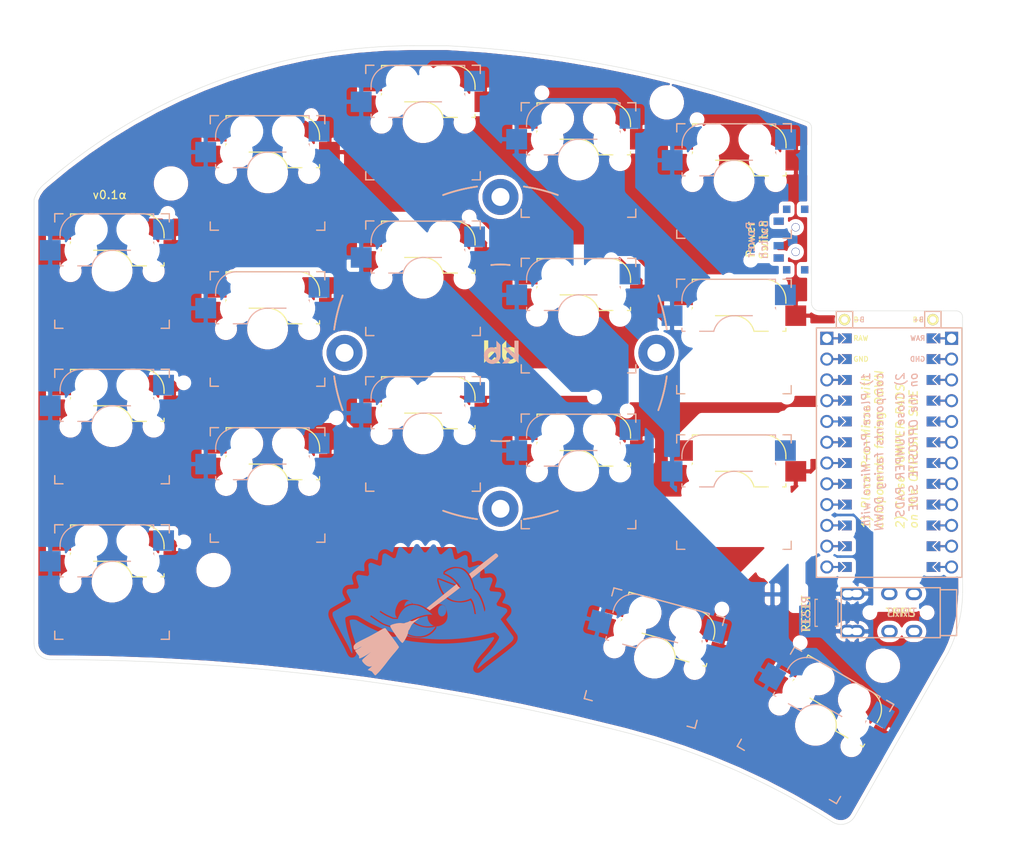
<source format=kicad_pcb>
(kicad_pcb (version 20171130) (host pcbnew "(5.1.4)-1")
  (layers (0 F.Cu signal) (31 B.Cu signal) (34 B.Paste user) (35 F.Paste user) (36 B.SilkS user) (37 F.SilkS user) (38 B.Mask user) (39 F.Mask user) (44 Edge.Cuts user))
  (net 0 "")
  (net 1 gnd)
  (net 2 vcc)
  (net 3 Switch18)
  (net 4 reset)
  (net 5 Switch1)
  (net 6 Switch2)
  (net 7 Switch3)
  (net 8 Switch4)
  (net 9 Switch5)
  (net 10 Switch6)
  (net 11 Switch7)
  (net 12 Switch8)
  (net 13 Switch9)
  (net 14 Switch10)
  (net 15 Switch11)
  (net 16 Switch12)
  (net 17 Switch13)
  (net 18 Switch14)
  (net 19 Switch15)
  (net 20 Switch16)
  (net 21 Switch17)
  (net 22 raw)
  (net 23 BT+_r)
  (net 24 "Net-(SW_POWERR1-Pad1)")
  (module Promicro-Jumpers:ProMicro_unrouted (layer F.Cu) (at 139.954 99.187 270)
    (fp_text reference U1 hide)
    (fp_text value ProMicro-kbd hide)
    (fp_text user "" (at -1.2065 -16.256) (layer B.SilkS) (effects (justify mirror)))
    (pad "" smd custom (at 13.97 -5.842 270) (size 0.1 0.1) (layers B.Cu B.Mask) (clearance 0.1) (options (clearance outline) (anchor rect)) (primitives (gr_poly (pts (xy 0.6 -0.4) (xy -0.6 -0.4) (xy -0.6 -0.2) (xy 0 0.4) (xy 0.6 -0.2)) (width 0))))
    (pad "" smd custom (at 13.97 -6.35 270) (size 0.25 1) (layers B.Cu) (options (clearance outline) (anchor rect)) (primitives))
    (pad 13 smd custom (at 13.97 -4.826 270) (size 1.2 0.5) (layers B.Cu B.Mask) (net 13 Switch9) (clearance 0.1) (options (clearance outline) (anchor rect)) (primitives (gr_poly (pts (xy 0.6 0) (xy -0.6 0) (xy -0.6 -1) (xy 0 -0.4) (xy 0.6 -1)) (width 0))))
    (pad "" smd custom (at 11.43 -5.842 270) (size 0.1 0.1) (layers B.Cu B.Mask) (clearance 0.1) (options (clearance outline) (anchor rect)) (primitives (gr_poly (pts (xy 0.6 -0.4) (xy -0.6 -0.4) (xy -0.6 -0.2) (xy 0 0.4) (xy 0.6 -0.2)) (width 0))))
    (pad "" smd custom (at 11.43 -6.35 270) (size 0.25 1) (layers B.Cu) (options (clearance outline) (anchor rect)) (primitives))
    (pad 14 smd custom (at 11.43 -4.826 270) (size 1.2 0.5) (layers B.Cu B.Mask) (net 12 Switch8) (clearance 0.1) (options (clearance outline) (anchor rect)) (primitives (gr_poly (pts (xy 0.6 0) (xy -0.6 0) (xy -0.6 -1) (xy 0 -0.4) (xy 0.6 -1)) (width 0))))
    (pad "" smd custom (at 8.89 -5.842 270) (size 0.1 0.1) (layers B.Cu B.Mask) (clearance 0.1) (options (clearance outline) (anchor rect)) (primitives (gr_poly (pts (xy 0.6 -0.4) (xy -0.6 -0.4) (xy -0.6 -0.2) (xy 0 0.4) (xy 0.6 -0.2)) (width 0))))
    (pad "" smd custom (at 8.89 -6.35 270) (size 0.25 1) (layers B.Cu) (options (clearance outline) (anchor rect)) (primitives))
    (pad 15 smd custom (at 8.89 -4.826 270) (size 1.2 0.5) (layers B.Cu B.Mask) (net 11 Switch7) (clearance 0.1) (options (clearance outline) (anchor rect)) (primitives (gr_poly (pts (xy 0.6 0) (xy -0.6 0) (xy -0.6 -1) (xy 0 -0.4) (xy 0.6 -1)) (width 0))))
    (pad "" smd custom (at 6.35 -5.842 270) (size 0.1 0.1) (layers B.Cu B.Mask) (clearance 0.1) (options (clearance outline) (anchor rect)) (primitives (gr_poly (pts (xy 0.6 -0.4) (xy -0.6 -0.4) (xy -0.6 -0.2) (xy 0 0.4) (xy 0.6 -0.2)) (width 0))))
    (pad "" smd custom (at 6.35 -6.35 270) (size 0.25 1) (layers B.Cu) (options (clearance outline) (anchor rect)) (primitives))
    (pad 16 smd custom (at 6.35 -4.826 270) (size 1.2 0.5) (layers B.Cu B.Mask) (net 10 Switch6) (clearance 0.1) (options (clearance outline) (anchor rect)) (primitives (gr_poly (pts (xy 0.6 0) (xy -0.6 0) (xy -0.6 -1) (xy 0 -0.4) (xy 0.6 -1)) (width 0))))
    (pad "" smd custom (at 3.81 -5.842 270) (size 0.1 0.1) (layers B.Cu B.Mask) (clearance 0.1) (options (clearance outline) (anchor rect)) (primitives (gr_poly (pts (xy 0.6 -0.4) (xy -0.6 -0.4) (xy -0.6 -0.2) (xy 0 0.4) (xy 0.6 -0.2)) (width 0))))
    (pad "" smd custom (at 3.81 -6.35 270) (size 0.25 1) (layers B.Cu) (options (clearance outline) (anchor rect)) (primitives))
    (pad 17 smd custom (at 3.81 -4.826 270) (size 1.2 0.5) (layers B.Cu B.Mask) (net 6 Switch2) (clearance 0.1) (options (clearance outline) (anchor rect)) (primitives (gr_poly (pts (xy 0.6 0) (xy -0.6 0) (xy -0.6 -1) (xy 0 -0.4) (xy 0.6 -1)) (width 0))))
    (pad "" smd custom (at 1.27 -5.842 270) (size 0.1 0.1) (layers B.Cu B.Mask) (clearance 0.1) (options (clearance outline) (anchor rect)) (primitives (gr_poly (pts (xy 0.6 -0.4) (xy -0.6 -0.4) (xy -0.6 -0.2) (xy 0 0.4) (xy 0.6 -0.2)) (width 0))))
    (pad "" smd custom (at 1.27 -6.35 270) (size 0.25 1) (layers B.Cu) (options (clearance outline) (anchor rect)) (primitives))
    (pad 18 smd custom (at 1.27 -4.826 270) (size 1.2 0.5) (layers B.Cu B.Mask) (net 7 Switch3) (clearance 0.1) (options (clearance outline) (anchor rect)) (primitives (gr_poly (pts (xy 0.6 0) (xy -0.6 0) (xy -0.6 -1) (xy 0 -0.4) (xy 0.6 -1)) (width 0))))
    (pad "" smd custom (at -1.27 -5.842 270) (size 0.1 0.1) (layers B.Cu B.Mask) (clearance 0.1) (options (clearance outline) (anchor rect)) (primitives (gr_poly (pts (xy 0.6 -0.4) (xy -0.6 -0.4) (xy -0.6 -0.2) (xy 0 0.4) (xy 0.6 -0.2)) (width 0))))
    (pad "" smd custom (at -1.27 -6.35 270) (size 0.25 1) (layers B.Cu) (options (clearance outline) (anchor rect)) (primitives))
    (pad 19 smd custom (at -1.27 -4.826 270) (size 1.2 0.5) (layers B.Cu B.Mask) (net 8 Switch4) (clearance 0.1) (options (clearance outline) (anchor rect)) (primitives (gr_poly (pts (xy 0.6 0) (xy -0.6 0) (xy -0.6 -1) (xy 0 -0.4) (xy 0.6 -1)) (width 0))))
    (pad "" smd custom (at -3.81 -5.842 270) (size 0.1 0.1) (layers B.Cu B.Mask) (clearance 0.1) (options (clearance outline) (anchor rect)) (primitives (gr_poly (pts (xy 0.6 -0.4) (xy -0.6 -0.4) (xy -0.6 -0.2) (xy 0 0.4) (xy 0.6 -0.2)) (width 0))))
    (pad "" smd custom (at -3.81 -6.35 270) (size 0.25 1) (layers B.Cu) (options (clearance outline) (anchor rect)) (primitives))
    (pad 20 smd custom (at -3.81 -4.826 270) (size 1.2 0.5) (layers B.Cu B.Mask) (net 9 Switch5) (clearance 0.1) (options (clearance outline) (anchor rect)) (primitives (gr_poly (pts (xy 0.6 0) (xy -0.6 0) (xy -0.6 -1) (xy 0 -0.4) (xy 0.6 -1)) (width 0))))
    (pad "" smd custom (at -6.35 -5.842 270) (size 0.1 0.1) (layers B.Cu B.Mask) (clearance 0.1) (options (clearance outline) (anchor rect)) (primitives (gr_poly (pts (xy 0.6 -0.4) (xy -0.6 -0.4) (xy -0.6 -0.2) (xy 0 0.4) (xy 0.6 -0.2)) (width 0))))
    (pad "" smd custom (at -6.35 -6.35 270) (size 0.25 1) (layers B.Cu) (options (clearance outline) (anchor rect)) (primitives))
    (pad 21 smd custom (at -6.35 -4.826 270) (size 1.2 0.5) (layers B.Cu B.Mask) (net 2 vcc) (clearance 0.1) (options (clearance outline) (anchor rect)) (primitives (gr_poly (pts (xy 0.6 0) (xy -0.6 0) (xy -0.6 -1) (xy 0 -0.4) (xy 0.6 -1)) (width 0))))
    (pad "" smd custom (at -8.89 -5.842 270) (size 0.1 0.1) (layers B.Cu B.Mask) (clearance 0.1) (options (clearance outline) (anchor rect)) (primitives (gr_poly (pts (xy 0.6 -0.4) (xy -0.6 -0.4) (xy -0.6 -0.2) (xy 0 0.4) (xy 0.6 -0.2)) (width 0))))
    (pad "" smd custom (at -8.89 -6.35 270) (size 0.25 1) (layers B.Cu) (options (clearance outline) (anchor rect)) (primitives))
    (pad 22 smd custom (at -8.89 -4.826 270) (size 1.2 0.5) (layers B.Cu B.Mask) (net 4 reset) (clearance 0.1) (options (clearance outline) (anchor rect)) (primitives (gr_poly (pts (xy 0.6 0) (xy -0.6 0) (xy -0.6 -1) (xy 0 -0.4) (xy 0.6 -1)) (width 0))))
    (pad "" smd custom (at -11.43 -5.842 270) (size 0.1 0.1) (layers B.Cu B.Mask) (clearance 0.1) (options (clearance outline) (anchor rect)) (primitives (gr_poly (pts (xy 0.6 -0.4) (xy -0.6 -0.4) (xy -0.6 -0.2) (xy 0 0.4) (xy 0.6 -0.2)) (width 0))))
    (pad "" smd custom (at -11.43 -6.35 270) (size 0.25 1) (layers B.Cu) (options (clearance outline) (anchor rect)) (primitives))
    (pad 23 smd custom (at -11.43 -4.826 270) (size 1.2 0.5) (layers B.Cu B.Mask) (net 1 gnd) (clearance 0.1) (options (clearance outline) (anchor rect)) (primitives (gr_poly (pts (xy 0.6 0) (xy -0.6 0) (xy -0.6 -1) (xy 0 -0.4) (xy 0.6 -1)) (width 0))))
    (pad 24 smd custom (at -13.97 -4.826 270) (size 1.2 0.5) (layers B.Cu B.Mask) (net 22 raw) (clearance 0.1) (options (clearance outline) (anchor rect)) (primitives (gr_poly (pts (xy 0.6 0) (xy -0.6 0) (xy -0.6 -1) (xy 0 -0.4) (xy 0.6 -1)) (width 0))))
    (pad "" smd custom (at -13.97 -5.842 270) (size 0.1 0.1) (layers B.Cu B.Mask) (clearance 0.1) (options (clearance outline) (anchor rect)) (primitives (gr_poly (pts (xy 0.6 -0.4) (xy -0.6 -0.4) (xy -0.6 -0.2) (xy 0 0.4) (xy 0.6 -0.2)) (width 0))))
    (pad "" smd custom (at -13.97 -6.35 270) (size 0.25 1) (layers B.Cu) (options (clearance outline) (anchor rect)) (primitives))
    (pad 12 smd custom (at 13.97 4.826 90) (size 1.2 0.5) (layers B.Cu B.Mask) (net 21 Switch17) (clearance 0.1) (options (clearance outline) (anchor rect)) (primitives (gr_poly (pts (xy 0.6 0) (xy -0.6 0) (xy -0.6 -1) (xy 0 -0.4) (xy 0.6 -1)) (width 0))))
    (pad "" smd custom (at 13.97 5.842 90) (size 0.1 0.1) (layers B.Cu B.Mask) (clearance 0.1) (options (clearance outline) (anchor rect)) (primitives (gr_poly (pts (xy 0.6 -0.4) (xy -0.6 -0.4) (xy -0.6 -0.2) (xy 0 0.4) (xy 0.6 -0.2)) (width 0))))
    (pad "" smd custom (at 13.97 6.35 90) (size 0.25 1) (layers B.Cu) (options (clearance outline) (anchor rect)) (primitives))
    (pad 11 smd custom (at 11.43 4.826 90) (size 1.2 0.5) (layers B.Cu B.Mask) (net 20 Switch16) (clearance 0.1) (options (clearance outline) (anchor rect)) (primitives (gr_poly (pts (xy 0.6 0) (xy -0.6 0) (xy -0.6 -1) (xy 0 -0.4) (xy 0.6 -1)) (width 0))))
    (pad "" smd custom (at 11.43 5.842 90) (size 0.1 0.1) (layers B.Cu B.Mask) (clearance 0.1) (options (clearance outline) (anchor rect)) (primitives (gr_poly (pts (xy 0.6 -0.4) (xy -0.6 -0.4) (xy -0.6 -0.2) (xy 0 0.4) (xy 0.6 -0.2)) (width 0))))
    (pad "" smd custom (at 11.43 6.35 90) (size 0.25 1) (layers B.Cu) (options (clearance outline) (anchor rect)) (primitives))
    (pad 10 smd custom (at 8.89 4.826 90) (size 1.2 0.5) (layers B.Cu B.Mask) (net 5 Switch1) (clearance 0.1) (options (clearance outline) (anchor rect)) (primitives (gr_poly (pts (xy 0.6 0) (xy -0.6 0) (xy -0.6 -1) (xy 0 -0.4) (xy 0.6 -1)) (width 0))))
    (pad "" smd custom (at 8.89 5.842 90) (size 0.1 0.1) (layers B.Cu B.Mask) (clearance 0.1) (options (clearance outline) (anchor rect)) (primitives (gr_poly (pts (xy 0.6 -0.4) (xy -0.6 -0.4) (xy -0.6 -0.2) (xy 0 0.4) (xy 0.6 -0.2)) (width 0))))
    (pad "" smd custom (at 8.89 6.35 90) (size 0.25 1) (layers B.Cu) (options (clearance outline) (anchor rect)) (primitives))
    (pad 9 smd custom (at 6.35 4.826 90) (size 1.2 0.5) (layers B.Cu B.Mask) (net 19 Switch15) (clearance 0.1) (options (clearance outline) (anchor rect)) (primitives (gr_poly (pts (xy 0.6 0) (xy -0.6 0) (xy -0.6 -1) (xy 0 -0.4) (xy 0.6 -1)) (width 0))))
    (pad "" smd custom (at 6.35 5.842 90) (size 0.1 0.1) (layers B.Cu B.Mask) (clearance 0.1) (options (clearance outline) (anchor rect)) (primitives (gr_poly (pts (xy 0.6 -0.4) (xy -0.6 -0.4) (xy -0.6 -0.2) (xy 0 0.4) (xy 0.6 -0.2)) (width 0))))
    (pad "" smd custom (at 6.35 6.35 90) (size 0.25 1) (layers B.Cu) (options (clearance outline) (anchor rect)) (primitives))
    (pad 8 smd custom (at 3.81 4.826 90) (size 1.2 0.5) (layers B.Cu B.Mask) (net 18 Switch14) (clearance 0.1) (options (clearance outline) (anchor rect)) (primitives (gr_poly (pts (xy 0.6 0) (xy -0.6 0) (xy -0.6 -1) (xy 0 -0.4) (xy 0.6 -1)) (width 0))))
    (pad "" smd custom (at 3.81 5.842 90) (size 0.1 0.1) (layers B.Cu B.Mask) (clearance 0.1) (options (clearance outline) (anchor rect)) (primitives (gr_poly (pts (xy 0.6 -0.4) (xy -0.6 -0.4) (xy -0.6 -0.2) (xy 0 0.4) (xy 0.6 -0.2)) (width 0))))
    (pad "" smd custom (at 3.81 6.35 90) (size 0.25 1) (layers B.Cu) (options (clearance outline) (anchor rect)) (primitives))
    (pad 7 smd custom (at 1.27 4.826 90) (size 1.2 0.5) (layers B.Cu B.Mask) (net 17 Switch13) (clearance 0.1) (options (clearance outline) (anchor rect)) (primitives (gr_poly (pts (xy 0.6 0) (xy -0.6 0) (xy -0.6 -1) (xy 0 -0.4) (xy 0.6 -1)) (width 0))))
    (pad "" smd custom (at 1.27 5.842 90) (size 0.1 0.1) (layers B.Cu B.Mask) (clearance 0.1) (options (clearance outline) (anchor rect)) (primitives (gr_poly (pts (xy 0.6 -0.4) (xy -0.6 -0.4) (xy -0.6 -0.2) (xy 0 0.4) (xy 0.6 -0.2)) (width 0))))
    (pad "" smd custom (at 1.27 6.35 90) (size 0.25 1) (layers B.Cu) (options (clearance outline) (anchor rect)) (primitives))
    (pad 6 smd custom (at -1.27 4.826 90) (size 1.2 0.5) (layers B.Cu B.Mask) (net 16 Switch12) (clearance 0.1) (options (clearance outline) (anchor rect)) (primitives (gr_poly (pts (xy 0.6 0) (xy -0.6 0) (xy -0.6 -1) (xy 0 -0.4) (xy 0.6 -1)) (width 0))))
    (pad "" smd custom (at -1.27 5.842 90) (size 0.1 0.1) (layers B.Cu B.Mask) (clearance 0.1) (options (clearance outline) (anchor rect)) (primitives (gr_poly (pts (xy 0.6 -0.4) (xy -0.6 -0.4) (xy -0.6 -0.2) (xy 0 0.4) (xy 0.6 -0.2)) (width 0))))
    (pad "" smd custom (at -1.27 6.35 90) (size 0.25 1) (layers B.Cu) (options (clearance outline) (anchor rect)) (primitives))
    (pad 5 smd custom (at -3.81 4.826 90) (size 1.2 0.5) (layers B.Cu B.Mask) (net 15 Switch11) (clearance 0.1) (options (clearance outline) (anchor rect)) (primitives (gr_poly (pts (xy 0.6 0) (xy -0.6 0) (xy -0.6 -1) (xy 0 -0.4) (xy 0.6 -1)) (width 0))))
    (pad "" smd custom (at -3.81 5.842 90) (size 0.1 0.1) (layers B.Cu B.Mask) (clearance 0.1) (options (clearance outline) (anchor rect)) (primitives (gr_poly (pts (xy 0.6 -0.4) (xy -0.6 -0.4) (xy -0.6 -0.2) (xy 0 0.4) (xy 0.6 -0.2)) (width 0))))
    (pad "" smd custom (at -3.81 6.35 90) (size 0.25 1) (layers B.Cu) (options (clearance outline) (anchor rect)) (primitives))
    (pad 4 smd custom (at -6.35 4.826 90) (size 1.2 0.5) (layers B.Cu B.Mask) (net 1 gnd) (clearance 0.1) (options (clearance outline) (anchor rect)) (primitives (gr_poly (pts (xy 0.6 0) (xy -0.6 0) (xy -0.6 -1) (xy 0 -0.4) (xy 0.6 -1)) (width 0))))
    (pad "" smd custom (at -6.35 5.842 90) (size 0.1 0.1) (layers B.Cu B.Mask) (clearance 0.1) (options (clearance outline) (anchor rect)) (primitives (gr_poly (pts (xy 0.6 -0.4) (xy -0.6 -0.4) (xy -0.6 -0.2) (xy 0 0.4) (xy 0.6 -0.2)) (width 0))))
    (pad "" smd custom (at -6.35 6.35 90) (size 0.25 1) (layers B.Cu) (options (clearance outline) (anchor rect)) (primitives))
    (pad 3 smd custom (at -8.89 4.826 90) (size 1.2 0.5) (layers B.Cu B.Mask) (net 1 gnd) (clearance 0.1) (options (clearance outline) (anchor rect)) (primitives (gr_poly (pts (xy 0.6 0) (xy -0.6 0) (xy -0.6 -1) (xy 0 -0.4) (xy 0.6 -1)) (width 0))))
    (pad "" smd custom (at -8.89 5.842 90) (size 0.1 0.1) (layers B.Cu B.Mask) (clearance 0.1) (options (clearance outline) (anchor rect)) (primitives (gr_poly (pts (xy 0.6 -0.4) (xy -0.6 -0.4) (xy -0.6 -0.2) (xy 0 0.4) (xy 0.6 -0.2)) (width 0))))
    (pad "" smd custom (at -8.89 6.35 90) (size 0.25 1) (layers B.Cu) (options (clearance outline) (anchor rect)) (primitives))
    (pad 2 smd custom (at -11.43 4.826 90) (size 1.2 0.5) (layers B.Cu B.Mask) (net 3 Switch18) (clearance 0.1) (options (clearance outline) (anchor rect)) (primitives (gr_poly (pts (xy 0.6 0) (xy -0.6 0) (xy -0.6 -1) (xy 0 -0.4) (xy 0.6 -1)) (width 0))))
    (pad "" smd custom (at -11.43 5.842 90) (size 0.1 0.1) (layers B.Cu B.Mask) (clearance 0.1) (options (clearance outline) (anchor rect)) (primitives (gr_poly (pts (xy 0.6 -0.4) (xy -0.6 -0.4) (xy -0.6 -0.2) (xy 0 0.4) (xy 0.6 -0.2)) (width 0))))
    (pad "" smd custom (at -11.43 6.35 90) (size 0.25 1) (layers B.Cu) (options (clearance outline) (anchor rect)) (primitives))
    (pad "" smd custom (at -13.97 5.842 90) (size 0.1 0.1) (layers B.Cu B.Mask) (clearance 0.1) (options (clearance outline) (anchor rect)) (primitives (gr_poly (pts (xy 0.6 -0.4) (xy -0.6 -0.4) (xy -0.6 -0.2) (xy 0 0.4) (xy 0.6 -0.2)) (width 0))))
    (pad 1 smd custom (at -13.97 4.826 90) (size 1.2 0.5) (layers B.Cu B.Mask) (net 14 Switch10) (clearance 0.1) (options (clearance outline) (anchor rect)) (primitives (gr_poly (pts (xy 0.6 0) (xy -0.6 0) (xy -0.6 -1) (xy 0 -0.4) (xy 0.6 -1)) (width 0))))
    (pad "" smd custom (at -13.97 6.35 90) (size 0.25 1) (layers B.Cu) (options (clearance outline) (anchor rect)) (primitives))
    (pad 5 smd custom (at -3.81 -4.826 270) (size 1.2 0.5) (layers F.Cu F.Mask) (net 15 Switch11) (clearance 0.1) (options (clearance outline) (anchor rect)) (primitives (gr_poly (pts (xy 0.6 0) (xy -0.6 0) (xy -0.6 -1) (xy 0 -0.4) (xy 0.6 -1)) (width 0))))
    (pad "" smd custom (at 11.43 -6.35 270) (size 0.25 1) (layers F.Cu) (options (clearance outline) (anchor rect)) (primitives))
    (pad 11 smd custom (at 11.43 -4.826 270) (size 1.2 0.5) (layers F.Cu F.Mask) (net 20 Switch16) (clearance 0.1) (options (clearance outline) (anchor rect)) (primitives (gr_poly (pts (xy 0.6 0) (xy -0.6 0) (xy -0.6 -1) (xy 0 -0.4) (xy 0.6 -1)) (width 0))))
    (pad "" smd custom (at 11.43 -5.842 270) (size 0.1 0.1) (layers F.Cu F.Mask) (clearance 0.1) (options (clearance outline) (anchor rect)) (primitives (gr_poly (pts (xy 0.6 -0.4) (xy -0.6 -0.4) (xy -0.6 -0.2) (xy 0 0.4) (xy 0.6 -0.2)) (width 0))))
    (pad "" smd custom (at 8.89 -5.842 270) (size 0.1 0.1) (layers F.Cu F.Mask) (clearance 0.1) (options (clearance outline) (anchor rect)) (primitives (gr_poly (pts (xy 0.6 -0.4) (xy -0.6 -0.4) (xy -0.6 -0.2) (xy 0 0.4) (xy 0.6 -0.2)) (width 0))))
    (pad 10 smd custom (at 8.89 -4.826 270) (size 1.2 0.5) (layers F.Cu F.Mask) (net 5 Switch1) (clearance 0.1) (options (clearance outline) (anchor rect)) (primitives (gr_poly (pts (xy 0.6 0) (xy -0.6 0) (xy -0.6 -1) (xy 0 -0.4) (xy 0.6 -1)) (width 0))))
    (pad "" smd custom (at 6.35 -5.842 270) (size 0.1 0.1) (layers F.Cu F.Mask) (clearance 0.1) (options (clearance outline) (anchor rect)) (primitives (gr_poly (pts (xy 0.6 -0.4) (xy -0.6 -0.4) (xy -0.6 -0.2) (xy 0 0.4) (xy 0.6 -0.2)) (width 0))))
    (pad "" smd custom (at -1.27 -5.842 270) (size 0.1 0.1) (layers F.Cu F.Mask) (clearance 0.1) (options (clearance outline) (anchor rect)) (primitives (gr_poly (pts (xy 0.6 -0.4) (xy -0.6 -0.4) (xy -0.6 -0.2) (xy 0 0.4) (xy 0.6 -0.2)) (width 0))))
    (pad "" smd custom (at -3.81 -5.842 270) (size 0.1 0.1) (layers F.Cu F.Mask) (clearance 0.1) (options (clearance outline) (anchor rect)) (primitives (gr_poly (pts (xy 0.6 -0.4) (xy -0.6 -0.4) (xy -0.6 -0.2) (xy 0 0.4) (xy 0.6 -0.2)) (width 0))))
    (pad "" smd custom (at -6.35 -6.35 270) (size 0.25 1) (layers F.Cu) (options (clearance outline) (anchor rect)) (primitives))
    (pad 9 smd custom (at 6.35 -4.826 270) (size 1.2 0.5) (layers F.Cu F.Mask) (net 19 Switch15) (clearance 0.1) (options (clearance outline) (anchor rect)) (primitives (gr_poly (pts (xy 0.6 0) (xy -0.6 0) (xy -0.6 -1) (xy 0 -0.4) (xy 0.6 -1)) (width 0))))
    (pad "" smd custom (at -1.27 -6.35 270) (size 0.25 1) (layers F.Cu) (options (clearance outline) (anchor rect)) (primitives))
    (pad "" smd custom (at 3.81 -6.35 270) (size 0.25 1) (layers F.Cu) (options (clearance outline) (anchor rect)) (primitives))
    (pad "" smd custom (at -3.81 -6.35 270) (size 0.25 1) (layers F.Cu) (options (clearance outline) (anchor rect)) (primitives))
    (pad "" smd custom (at 13.97 -5.842 270) (size 0.1 0.1) (layers F.Cu F.Mask) (clearance 0.1) (options (clearance outline) (anchor rect)) (primitives (gr_poly (pts (xy 0.6 -0.4) (xy -0.6 -0.4) (xy -0.6 -0.2) (xy 0 0.4) (xy 0.6 -0.2)) (width 0))))
    (pad "" smd custom (at 6.35 -6.35 270) (size 0.25 1) (layers F.Cu) (options (clearance outline) (anchor rect)) (primitives))
    (pad "" smd custom (at 3.81 -5.842 270) (size 0.1 0.1) (layers F.Cu F.Mask) (clearance 0.1) (options (clearance outline) (anchor rect)) (primitives (gr_poly (pts (xy 0.6 -0.4) (xy -0.6 -0.4) (xy -0.6 -0.2) (xy 0 0.4) (xy 0.6 -0.2)) (width 0))))
    (pad 12 smd custom (at 13.97 -4.826 270) (size 1.2 0.5) (layers F.Cu F.Mask) (net 21 Switch17) (clearance 0.1) (options (clearance outline) (anchor rect)) (primitives (gr_poly (pts (xy 0.6 0) (xy -0.6 0) (xy -0.6 -1) (xy 0 -0.4) (xy 0.6 -1)) (width 0))))
    (pad "" smd custom (at 1.27 -6.35 270) (size 0.25 1) (layers F.Cu) (options (clearance outline) (anchor rect)) (primitives))
    (pad 8 smd custom (at 3.81 -4.826 270) (size 1.2 0.5) (layers F.Cu F.Mask) (net 18 Switch14) (clearance 0.1) (options (clearance outline) (anchor rect)) (primitives (gr_poly (pts (xy 0.6 0) (xy -0.6 0) (xy -0.6 -1) (xy 0 -0.4) (xy 0.6 -1)) (width 0))))
    (pad "" smd custom (at 8.89 -6.35 270) (size 0.25 1) (layers F.Cu) (options (clearance outline) (anchor rect)) (primitives))
    (pad "" smd custom (at 1.27 -5.842 270) (size 0.1 0.1) (layers F.Cu F.Mask) (clearance 0.1) (options (clearance outline) (anchor rect)) (primitives (gr_poly (pts (xy 0.6 -0.4) (xy -0.6 -0.4) (xy -0.6 -0.2) (xy 0 0.4) (xy 0.6 -0.2)) (width 0))))
    (pad "" smd custom (at 13.97 -6.35 270) (size 0.25 1) (layers F.Cu) (options (clearance outline) (anchor rect)) (primitives))
    (pad 7 smd custom (at 1.27 -4.826 270) (size 1.2 0.5) (layers F.Cu F.Mask) (net 17 Switch13) (clearance 0.1) (options (clearance outline) (anchor rect)) (primitives (gr_poly (pts (xy 0.6 0) (xy -0.6 0) (xy -0.6 -1) (xy 0 -0.4) (xy 0.6 -1)) (width 0))))
    (pad 6 smd custom (at -1.27 -4.826 270) (size 1.2 0.5) (layers F.Cu F.Mask) (net 16 Switch12) (clearance 0.1) (options (clearance outline) (anchor rect)) (primitives (gr_poly (pts (xy 0.6 0) (xy -0.6 0) (xy -0.6 -1) (xy 0 -0.4) (xy 0.6 -1)) (width 0))))
    (pad "" smd custom (at -6.35 -5.842 270) (size 0.1 0.1) (layers F.Cu F.Mask) (clearance 0.1) (options (clearance outline) (anchor rect)) (primitives (gr_poly (pts (xy 0.6 -0.4) (xy -0.6 -0.4) (xy -0.6 -0.2) (xy 0 0.4) (xy 0.6 -0.2)) (width 0))))
    (pad "" smd custom (at -11.43 -5.842 270) (size 0.1 0.1) (layers F.Cu F.Mask) (clearance 0.1) (options (clearance outline) (anchor rect)) (primitives (gr_poly (pts (xy 0.6 -0.4) (xy -0.6 -0.4) (xy -0.6 -0.2) (xy 0 0.4) (xy 0.6 -0.2)) (width 0))))
    (pad 4 smd custom (at -6.35 -4.826 270) (size 1.2 0.5) (layers F.Cu F.Mask) (net 1 gnd) (clearance 0.1) (options (clearance outline) (anchor rect)) (primitives (gr_poly (pts (xy 0.6 0) (xy -0.6 0) (xy -0.6 -1) (xy 0 -0.4) (xy 0.6 -1)) (width 0))))
    (pad "" smd custom (at -13.97 -6.35 270) (size 0.25 1) (layers F.Cu) (options (clearance outline) (anchor rect)) (primitives))
    (pad 2 smd custom (at -11.43 -4.826 270) (size 1.2 0.5) (layers F.Cu F.Mask) (net 3 Switch18) (clearance 0.1) (options (clearance outline) (anchor rect)) (primitives (gr_poly (pts (xy 0.6 0) (xy -0.6 0) (xy -0.6 -1) (xy 0 -0.4) (xy 0.6 -1)) (width 0))))
    (pad "" smd custom (at -11.43 -6.35 270) (size 0.25 1) (layers F.Cu) (options (clearance outline) (anchor rect)) (primitives))
    (pad "" smd custom (at -13.97 -5.842 270) (size 0.1 0.1) (layers F.Cu F.Mask) (clearance 0.1) (options (clearance outline) (anchor rect)) (primitives (gr_poly (pts (xy 0.6 -0.4) (xy -0.6 -0.4) (xy -0.6 -0.2) (xy 0 0.4) (xy 0.6 -0.2)) (width 0))))
    (pad "" smd custom (at -8.89 -5.842 270) (size 0.1 0.1) (layers F.Cu F.Mask) (clearance 0.1) (options (clearance outline) (anchor rect)) (primitives (gr_poly (pts (xy 0.6 -0.4) (xy -0.6 -0.4) (xy -0.6 -0.2) (xy 0 0.4) (xy 0.6 -0.2)) (width 0))))
    (pad "" smd custom (at -8.89 -6.35 270) (size 0.25 1) (layers F.Cu) (options (clearance outline) (anchor rect)) (primitives))
    (pad 3 smd custom (at -8.89 -4.826 270) (size 1.2 0.5) (layers F.Cu F.Mask) (net 1 gnd) (clearance 0.1) (options (clearance outline) (anchor rect)) (primitives (gr_poly (pts (xy 0.6 0) (xy -0.6 0) (xy -0.6 -1) (xy 0 -0.4) (xy 0.6 -1)) (width 0))))
    (pad 1 smd custom (at -13.97 -4.826 270) (size 1.2 0.5) (layers F.Cu F.Mask) (net 14 Switch10) (clearance 0.1) (options (clearance outline) (anchor rect)) (primitives (gr_poly (pts (xy 0.6 0) (xy -0.6 0) (xy -0.6 -1) (xy 0 -0.4) (xy 0.6 -1)) (width 0))))
    (pad 13 smd custom (at 13.97 4.826 90) (size 1.2 0.5) (layers F.Cu F.Mask) (net 13 Switch9) (clearance 0.1) (options (clearance outline) (anchor rect)) (primitives (gr_poly (pts (xy 0.6 0) (xy -0.6 0) (xy -0.6 -1) (xy 0 -0.4) (xy 0.6 -1)) (width 0))))
    (pad "" smd custom (at 13.97 5.842 90) (size 0.1 0.1) (layers F.Cu F.Mask) (clearance 0.1) (options (clearance outline) (anchor rect)) (primitives (gr_poly (pts (xy 0.6 -0.4) (xy -0.6 -0.4) (xy -0.6 -0.2) (xy 0 0.4) (xy 0.6 -0.2)) (width 0))))
    (pad "" smd custom (at 13.97 6.35 90) (size 0.25 1) (layers F.Cu) (options (clearance outline) (anchor rect)) (primitives))
    (pad 14 smd custom (at 11.43 4.826 90) (size 1.2 0.5) (layers F.Cu F.Mask) (net 12 Switch8) (clearance 0.1) (options (clearance outline) (anchor rect)) (primitives (gr_poly (pts (xy 0.6 0) (xy -0.6 0) (xy -0.6 -1) (xy 0 -0.4) (xy 0.6 -1)) (width 0))))
    (pad "" smd custom (at 11.43 5.842 90) (size 0.1 0.1) (layers F.Cu F.Mask) (clearance 0.1) (options (clearance outline) (anchor rect)) (primitives (gr_poly (pts (xy 0.6 -0.4) (xy -0.6 -0.4) (xy -0.6 -0.2) (xy 0 0.4) (xy 0.6 -0.2)) (width 0))))
    (pad "" smd custom (at 11.43 6.35 90) (size 0.25 1) (layers F.Cu) (options (clearance outline) (anchor rect)) (primitives))
    (pad 15 smd custom (at 8.89 4.826 90) (size 1.2 0.5) (layers F.Cu F.Mask) (net 11 Switch7) (clearance 0.1) (options (clearance outline) (anchor rect)) (primitives (gr_poly (pts (xy 0.6 0) (xy -0.6 0) (xy -0.6 -1) (xy 0 -0.4) (xy 0.6 -1)) (width 0))))
    (pad "" smd custom (at 8.89 5.842 90) (size 0.1 0.1) (layers F.Cu F.Mask) (clearance 0.1) (options (clearance outline) (anchor rect)) (primitives (gr_poly (pts (xy 0.6 -0.4) (xy -0.6 -0.4) (xy -0.6 -0.2) (xy 0 0.4) (xy 0.6 -0.2)) (width 0))))
    (pad "" smd custom (at 8.89 6.35 90) (size 0.25 1) (layers F.Cu) (options (clearance outline) (anchor rect)) (primitives))
    (pad 16 smd custom (at 6.35 4.826 90) (size 1.2 0.5) (layers F.Cu F.Mask) (net 10 Switch6) (clearance 0.1) (options (clearance outline) (anchor rect)) (primitives (gr_poly (pts (xy 0.6 0) (xy -0.6 0) (xy -0.6 -1) (xy 0 -0.4) (xy 0.6 -1)) (width 0))))
    (pad "" smd custom (at 6.35 5.842 90) (size 0.1 0.1) (layers F.Cu F.Mask) (clearance 0.1) (options (clearance outline) (anchor rect)) (primitives (gr_poly (pts (xy 0.6 -0.4) (xy -0.6 -0.4) (xy -0.6 -0.2) (xy 0 0.4) (xy 0.6 -0.2)) (width 0))))
    (pad "" smd custom (at 6.35 6.35 90) (size 0.25 1) (layers F.Cu) (options (clearance outline) (anchor rect)) (primitives))
    (pad 17 smd custom (at 3.81 4.826 90) (size 1.2 0.5) (layers F.Cu F.Mask) (net 6 Switch2) (clearance 0.1) (options (clearance outline) (anchor rect)) (primitives (gr_poly (pts (xy 0.6 0) (xy -0.6 0) (xy -0.6 -1) (xy 0 -0.4) (xy 0.6 -1)) (width 0))))
    (pad "" smd custom (at 3.81 5.842 90) (size 0.1 0.1) (layers F.Cu F.Mask) (clearance 0.1) (options (clearance outline) (anchor rect)) (primitives (gr_poly (pts (xy 0.6 -0.4) (xy -0.6 -0.4) (xy -0.6 -0.2) (xy 0 0.4) (xy 0.6 -0.2)) (width 0))))
    (pad "" smd custom (at 3.81 6.35 90) (size 0.25 1) (layers F.Cu) (options (clearance outline) (anchor rect)) (primitives))
    (pad 18 smd custom (at 1.27 4.826 90) (size 1.2 0.5) (layers F.Cu F.Mask) (net 7 Switch3) (clearance 0.1) (options (clearance outline) (anchor rect)) (primitives (gr_poly (pts (xy 0.6 0) (xy -0.6 0) (xy -0.6 -1) (xy 0 -0.4) (xy 0.6 -1)) (width 0))))
    (pad "" smd custom (at 1.27 5.842 90) (size 0.1 0.1) (layers F.Cu F.Mask) (clearance 0.1) (options (clearance outline) (anchor rect)) (primitives (gr_poly (pts (xy 0.6 -0.4) (xy -0.6 -0.4) (xy -0.6 -0.2) (xy 0 0.4) (xy 0.6 -0.2)) (width 0))))
    (pad "" smd custom (at 1.27 6.35 90) (size 0.25 1) (layers F.Cu) (options (clearance outline) (anchor rect)) (primitives))
    (pad 19 smd custom (at -1.27 4.826 90) (size 1.2 0.5) (layers F.Cu F.Mask) (net 8 Switch4) (clearance 0.1) (options (clearance outline) (anchor rect)) (primitives (gr_poly (pts (xy 0.6 0) (xy -0.6 0) (xy -0.6 -1) (xy 0 -0.4) (xy 0.6 -1)) (width 0))))
    (pad "" smd custom (at -1.27 5.842 90) (size 0.1 0.1) (layers F.Cu F.Mask) (clearance 0.1) (options (clearance outline) (anchor rect)) (primitives (gr_poly (pts (xy 0.6 -0.4) (xy -0.6 -0.4) (xy -0.6 -0.2) (xy 0 0.4) (xy 0.6 -0.2)) (width 0))))
    (pad "" smd custom (at -1.27 6.35 90) (size 0.25 1) (layers F.Cu) (options (clearance outline) (anchor rect)) (primitives))
    (pad 20 smd custom (at -3.81 4.826 90) (size 1.2 0.5) (layers F.Cu F.Mask) (net 9 Switch5) (clearance 0.1) (options (clearance outline) (anchor rect)) (primitives (gr_poly (pts (xy 0.6 0) (xy -0.6 0) (xy -0.6 -1) (xy 0 -0.4) (xy 0.6 -1)) (width 0))))
    (pad "" smd custom (at -3.81 5.842 90) (size 0.1 0.1) (layers F.Cu F.Mask) (clearance 0.1) (options (clearance outline) (anchor rect)) (primitives (gr_poly (pts (xy 0.6 -0.4) (xy -0.6 -0.4) (xy -0.6 -0.2) (xy 0 0.4) (xy 0.6 -0.2)) (width 0))))
    (pad "" smd custom (at -3.81 6.35 90) (size 0.25 1) (layers F.Cu) (options (clearance outline) (anchor rect)) (primitives))
    (pad 21 smd custom (at -6.35 4.826 90) (size 1.2 0.5) (layers F.Cu F.Mask) (net 2 vcc) (clearance 0.1) (options (clearance outline) (anchor rect)) (primitives (gr_poly (pts (xy 0.6 0) (xy -0.6 0) (xy -0.6 -1) (xy 0 -0.4) (xy 0.6 -1)) (width 0))))
    (pad "" smd custom (at -6.35 5.842 90) (size 0.1 0.1) (layers F.Cu F.Mask) (clearance 0.1) (options (clearance outline) (anchor rect)) (primitives (gr_poly (pts (xy 0.6 -0.4) (xy -0.6 -0.4) (xy -0.6 -0.2) (xy 0 0.4) (xy 0.6 -0.2)) (width 0))))
    (pad "" smd custom (at -6.35 6.35 90) (size 0.25 1) (layers F.Cu) (options (clearance outline) (anchor rect)) (primitives))
    (pad 22 smd custom (at -8.89 4.826 90) (size 1.2 0.5) (layers F.Cu F.Mask) (net 4 reset) (clearance 0.1) (options (clearance outline) (anchor rect)) (primitives (gr_poly (pts (xy 0.6 0) (xy -0.6 0) (xy -0.6 -1) (xy 0 -0.4) (xy 0.6 -1)) (width 0))))
    (pad "" smd custom (at -8.89 5.842 90) (size 0.1 0.1) (layers F.Cu F.Mask) (clearance 0.1) (options (clearance outline) (anchor rect)) (primitives (gr_poly (pts (xy 0.6 -0.4) (xy -0.6 -0.4) (xy -0.6 -0.2) (xy 0 0.4) (xy 0.6 -0.2)) (width 0))))
    (pad "" smd custom (at -8.89 6.35 90) (size 0.25 1) (layers F.Cu) (options (clearance outline) (anchor rect)) (primitives))
    (pad 23 smd custom (at -11.43 4.826 90) (size 1.2 0.5) (layers F.Cu F.Mask) (net 1 gnd) (clearance 0.1) (options (clearance outline) (anchor rect)) (primitives (gr_poly (pts (xy 0.6 0) (xy -0.6 0) (xy -0.6 -1) (xy 0 -0.4) (xy 0.6 -1)) (width 0))))
    (pad "" smd custom (at -11.43 5.842 90) (size 0.1 0.1) (layers F.Cu F.Mask) (clearance 0.1) (options (clearance outline) (anchor rect)) (primitives (gr_poly (pts (xy 0.6 -0.4) (xy -0.6 -0.4) (xy -0.6 -0.2) (xy 0 0.4) (xy 0.6 -0.2)) (width 0))))
    (pad "" smd custom (at -11.43 6.35 90) (size 0.25 1) (layers F.Cu) (options (clearance outline) (anchor rect)) (primitives))
    (pad "" thru_hole rect (at -13.97 -7.62 270) (size 1.6 1.6) (drill 1.1) (layers B.Cu B.Mask))
    (pad "" thru_hole rect (at -13.97 7.62 270) (size 1.6 1.6) (drill 1.1) (layers F.Cu F.Mask))
    (pad "" smd custom (at -13.97 6.35 90) (size 0.25 1) (layers F.Cu) (options (clearance outline) (anchor rect)) (primitives))
    (pad 24 smd custom (at -13.97 4.826 90) (size 1.2 0.5) (layers F.Cu F.Mask) (net 22 raw) (clearance 0.1) (options (clearance outline) (anchor rect)) (primitives (gr_poly (pts (xy 0.6 0) (xy -0.6 0) (xy -0.6 -1) (xy 0 -0.4) (xy 0.6 -1)) (width 0))))
    (pad "" smd custom (at -13.97 5.842 90) (size 0.1 0.1) (layers F.Cu F.Mask) (clearance 0.1) (options (clearance outline) (anchor rect)) (primitives (gr_poly (pts (xy 0.6 -0.4) (xy -0.6 -0.4) (xy -0.6 -0.2) (xy 0 0.4) (xy 0.6 -0.2)) (width 0))))
    (pad "" thru_hole circle (at -13.97 -7.62 270) (size 1.6 1.6) (drill 1.1) (layers *.Cu *.Mask))
    (pad "" thru_hole circle (at -11.43 -7.62 270) (size 1.6 1.6) (drill 1.1) (layers *.Cu *.Mask))
    (pad "" thru_hole circle (at -8.89 -7.62 270) (size 1.6 1.6) (drill 1.1) (layers *.Cu *.Mask))
    (pad "" thru_hole circle (at -6.35 -7.62 270) (size 1.6 1.6) (drill 1.1) (layers *.Cu *.Mask))
    (pad "" thru_hole circle (at -3.81 -7.62 270) (size 1.6 1.6) (drill 1.1) (layers *.Cu *.Mask))
    (pad "" thru_hole circle (at -1.27 -7.62 270) (size 1.6 1.6) (drill 1.1) (layers *.Cu *.Mask))
    (pad "" thru_hole circle (at 1.27 -7.62 270) (size 1.6 1.6) (drill 1.1) (layers *.Cu *.Mask))
    (pad "" thru_hole circle (at 3.81 -7.62 270) (size 1.6 1.6) (drill 1.1) (layers *.Cu *.Mask))
    (pad "" thru_hole circle (at 6.35 -7.62 270) (size 1.6 1.6) (drill 1.1) (layers *.Cu *.Mask))
    (pad "" thru_hole circle (at 8.89 -7.62 270) (size 1.6 1.6) (drill 1.1) (layers *.Cu *.Mask))
    (pad "" thru_hole circle (at 11.43 -7.62 270) (size 1.6 1.6) (drill 1.1) (layers *.Cu *.Mask))
    (pad "" thru_hole circle (at 13.97 -7.62 270) (size 1.6 1.6) (drill 1.1) (layers *.Cu *.Mask))
    (pad "" thru_hole circle (at 13.97 7.62 270) (size 1.6 1.6) (drill 1.1) (layers *.Cu *.Mask))
    (pad "" thru_hole circle (at 11.43 7.62 270) (size 1.6 1.6) (drill 1.1) (layers *.Cu *.Mask))
    (pad "" thru_hole circle (at 8.89 7.62 270) (size 1.6 1.6) (drill 1.1) (layers *.Cu *.Mask))
    (pad "" thru_hole circle (at 6.35 7.62 270) (size 1.6 1.6) (drill 1.1) (layers *.Cu *.Mask))
    (pad "" thru_hole circle (at 3.81 7.62 270) (size 1.6 1.6) (drill 1.1) (layers *.Cu *.Mask))
    (pad "" thru_hole circle (at 1.27 7.62 270) (size 1.6 1.6) (drill 1.1) (layers *.Cu *.Mask))
    (pad "" thru_hole circle (at -1.27 7.62 270) (size 1.6 1.6) (drill 1.1) (layers *.Cu *.Mask))
    (pad "" thru_hole circle (at -3.81 7.62 270) (size 1.6 1.6) (drill 1.1) (layers *.Cu *.Mask))
    (pad "" thru_hole circle (at -6.35 7.62 270) (size 1.6 1.6) (drill 1.1) (layers *.Cu *.Mask))
    (pad "" thru_hole circle (at -8.89 7.62 270) (size 1.6 1.6) (drill 1.1) (layers *.Cu *.Mask))
    (pad "" thru_hole circle (at -11.43 7.62 270) (size 1.6 1.6) (drill 1.1) (layers *.Cu *.Mask))
    (pad "" thru_hole circle (at -13.97 7.62 270) (size 1.6 1.6) (drill 1.1) (layers *.Cu *.Mask))
  )
  (module MountingHole:MountingHole_3.2mm_M3 (layer F.Cu) (at 57.404 113.538)
    (fp_text reference "Mounting 03" hide)
    (fp_text value MountingHole_3.2mm_M3)
    (pad 1 np_thru_hole circle (at 0 0) (size 3.2 3.2) (drill 3.2) (layers *.Cu *.Mask))
  )
  (module MountingHole:MountingHole_3.2mm_M3 (layer F.Cu) (at 139.192 125.222)
    (fp_text reference "Mounting 02" hide)
    (fp_text value MountingHole_3.2mm_M3)
    (pad 1 np_thru_hole circle (at 0 0) (size 3.2 3.2) (drill 3.2) (layers *.Cu *.Mask))
  )
  (module MountingHole:MountingHole_3.2mm_M3 (layer F.Cu) (at 112.776 56.388)
    (fp_text reference "Mounting 01" hide)
    (fp_text value MountingHole_3.2mm_M3)
    (pad 1 np_thru_hole circle (at 0 0) (size 3.2 3.2) (drill 3.2) (layers *.Cu *.Mask))
  )
  (module MountingHole:MountingHole_3.2mm_M3 (layer F.Cu) (at 52.197 66.294)
    (fp_text reference "Mounting 04" hide)
    (fp_text value MountingHole_3.2mm_M3)
    (pad 1 np_thru_hole circle (at 0 0) (size 3.2 3.2) (drill 3.2) (layers *.Cu *.Mask))
  )
  (module Kailh:SPDT_C128955r (layer F.Cu) (at 128.524 73.152 270)
    (fp_text reference SW_POWERR_BK hide)
    (fp_text value SW_SPDT)
    (pad 2 smd rect (at -0.75 2.075 270) (size 0.9 1.25) (layers F.Cu F.Paste F.Mask) (net 23 BT+_r))
    (pad 3 smd rect (at -2.25 2.075 270) (size 0.9 1.25) (layers F.Cu F.Paste F.Mask) (net 22 raw))
    (pad 1 smd rect (at 2.25 2.075 270) (size 0.9 1.25) (layers F.Cu F.Paste F.Mask))
    (pad 0 smd rect (at 3.7 -1.1 270) (size 0.9 0.9) (layers F.Cu F.Paste F.Mask))
    (pad 0 smd rect (at 3.7 1.1 270) (size 0.9 0.9) (layers F.Cu F.Paste F.Mask))
    (pad 0 smd rect (at -3.7 1.1 270) (size 0.9 0.9) (layers F.Cu F.Paste F.Mask))
    (pad 0 smd rect (at -3.7 -1.1 270) (size 0.9 0.9) (layers F.Cu F.Paste F.Mask))
  )
  (module Kailh:SPDT_C128955 (layer B.Cu) (at 128.524 73.152 90)
    (fp_text reference SW_POWERR1 hide)
    (fp_text value SW_SPDT)
    (pad 0 smd rect (at -3.7 1.1 90) (size 0.9 0.9) (layers B.Cu B.Paste B.Mask))
    (pad 0 smd rect (at -3.7 -1.1 90) (size 0.9 0.9) (layers B.Cu B.Paste B.Mask))
    (pad 0 smd rect (at 3.7 -1.1 90) (size 0.9 0.9) (layers B.Cu B.Paste B.Mask))
    (pad 0 smd rect (at 3.7 1.1 90) (size 0.9 0.9) (layers B.Cu B.Paste B.Mask))
    (pad 1 smd rect (at 2.25 -2.075 90) (size 0.9 1.25) (layers B.Cu B.Paste B.Mask) (net 24 "Net-(SW_POWERR1-Pad1)"))
    (pad 3 smd rect (at -2.25 -2.075 90) (size 0.9 1.25) (layers B.Cu B.Paste B.Mask) (net 22 raw))
    (pad 2 smd rect (at -0.75 -2.075 90) (size 0.9 1.25) (layers B.Cu B.Paste B.Mask) (net 23 BT+_r))
    (pad "" np_thru_hole circle (at -1.5 0 90) (size 1 1) (drill 0.9) (layers *.Cu *.Mask))
    (pad "" np_thru_hole circle (at 1.5 0 90) (size 1 1) (drill 0.9) (layers *.Cu *.Mask))
  )
  (module kbd:1pin_conn (layer F.Cu) (at 145.288 82.931)
    (fp_text reference Bat+r1 hide)
    (fp_text value MountingHole_Pad hide)
    (pad 1 thru_hole circle (at 0 0) (size 1.397 1.397) (drill 0.8128) (layers *.Cu *.Mask F.SilkS) (net 23 BT+_r))
  )
  (module kbd:1pin_conn (layer F.Cu) (at 134.493 82.931)
    (fp_text reference BatGND1 hide)
    (fp_text value MountingHole_Pad hide)
    (pad 1 thru_hole circle (at 0 0) (size 1.397 1.397) (drill 0.8128) (layers *.Cu *.Mask F.SilkS) (net 1 gnd))
  )
  (module Kailh:TRRS-PJ-DPB2 (layer F.Cu) (at 146.19 118.734 270)
    (fp_text reference J2)
    (fp_text value AudioJack4dpb hide)
    (fp_text user TRRS (at 0.011 4.712 180) (layer B.SilkS) (effects (justify mirror)))
    (fp_text user TRRS (at 0 4.826 180) (layer F.SilkS))
    (pad R1 thru_hole oval (at -2.33 6.22 90) (size 1.6 2) (drill oval 0.9 1.3) (layers *.Cu *.Mask) (net 3 Switch18))
    (pad R2 thru_hole oval (at -2.33 3.22 90) (size 1.6 2) (drill oval 0.9 1.3) (layers *.Cu *.Mask) (net 2 vcc))
    (pad T thru_hole oval (at -2.33 10.22 90) (size 1.6 2) (drill oval 0.9 1.3) (layers *.Cu *.Mask) (net 1 gnd))
    (pad S thru_hole oval (at 2.27 11.32 90) (size 1.6 2) (drill oval 0.9 1.3) (layers *.Cu *.Mask) (net 1 gnd))
    (pad S thru_hole oval (at -2.3 11.3 270) (size 1.6 2) (drill oval 0.9 1.3) (layers *.Cu *.Mask) (net 1 gnd))
    (pad T thru_hole oval (at 2.3 10.2 270) (size 1.6 2) (drill oval 0.9 1.3) (layers *.Cu *.Mask) (net 1 gnd))
    (pad R2 thru_hole oval (at 2.3 3.2 270) (size 1.6 2) (drill oval 0.9 1.3) (layers *.Cu *.Mask) (net 2 vcc))
    (pad "" np_thru_hole circle (at 0 8.6 270) (size 0.8 0.8) (drill 0.8) (layers *.Cu *.Mask))
    (pad "" np_thru_hole circle (at 0 1.6 270) (size 0.8 0.8) (drill 0.8) (layers *.Cu *.Mask))
    (pad R1 thru_hole oval (at 2.3 6.2 270) (size 1.6 2) (drill oval 0.9 1.3) (layers *.Cu *.Mask) (net 3 Switch18))
  )
  (module kbd:Tenting_Puck2 (layer F.Cu) (at 92.456 86.995)
    (fp_text reference REF**)
    (fp_text value "Tenting Puck")
    (pad 1 thru_hole circle (at 0 -19.05) (size 4.4 4.4) (drill 2.2) (layers *.Cu *.Mask))
    (pad 1 thru_hole circle (at 19.05 0) (size 4.4 4.4) (drill 2.2) (layers *.Cu *.Mask))
    (pad 1 thru_hole circle (at 0 19.05) (size 4.4 4.4) (drill 2.2) (layers *.Cu *.Mask))
    (pad 1 thru_hole circle (at -19.05 0) (size 4.4 4.4) (drill 2.2) (layers *.Cu *.Mask))
  )
  (module "Keyswitches by Daprice:Kailh_socket_MX_reversible_sameside" (layer F.Cu) (at 120.98 104.008)
    (fp_text reference SW18 hide)
    (fp_text value SW_Push hide)
    (pad 1 smd rect (at -6.29 -5.08) (size 2.55 2.5) (layers F.Cu F.Paste F.Mask) (net 19 Switch15))
    (pad 2 smd rect (at 7.56 -2.54) (size 2.55 2.5) (layers F.Cu F.Paste F.Mask) (net 1 gnd))
    (pad "" np_thru_hole circle (at -2.54 -5.08) (size 3 3) (drill 3) (layers *.Cu *.Mask))
    (pad "" np_thru_hole circle (at 3.81 -2.54) (size 3 3) (drill 3) (layers *.Cu *.Mask))
    (pad 2 smd rect (at -7.56 -2.54) (size 2.55 2.5) (layers B.Cu B.Paste B.Mask) (net 1 gnd))
    (pad "" np_thru_hole circle (at -5.08 0) (size 1.7018 1.7018) (drill 1.7018) (layers *.Cu *.Mask))
    (pad "" np_thru_hole circle (at 5.08 0) (size 1.7018 1.7018) (drill 1.7018) (layers *.Cu *.Mask))
    (pad "" np_thru_hole circle (at 0 0) (size 3.9878 3.9878) (drill 3.9878) (layers *.Cu *.Mask))
    (pad "" np_thru_hole circle (at -3.81 -2.54) (size 3 3) (drill 3) (layers *.Cu *.Mask))
    (pad "" np_thru_hole circle (at 2.54 -5.08) (size 3 3) (drill 3) (layers *.Cu *.Mask))
    (pad 1 smd rect (at 6.29 -5.08) (size 2.55 2.5) (layers B.Cu B.Paste B.Mask) (net 19 Switch15))
  )
  (module "Keyswitches by Daprice:Kailh_socket_MX_reversible_sameside" (layer F.Cu) (at 111.272 124.288 345)
    (fp_text reference SW21 hide)
    (fp_text value SW_Push hide)
    (pad 1 smd rect (at -6.29 -5.08 345) (size 2.55 2.5) (layers F.Cu F.Paste F.Mask) (net 20 Switch16))
    (pad 2 smd rect (at 7.56 -2.54 345) (size 2.55 2.5) (layers F.Cu F.Paste F.Mask) (net 1 gnd))
    (pad "" np_thru_hole circle (at -2.54 -5.08 345) (size 3 3) (drill 3) (layers *.Cu *.Mask))
    (pad "" np_thru_hole circle (at 3.81 -2.54 345) (size 3 3) (drill 3) (layers *.Cu *.Mask))
    (pad 2 smd rect (at -7.56 -2.54 345) (size 2.55 2.5) (layers B.Cu B.Paste B.Mask) (net 1 gnd))
    (pad "" np_thru_hole circle (at -5.08 0 345) (size 1.7018 1.7018) (drill 1.7018) (layers *.Cu *.Mask))
    (pad "" np_thru_hole circle (at 5.08 0 345) (size 1.7018 1.7018) (drill 1.7018) (layers *.Cu *.Mask))
    (pad "" np_thru_hole circle (at 0 0 345) (size 3.9878 3.9878) (drill 3.9878) (layers *.Cu *.Mask))
    (pad "" np_thru_hole circle (at -3.81 -2.54 345) (size 3 3) (drill 3) (layers *.Cu *.Mask))
    (pad "" np_thru_hole circle (at 2.54 -5.08 345) (size 3 3) (drill 3) (layers *.Cu *.Mask))
    (pad 1 smd rect (at 6.29 -5.08 345) (size 2.55 2.5) (layers B.Cu B.Paste B.Mask) (net 20 Switch16))
  )
  (module "Keyswitches by Daprice:Kailh_socket_MX_reversible_sameside" (layer F.Cu) (at 130.95 132.504 330)
    (fp_text reference SW20 hide)
    (fp_text value SW_Push hide)
    (pad 1 smd rect (at -6.29 -5.08 330) (size 2.55 2.5) (layers F.Cu F.Paste F.Mask) (net 21 Switch17))
    (pad 2 smd rect (at 7.56 -2.54 330) (size 2.55 2.5) (layers F.Cu F.Paste F.Mask) (net 1 gnd))
    (pad "" np_thru_hole circle (at -2.54 -5.08 330) (size 3 3) (drill 3) (layers *.Cu *.Mask))
    (pad "" np_thru_hole circle (at 3.81 -2.54 330) (size 3 3) (drill 3) (layers *.Cu *.Mask))
    (pad 2 smd rect (at -7.56 -2.54 330) (size 2.55 2.5) (layers B.Cu B.Paste B.Mask) (net 1 gnd))
    (pad "" np_thru_hole circle (at -5.08 0 330) (size 1.7018 1.7018) (drill 1.7018) (layers *.Cu *.Mask))
    (pad "" np_thru_hole circle (at 5.08 0 330) (size 1.7018 1.7018) (drill 1.7018) (layers *.Cu *.Mask))
    (pad "" np_thru_hole circle (at 0 0 330) (size 3.9878 3.9878) (drill 3.9878) (layers *.Cu *.Mask))
    (pad "" np_thru_hole circle (at -3.81 -2.54 330) (size 3 3) (drill 3) (layers *.Cu *.Mask))
    (pad "" np_thru_hole circle (at 2.54 -5.08 330) (size 3 3) (drill 3) (layers *.Cu *.Mask))
    (pad 1 smd rect (at 6.29 -5.08 330) (size 2.55 2.5) (layers B.Cu B.Paste B.Mask) (net 21 Switch17))
  )
  (module "Keyswitches by Daprice:Kailh_socket_MX_reversible_sameside" (layer F.Cu) (at 102 101.468)
    (fp_text reference SW17 hide)
    (fp_text value SW_Push hide)
    (pad 1 smd rect (at -6.29 -5.08) (size 2.55 2.5) (layers F.Cu F.Paste F.Mask) (net 18 Switch14))
    (pad 2 smd rect (at 7.56 -2.54) (size 2.55 2.5) (layers F.Cu F.Paste F.Mask) (net 1 gnd))
    (pad "" np_thru_hole circle (at -2.54 -5.08) (size 3 3) (drill 3) (layers *.Cu *.Mask))
    (pad "" np_thru_hole circle (at 3.81 -2.54) (size 3 3) (drill 3) (layers *.Cu *.Mask))
    (pad 2 smd rect (at -7.56 -2.54) (size 2.55 2.5) (layers B.Cu B.Paste B.Mask) (net 1 gnd))
    (pad "" np_thru_hole circle (at -5.08 0) (size 1.7018 1.7018) (drill 1.7018) (layers *.Cu *.Mask))
    (pad "" np_thru_hole circle (at 5.08 0) (size 1.7018 1.7018) (drill 1.7018) (layers *.Cu *.Mask))
    (pad "" np_thru_hole circle (at 0 0) (size 3.9878 3.9878) (drill 3.9878) (layers *.Cu *.Mask))
    (pad "" np_thru_hole circle (at -3.81 -2.54) (size 3 3) (drill 3) (layers *.Cu *.Mask))
    (pad "" np_thru_hole circle (at 2.54 -5.08) (size 3 3) (drill 3) (layers *.Cu *.Mask))
    (pad 1 smd rect (at 6.29 -5.08) (size 2.55 2.5) (layers B.Cu B.Paste B.Mask) (net 18 Switch14))
  )
  (module "Keyswitches by Daprice:Kailh_socket_MX_reversible_sameside" (layer F.Cu) (at 83 96.896)
    (fp_text reference SW16 hide)
    (fp_text value SW_Push hide)
    (pad 1 smd rect (at -6.29 -5.08) (size 2.55 2.5) (layers F.Cu F.Paste F.Mask) (net 17 Switch13))
    (pad 2 smd rect (at 7.56 -2.54) (size 2.55 2.5) (layers F.Cu F.Paste F.Mask) (net 1 gnd))
    (pad "" np_thru_hole circle (at -2.54 -5.08) (size 3 3) (drill 3) (layers *.Cu *.Mask))
    (pad "" np_thru_hole circle (at 3.81 -2.54) (size 3 3) (drill 3) (layers *.Cu *.Mask))
    (pad 2 smd rect (at -7.56 -2.54) (size 2.55 2.5) (layers B.Cu B.Paste B.Mask) (net 1 gnd))
    (pad "" np_thru_hole circle (at -5.08 0) (size 1.7018 1.7018) (drill 1.7018) (layers *.Cu *.Mask))
    (pad "" np_thru_hole circle (at 5.08 0) (size 1.7018 1.7018) (drill 1.7018) (layers *.Cu *.Mask))
    (pad "" np_thru_hole circle (at 0 0) (size 3.9878 3.9878) (drill 3.9878) (layers *.Cu *.Mask))
    (pad "" np_thru_hole circle (at -3.81 -2.54) (size 3 3) (drill 3) (layers *.Cu *.Mask))
    (pad "" np_thru_hole circle (at 2.54 -5.08) (size 3 3) (drill 3) (layers *.Cu *.Mask))
    (pad 1 smd rect (at 6.29 -5.08) (size 2.55 2.5) (layers B.Cu B.Paste B.Mask) (net 17 Switch13))
  )
  (module "Keyswitches by Daprice:Kailh_socket_MX_reversible_sameside" (layer F.Cu) (at 64.008 103.124)
    (fp_text reference SW15 hide)
    (fp_text value SW_Push hide)
    (pad 1 smd rect (at -6.29 -5.08) (size 2.55 2.5) (layers F.Cu F.Paste F.Mask) (net 16 Switch12))
    (pad 2 smd rect (at 7.56 -2.54) (size 2.55 2.5) (layers F.Cu F.Paste F.Mask) (net 1 gnd))
    (pad "" np_thru_hole circle (at -2.54 -5.08) (size 3 3) (drill 3) (layers *.Cu *.Mask))
    (pad "" np_thru_hole circle (at 3.81 -2.54) (size 3 3) (drill 3) (layers *.Cu *.Mask))
    (pad 2 smd rect (at -7.56 -2.54) (size 2.55 2.5) (layers B.Cu B.Paste B.Mask) (net 1 gnd))
    (pad "" np_thru_hole circle (at -5.08 0) (size 1.7018 1.7018) (drill 1.7018) (layers *.Cu *.Mask))
    (pad "" np_thru_hole circle (at 5.08 0) (size 1.7018 1.7018) (drill 1.7018) (layers *.Cu *.Mask))
    (pad "" np_thru_hole circle (at 0 0) (size 3.9878 3.9878) (drill 3.9878) (layers *.Cu *.Mask))
    (pad "" np_thru_hole circle (at -3.81 -2.54) (size 3 3) (drill 3) (layers *.Cu *.Mask))
    (pad "" np_thru_hole circle (at 2.54 -5.08) (size 3 3) (drill 3) (layers *.Cu *.Mask))
    (pad 1 smd rect (at 6.29 -5.08) (size 2.55 2.5) (layers B.Cu B.Paste B.Mask) (net 16 Switch12))
  )
  (module "Keyswitches by Daprice:Kailh_socket_MX_reversible_sameside" (layer F.Cu) (at 45 115)
    (fp_text reference SW14 hide)
    (fp_text value SW_Push hide)
    (pad 1 smd rect (at -6.29 -5.08) (size 2.55 2.5) (layers F.Cu F.Paste F.Mask) (net 15 Switch11))
    (pad 2 smd rect (at 7.56 -2.54) (size 2.55 2.5) (layers F.Cu F.Paste F.Mask) (net 1 gnd))
    (pad "" np_thru_hole circle (at -2.54 -5.08) (size 3 3) (drill 3) (layers *.Cu *.Mask))
    (pad "" np_thru_hole circle (at 3.81 -2.54) (size 3 3) (drill 3) (layers *.Cu *.Mask))
    (pad 2 smd rect (at -7.56 -2.54) (size 2.55 2.5) (layers B.Cu B.Paste B.Mask) (net 1 gnd))
    (pad "" np_thru_hole circle (at -5.08 0) (size 1.7018 1.7018) (drill 1.7018) (layers *.Cu *.Mask))
    (pad "" np_thru_hole circle (at 5.08 0) (size 1.7018 1.7018) (drill 1.7018) (layers *.Cu *.Mask))
    (pad "" np_thru_hole circle (at 0 0) (size 3.9878 3.9878) (drill 3.9878) (layers *.Cu *.Mask))
    (pad "" np_thru_hole circle (at -3.81 -2.54) (size 3 3) (drill 3) (layers *.Cu *.Mask))
    (pad "" np_thru_hole circle (at 2.54 -5.08) (size 3 3) (drill 3) (layers *.Cu *.Mask))
    (pad 1 smd rect (at 6.29 -5.08) (size 2.55 2.5) (layers B.Cu B.Paste B.Mask) (net 15 Switch11))
  )
  (module "Keyswitches by Daprice:Kailh_socket_MX_reversible_sameside" (layer F.Cu) (at 120.98 84.99)
    (fp_text reference SW12 hide)
    (fp_text value SW_Push hide)
    (pad 1 smd rect (at -6.29 -5.08) (size 2.55 2.5) (layers F.Cu F.Paste F.Mask) (net 14 Switch10))
    (pad 2 smd rect (at 7.56 -2.54) (size 2.55 2.5) (layers F.Cu F.Paste F.Mask) (net 1 gnd))
    (pad "" np_thru_hole circle (at -2.54 -5.08) (size 3 3) (drill 3) (layers *.Cu *.Mask))
    (pad "" np_thru_hole circle (at 3.81 -2.54) (size 3 3) (drill 3) (layers *.Cu *.Mask))
    (pad 2 smd rect (at -7.56 -2.54) (size 2.55 2.5) (layers B.Cu B.Paste B.Mask) (net 1 gnd))
    (pad "" np_thru_hole circle (at -5.08 0) (size 1.7018 1.7018) (drill 1.7018) (layers *.Cu *.Mask))
    (pad "" np_thru_hole circle (at 5.08 0) (size 1.7018 1.7018) (drill 1.7018) (layers *.Cu *.Mask))
    (pad "" np_thru_hole circle (at 0 0) (size 3.9878 3.9878) (drill 3.9878) (layers *.Cu *.Mask))
    (pad "" np_thru_hole circle (at -3.81 -2.54) (size 3 3) (drill 3) (layers *.Cu *.Mask))
    (pad "" np_thru_hole circle (at 2.54 -5.08) (size 3 3) (drill 3) (layers *.Cu *.Mask))
    (pad 1 smd rect (at 6.29 -5.08) (size 2.55 2.5) (layers B.Cu B.Paste B.Mask) (net 14 Switch10))
  )
  (module "Keyswitches by Daprice:Kailh_socket_MX_reversible_sameside" (layer F.Cu) (at 102 82.45)
    (fp_text reference SW11 hide)
    (fp_text value SW_Push hide)
    (pad 1 smd rect (at -6.29 -5.08) (size 2.55 2.5) (layers F.Cu F.Paste F.Mask) (net 13 Switch9))
    (pad 2 smd rect (at 7.56 -2.54) (size 2.55 2.5) (layers F.Cu F.Paste F.Mask) (net 1 gnd))
    (pad "" np_thru_hole circle (at -2.54 -5.08) (size 3 3) (drill 3) (layers *.Cu *.Mask))
    (pad "" np_thru_hole circle (at 3.81 -2.54) (size 3 3) (drill 3) (layers *.Cu *.Mask))
    (pad 2 smd rect (at -7.56 -2.54) (size 2.55 2.5) (layers B.Cu B.Paste B.Mask) (net 1 gnd))
    (pad "" np_thru_hole circle (at -5.08 0) (size 1.7018 1.7018) (drill 1.7018) (layers *.Cu *.Mask))
    (pad "" np_thru_hole circle (at 5.08 0) (size 1.7018 1.7018) (drill 1.7018) (layers *.Cu *.Mask))
    (pad "" np_thru_hole circle (at 0 0) (size 3.9878 3.9878) (drill 3.9878) (layers *.Cu *.Mask))
    (pad "" np_thru_hole circle (at -3.81 -2.54) (size 3 3) (drill 3) (layers *.Cu *.Mask))
    (pad "" np_thru_hole circle (at 2.54 -5.08) (size 3 3) (drill 3) (layers *.Cu *.Mask))
    (pad 1 smd rect (at 6.29 -5.08) (size 2.55 2.5) (layers B.Cu B.Paste B.Mask) (net 13 Switch9))
  )
  (module "Keyswitches by Daprice:Kailh_socket_MX_reversible_sameside" (layer F.Cu) (at 83 77.878)
    (fp_text reference SW10 hide)
    (fp_text value SW_Push hide)
    (pad 1 smd rect (at -6.29 -5.08) (size 2.55 2.5) (layers F.Cu F.Paste F.Mask) (net 12 Switch8))
    (pad 2 smd rect (at 7.56 -2.54) (size 2.55 2.5) (layers F.Cu F.Paste F.Mask) (net 1 gnd))
    (pad "" np_thru_hole circle (at -2.54 -5.08) (size 3 3) (drill 3) (layers *.Cu *.Mask))
    (pad "" np_thru_hole circle (at 3.81 -2.54) (size 3 3) (drill 3) (layers *.Cu *.Mask))
    (pad 2 smd rect (at -7.56 -2.54) (size 2.55 2.5) (layers B.Cu B.Paste B.Mask) (net 1 gnd))
    (pad "" np_thru_hole circle (at -5.08 0) (size 1.7018 1.7018) (drill 1.7018) (layers *.Cu *.Mask))
    (pad "" np_thru_hole circle (at 5.08 0) (size 1.7018 1.7018) (drill 1.7018) (layers *.Cu *.Mask))
    (pad "" np_thru_hole circle (at 0 0) (size 3.9878 3.9878) (drill 3.9878) (layers *.Cu *.Mask))
    (pad "" np_thru_hole circle (at -3.81 -2.54) (size 3 3) (drill 3) (layers *.Cu *.Mask))
    (pad "" np_thru_hole circle (at 2.54 -5.08) (size 3 3) (drill 3) (layers *.Cu *.Mask))
    (pad 1 smd rect (at 6.29 -5.08) (size 2.55 2.5) (layers B.Cu B.Paste B.Mask) (net 12 Switch8))
  )
  (module "Keyswitches by Daprice:Kailh_socket_MX_reversible_sameside" (layer F.Cu) (at 64 84.074)
    (fp_text reference SW9 hide)
    (fp_text value SW_Push hide)
    (pad 1 smd rect (at -6.29 -5.08) (size 2.55 2.5) (layers F.Cu F.Paste F.Mask) (net 11 Switch7))
    (pad 2 smd rect (at 7.56 -2.54) (size 2.55 2.5) (layers F.Cu F.Paste F.Mask) (net 1 gnd))
    (pad "" np_thru_hole circle (at -2.54 -5.08) (size 3 3) (drill 3) (layers *.Cu *.Mask))
    (pad "" np_thru_hole circle (at 3.81 -2.54) (size 3 3) (drill 3) (layers *.Cu *.Mask))
    (pad 2 smd rect (at -7.56 -2.54) (size 2.55 2.5) (layers B.Cu B.Paste B.Mask) (net 1 gnd))
    (pad "" np_thru_hole circle (at -5.08 0) (size 1.7018 1.7018) (drill 1.7018) (layers *.Cu *.Mask))
    (pad "" np_thru_hole circle (at 5.08 0) (size 1.7018 1.7018) (drill 1.7018) (layers *.Cu *.Mask))
    (pad "" np_thru_hole circle (at 0 0) (size 3.9878 3.9878) (drill 3.9878) (layers *.Cu *.Mask))
    (pad "" np_thru_hole circle (at -3.81 -2.54) (size 3 3) (drill 3) (layers *.Cu *.Mask))
    (pad "" np_thru_hole circle (at 2.54 -5.08) (size 3 3) (drill 3) (layers *.Cu *.Mask))
    (pad 1 smd rect (at 6.29 -5.08) (size 2.55 2.5) (layers B.Cu B.Paste B.Mask) (net 11 Switch7))
  )
  (module "Keyswitches by Daprice:Kailh_socket_MX_reversible_sameside" (layer F.Cu) (at 45 96)
    (fp_text reference SW8 hide)
    (fp_text value SW_Push hide)
    (pad 1 smd rect (at -6.29 -5.08) (size 2.55 2.5) (layers F.Cu F.Paste F.Mask) (net 10 Switch6))
    (pad 2 smd rect (at 7.56 -2.54) (size 2.55 2.5) (layers F.Cu F.Paste F.Mask) (net 1 gnd))
    (pad "" np_thru_hole circle (at -2.54 -5.08) (size 3 3) (drill 3) (layers *.Cu *.Mask))
    (pad "" np_thru_hole circle (at 3.81 -2.54) (size 3 3) (drill 3) (layers *.Cu *.Mask))
    (pad 2 smd rect (at -7.56 -2.54) (size 2.55 2.5) (layers B.Cu B.Paste B.Mask) (net 1 gnd))
    (pad "" np_thru_hole circle (at -5.08 0) (size 1.7018 1.7018) (drill 1.7018) (layers *.Cu *.Mask))
    (pad "" np_thru_hole circle (at 5.08 0) (size 1.7018 1.7018) (drill 1.7018) (layers *.Cu *.Mask))
    (pad "" np_thru_hole circle (at 0 0) (size 3.9878 3.9878) (drill 3.9878) (layers *.Cu *.Mask))
    (pad "" np_thru_hole circle (at -3.81 -2.54) (size 3 3) (drill 3) (layers *.Cu *.Mask))
    (pad "" np_thru_hole circle (at 2.54 -5.08) (size 3 3) (drill 3) (layers *.Cu *.Mask))
    (pad 1 smd rect (at 6.29 -5.08) (size 2.55 2.5) (layers B.Cu B.Paste B.Mask) (net 10 Switch6))
  )
  (module "Keyswitches by Daprice:Kailh_socket_MX_reversible_sameside" (layer F.Cu) (at 121 66)
    (fp_text reference SW6 hide)
    (fp_text value SW_Push hide)
    (pad 1 smd rect (at -6.29 -5.08) (size 2.55 2.5) (layers F.Cu F.Paste F.Mask) (net 9 Switch5))
    (pad 2 smd rect (at 7.56 -2.54) (size 2.55 2.5) (layers F.Cu F.Paste F.Mask) (net 1 gnd))
    (pad "" np_thru_hole circle (at -2.54 -5.08) (size 3 3) (drill 3) (layers *.Cu *.Mask))
    (pad "" np_thru_hole circle (at 3.81 -2.54) (size 3 3) (drill 3) (layers *.Cu *.Mask))
    (pad 2 smd rect (at -7.56 -2.54) (size 2.55 2.5) (layers B.Cu B.Paste B.Mask) (net 1 gnd))
    (pad "" np_thru_hole circle (at -5.08 0) (size 1.7018 1.7018) (drill 1.7018) (layers *.Cu *.Mask))
    (pad "" np_thru_hole circle (at 5.08 0) (size 1.7018 1.7018) (drill 1.7018) (layers *.Cu *.Mask))
    (pad "" np_thru_hole circle (at 0 0) (size 3.9878 3.9878) (drill 3.9878) (layers *.Cu *.Mask))
    (pad "" np_thru_hole circle (at -3.81 -2.54) (size 3 3) (drill 3) (layers *.Cu *.Mask))
    (pad "" np_thru_hole circle (at 2.54 -5.08) (size 3 3) (drill 3) (layers *.Cu *.Mask))
    (pad 1 smd rect (at 6.29 -5.08) (size 2.55 2.5) (layers B.Cu B.Paste B.Mask) (net 9 Switch5))
  )
  (module "Keyswitches by Daprice:Kailh_socket_MX_reversible_sameside" (layer F.Cu) (at 101.994 63.432)
    (fp_text reference SW5 hide)
    (fp_text value SW_Push hide)
    (pad 1 smd rect (at -6.29 -5.08) (size 2.55 2.5) (layers F.Cu F.Paste F.Mask) (net 8 Switch4))
    (pad 2 smd rect (at 7.56 -2.54) (size 2.55 2.5) (layers F.Cu F.Paste F.Mask) (net 1 gnd))
    (pad "" np_thru_hole circle (at -2.54 -5.08) (size 3 3) (drill 3) (layers *.Cu *.Mask))
    (pad "" np_thru_hole circle (at 3.81 -2.54) (size 3 3) (drill 3) (layers *.Cu *.Mask))
    (pad 2 smd rect (at -7.56 -2.54) (size 2.55 2.5) (layers B.Cu B.Paste B.Mask) (net 1 gnd))
    (pad "" np_thru_hole circle (at -5.08 0) (size 1.7018 1.7018) (drill 1.7018) (layers *.Cu *.Mask))
    (pad "" np_thru_hole circle (at 5.08 0) (size 1.7018 1.7018) (drill 1.7018) (layers *.Cu *.Mask))
    (pad "" np_thru_hole circle (at 0 0) (size 3.9878 3.9878) (drill 3.9878) (layers *.Cu *.Mask))
    (pad "" np_thru_hole circle (at -3.81 -2.54) (size 3 3) (drill 3) (layers *.Cu *.Mask))
    (pad "" np_thru_hole circle (at 2.54 -5.08) (size 3 3) (drill 3) (layers *.Cu *.Mask))
    (pad 1 smd rect (at 6.29 -5.08) (size 2.55 2.5) (layers B.Cu B.Paste B.Mask) (net 8 Switch4))
  )
  (module "Keyswitches by Daprice:Kailh_socket_MX_reversible_sameside" (layer F.Cu) (at 83 58.86)
    (fp_text reference SW4 hide)
    (fp_text value SW_Push hide)
    (pad 1 smd rect (at -6.29 -5.08) (size 2.55 2.5) (layers F.Cu F.Paste F.Mask) (net 7 Switch3))
    (pad 2 smd rect (at 7.56 -2.54) (size 2.55 2.5) (layers F.Cu F.Paste F.Mask) (net 1 gnd))
    (pad "" np_thru_hole circle (at -2.54 -5.08) (size 3 3) (drill 3) (layers *.Cu *.Mask))
    (pad "" np_thru_hole circle (at 3.81 -2.54) (size 3 3) (drill 3) (layers *.Cu *.Mask))
    (pad 2 smd rect (at -7.56 -2.54) (size 2.55 2.5) (layers B.Cu B.Paste B.Mask) (net 1 gnd))
    (pad "" np_thru_hole circle (at -5.08 0) (size 1.7018 1.7018) (drill 1.7018) (layers *.Cu *.Mask))
    (pad "" np_thru_hole circle (at 5.08 0) (size 1.7018 1.7018) (drill 1.7018) (layers *.Cu *.Mask))
    (pad "" np_thru_hole circle (at 0 0) (size 3.9878 3.9878) (drill 3.9878) (layers *.Cu *.Mask))
    (pad "" np_thru_hole circle (at -3.81 -2.54) (size 3 3) (drill 3) (layers *.Cu *.Mask))
    (pad "" np_thru_hole circle (at 2.54 -5.08) (size 3 3) (drill 3) (layers *.Cu *.Mask))
    (pad 1 smd rect (at 6.29 -5.08) (size 2.55 2.5) (layers B.Cu B.Paste B.Mask) (net 7 Switch3))
  )
  (module "Keyswitches by Daprice:Kailh_socket_MX_reversible_sameside" (layer F.Cu) (at 64 65)
    (fp_text reference SW3 hide)
    (fp_text value SW_Push hide)
    (pad 1 smd rect (at -6.29 -5.08) (size 2.55 2.5) (layers F.Cu F.Paste F.Mask) (net 6 Switch2))
    (pad 2 smd rect (at 7.56 -2.54) (size 2.55 2.5) (layers F.Cu F.Paste F.Mask) (net 1 gnd))
    (pad "" np_thru_hole circle (at -2.54 -5.08) (size 3 3) (drill 3) (layers *.Cu *.Mask))
    (pad "" np_thru_hole circle (at 3.81 -2.54) (size 3 3) (drill 3) (layers *.Cu *.Mask))
    (pad 2 smd rect (at -7.56 -2.54) (size 2.55 2.5) (layers B.Cu B.Paste B.Mask) (net 1 gnd))
    (pad "" np_thru_hole circle (at -5.08 0) (size 1.7018 1.7018) (drill 1.7018) (layers *.Cu *.Mask))
    (pad "" np_thru_hole circle (at 5.08 0) (size 1.7018 1.7018) (drill 1.7018) (layers *.Cu *.Mask))
    (pad "" np_thru_hole circle (at 0 0) (size 3.9878 3.9878) (drill 3.9878) (layers *.Cu *.Mask))
    (pad "" np_thru_hole circle (at -3.81 -2.54) (size 3 3) (drill 3) (layers *.Cu *.Mask))
    (pad "" np_thru_hole circle (at 2.54 -5.08) (size 3 3) (drill 3) (layers *.Cu *.Mask))
    (pad 1 smd rect (at 6.29 -5.08) (size 2.55 2.5) (layers B.Cu B.Paste B.Mask) (net 6 Switch2))
  )
  (module "Keyswitches by Daprice:Kailh_socket_MX_reversible_sameside" (layer F.Cu) (at 45 77)
    (fp_text reference SW2 hide)
    (fp_text value SW_Push hide)
    (pad 1 smd rect (at -6.29 -5.08) (size 2.55 2.5) (layers F.Cu F.Paste F.Mask) (net 5 Switch1))
    (pad 2 smd rect (at 7.56 -2.54) (size 2.55 2.5) (layers F.Cu F.Paste F.Mask) (net 1 gnd))
    (pad "" np_thru_hole circle (at -2.54 -5.08) (size 3 3) (drill 3) (layers *.Cu *.Mask))
    (pad "" np_thru_hole circle (at 3.81 -2.54) (size 3 3) (drill 3) (layers *.Cu *.Mask))
    (pad 2 smd rect (at -7.56 -2.54) (size 2.55 2.5) (layers B.Cu B.Paste B.Mask) (net 1 gnd))
    (pad "" np_thru_hole circle (at -5.08 0) (size 1.7018 1.7018) (drill 1.7018) (layers *.Cu *.Mask))
    (pad "" np_thru_hole circle (at 5.08 0) (size 1.7018 1.7018) (drill 1.7018) (layers *.Cu *.Mask))
    (pad "" np_thru_hole circle (at 0 0) (size 3.9878 3.9878) (drill 3.9878) (layers *.Cu *.Mask))
    (pad "" np_thru_hole circle (at -3.81 -2.54) (size 3 3) (drill 3) (layers *.Cu *.Mask))
    (pad "" np_thru_hole circle (at 2.54 -5.08) (size 3 3) (drill 3) (layers *.Cu *.Mask))
    (pad 1 smd rect (at 6.29 -5.08) (size 2.55 2.5) (layers B.Cu B.Paste B.Mask) (net 5 Switch1))
  )
  (module kbd:SW_SPST_B3U-1000P (layer B.Cu) (at 132.289 118.758 270)
    (fp_text reference RST_F hide)
    (fp_text value SW_Push)
    (fp_text user RESET (at 0.114 2.497 90) (layer F.SilkS))
    (pad 2 smd rect (at 1.7 0 270) (size 0.9 1.7) (layers B.Cu B.Paste B.Mask) (net 4 reset))
    (pad 1 smd rect (at -1.7 0 270) (size 0.9 1.7) (layers B.Cu B.Paste B.Mask) (net 1 gnd))
  )
  (module kbd:SW_SPST_B3U-1000P (layer F.Cu) (at 132.291 118.758 270)
    (fp_text reference RST_B hide)
    (fp_text value SW_Push)
    (fp_text user RESET (at 0.127 2.497 90) (layer B.SilkS) (effects (justify mirror)))
    (pad 1 smd rect (at -1.7 0 270) (size 0.9 1.7) (layers F.Cu F.Paste F.Mask) (net 1 gnd))
    (pad 2 smd rect (at 1.7 0 270) (size 0.9 1.7) (layers F.Cu F.Paste F.Mask) (net 4 reset))
  )
  (module Kailh:ferris_broom (layer B.Cu) (at 84.455 118.745 173)
    (fp_text reference G*** hide)
    (fp_text value LOGO hide)
    (fp_poly (pts (xy -2.070755 5.735079) (xy -2.013767 5.733193) (xy -1.962647 5.729706) (xy -1.947334 5.728157) (xy -1.91579 5.72403) (xy -1.878997 5.7183) (xy -1.841135 5.711737) (xy -1.806387 5.705109) (xy -1.778935 5.699187) (xy -1.762962 5.694739) (xy -1.761197 5.693913) (xy -1.749383 5.689933) (xy -1.733913 5.686542) (xy -1.69976 5.678685) (xy -1.654944 5.666018) (xy -1.604482 5.650132) (xy -1.553391 5.632615) (xy -1.506685 5.615056) (xy -1.500717 5.612659) (xy -1.452864 5.593201) (xy -1.41605 5.578176) (xy -1.397757 5.569244) (xy -1.388734 5.561978) (xy -1.388534 5.561206) (xy -1.381213 5.555741) (xy -1.363354 5.550046) (xy -1.361017 5.54952) (xy -1.334178 5.540519) (xy -1.312334 5.52897) (xy -1.296618 5.519291) (xy -1.269751 5.503909) (xy -1.235579 5.484988) (xy -1.20015 5.465865) (xy -1.165151 5.446711) (xy -1.136388 5.43002) (xy -1.116756 5.41754) (xy -1.109147 5.411019) (xy -1.109134 5.410901) (xy -1.10226 5.403266) (xy -1.08585 5.394053) (xy -1.067279 5.384314) (xy -1.042639 5.369673) (xy -1.017625 5.353721) (xy -0.997933 5.340048) (xy -0.9906 5.334) (xy -0.981678 5.327142) (xy -0.963529 5.314319) (xy -0.950384 5.305308) (xy -0.929902 5.290103) (xy -0.916869 5.277912) (xy -0.9144 5.273582) (xy -0.907692 5.266773) (xy -0.903817 5.26626) (xy -0.891672 5.261021) (xy -0.87273 5.247713) (xy -0.861947 5.238743) (xy -0.83469 5.215391) (xy -0.805662 5.191395) (xy -0.798736 5.185833) (xy -0.783298 5.173272) (xy -0.766052 5.158572) (xy -0.744798 5.139762) (xy -0.717335 5.114874) (xy -0.681463 5.08194) (xy -0.645536 5.048757) (xy -0.620612 5.023913) (xy -0.5975 4.997804) (xy -0.57919 4.974145) (xy -0.568671 4.956653) (xy -0.567267 4.951469) (xy -0.574481 4.944193) (xy -0.592494 4.934555) (xy -0.615857 4.924975) (xy -0.639126 4.917873) (xy -0.646085 4.916446) (xy -0.66792 4.910824) (xy -0.688468 4.903524) (xy -0.709079 4.896441) (xy -0.723126 4.893733) (xy -0.736557 4.891119) (xy -0.760155 4.884352) (xy -0.781842 4.877256) (xy -0.807062 4.869305) (xy -0.824412 4.865225) (xy -0.829734 4.865593) (xy -0.834929 4.865546) (xy -0.840317 4.861881) (xy -0.855473 4.854392) (xy -0.878215 4.847573) (xy -0.880534 4.847062) (xy -0.905832 4.839411) (xy -0.926267 4.82956) (xy -0.926868 4.829151) (xy -0.94749 4.819766) (xy -0.96086 4.817533) (xy -0.979529 4.813619) (xy -1.003289 4.803975) (xy -1.007659 4.801729) (xy -1.035188 4.789332) (xy -1.062581 4.780376) (xy -1.064684 4.779889) (xy -1.083341 4.77372) (xy -1.092105 4.76673) (xy -1.0922 4.76606) (xy -1.099409 4.760066) (xy -1.112072 4.758267) (xy -1.132942 4.75281) (xy -1.151467 4.741333) (xy -1.169281 4.729143) (xy -1.183206 4.7244) (xy -1.199285 4.720663) (xy -1.217894 4.712669) (xy -1.23352 4.704764) (xy -1.26091 4.691156) (xy -1.296604 4.673555) (xy -1.337143 4.653672) (xy -1.350434 4.647174) (xy -1.389858 4.627766) (xy -1.423633 4.610852) (xy -1.448933 4.59787) (xy -1.462935 4.590257) (xy -1.464734 4.589042) (xy -1.474577 4.582584) (xy -1.492773 4.5728) (xy -1.494367 4.572) (xy -1.512926 4.562153) (xy -1.523685 4.555359) (xy -1.524 4.555067) (xy -1.533841 4.548685) (xy -1.552032 4.538937) (xy -1.553634 4.538133) (xy -1.572192 4.528291) (xy -1.582951 4.521505) (xy -1.583267 4.521213) (xy -1.593061 4.514343) (xy -1.615209 4.501387) (xy -1.646767 4.483895) (xy -1.66297 4.472895) (xy -1.669742 4.466167) (xy -1.681018 4.458082) (xy -1.68361 4.4577) (xy -1.694208 4.453086) (xy -1.71368 4.441126) (xy -1.732602 4.428096) (xy -1.755478 4.412672) (xy -1.77295 4.40277) (xy -1.780117 4.40058) (xy -1.786238 4.396375) (xy -1.786467 4.3942) (xy -1.79291 4.385979) (xy -1.794934 4.385733) (xy -1.807142 4.380633) (xy -1.820334 4.370917) (xy -1.840889 4.352931) (xy -1.8542 4.341283) (xy -1.869873 4.33012) (xy -1.8796 4.326467) (xy -1.887821 4.320024) (xy -1.888067 4.318) (xy -1.894943 4.310532) (xy -1.901033 4.309533) (xy -1.91516 4.302683) (xy -1.918872 4.296833) (xy -1.929139 4.285588) (xy -1.934834 4.284133) (xy -1.946994 4.280058) (xy -1.948745 4.277783) (xy -1.956307 4.269799) (xy -1.973742 4.254458) (xy -1.997562 4.234807) (xy -2.002367 4.23096) (xy -2.05897 4.185366) (xy -2.107345 4.145084) (xy -2.152571 4.105695) (xy -2.199724 4.062784) (xy -2.25082 4.014837) (xy -2.282144 3.986602) (xy -2.31506 3.959258) (xy -2.343577 3.937729) (xy -2.3495 3.933712) (xy -2.382716 3.908023) (xy -2.422294 3.871176) (xy -2.465482 3.826283) (xy -2.509527 3.776456) (xy -2.551678 3.724809) (xy -2.589183 3.674454) (xy -2.619144 3.628746) (xy -2.632928 3.60764) (xy -2.652372 3.580174) (xy -2.668043 3.559171) (xy -2.690166 3.527118) (xy -2.712998 3.489087) (xy -2.727361 3.461805) (xy -2.741979 3.433921) (xy -2.755504 3.412175) (xy -2.765069 3.401168) (xy -2.765246 3.401062) (xy -2.776185 3.389869) (xy -2.772838 3.38069) (xy -2.761979 3.3782) (xy -2.745394 3.38026) (xy -2.719645 3.385523) (xy -2.703126 3.389552) (xy -2.659361 3.400905) (xy -2.296252 3.040302) (xy -2.179516 2.924591) (xy -2.064878 2.811389) (xy -1.953713 2.702039) (xy -1.847395 2.597883) (xy -1.747298 2.500265) (xy -1.654795 2.410526) (xy -1.57126 2.33001) (xy -1.498069 2.260059) (xy -1.490134 2.252522) (xy -1.435936 2.201049) (xy -1.392906 2.159989) (xy -1.359926 2.1281) (xy -1.335881 2.104141) (xy -1.319654 2.086869) (xy -1.310128 2.075042) (xy -1.306187 2.067418) (xy -1.306715 2.062755) (xy -1.310595 2.05981) (xy -1.31522 2.057912) (xy -1.335836 2.04737) (xy -1.347003 2.039052) (xy -1.360058 2.029955) (xy -1.383666 2.016257) (xy -1.413109 2.000674) (xy -1.418167 1.998126) (xy -1.449636 1.981792) (xy -1.47753 1.966258) (xy -1.496319 1.954618) (xy -1.497626 1.953683) (xy -1.517702 1.942744) (xy -1.533609 1.938867) (xy -1.546724 1.934474) (xy -1.5494 1.928989) (xy -1.552509 1.92298) (xy -1.554445 1.924155) (xy -1.564266 1.92363) (xy -1.582504 1.916106) (xy -1.588569 1.912866) (xy -1.609834 1.902294) (xy -1.625786 1.896729) (xy -1.627975 1.896481) (xy -1.642532 1.89276) (xy -1.660765 1.884708) (xy -1.69831 1.868494) (xy -1.74143 1.854734) (xy -1.766179 1.849081) (xy -1.786701 1.844) (xy -1.798574 1.839186) (xy -1.814186 1.832973) (xy -1.824567 1.830496) (xy -1.846536 1.826373) (xy -1.858182 1.823299) (xy -1.865883 1.819529) (xy -1.8669 1.818913) (xy -1.880912 1.813315) (xy -1.90606 1.80559) (xy -1.936925 1.797166) (xy -1.96809 1.789471) (xy -1.994134 1.783934) (xy -2.0066 1.782091) (xy -2.028804 1.778781) (xy -2.056421 1.772863) (xy -2.061634 1.771551) (xy -2.086245 1.765782) (xy -2.10518 1.762402) (xy -2.1082 1.762121) (xy -2.124082 1.760743) (xy -2.148861 1.758045) (xy -2.159 1.756841) (xy -2.305927 1.744119) (xy -2.460366 1.740238) (xy -2.616413 1.745054) (xy -2.768162 1.758421) (xy -2.878667 1.774503) (xy -2.906407 1.779029) (xy -2.931223 1.782618) (xy -2.955197 1.786837) (xy -2.983266 1.793214) (xy -2.986257 1.793986) (xy -3.042283 1.808501) (xy -3.082076 1.818429) (xy -3.105611 1.823765) (xy -3.1115 1.82473) (xy -3.127667 1.82777) (xy -3.151485 1.833749) (xy -3.174475 1.840449) (xy -3.183467 1.843551) (xy -3.198545 1.847117) (xy -3.202785 1.846988) (xy -3.21378 1.849392) (xy -3.234258 1.85712) (xy -3.246771 1.862577) (xy -3.270943 1.872644) (xy -3.289611 1.878752) (xy -3.294782 1.8796) (xy -3.308606 1.882445) (xy -3.333658 1.889919) (xy -3.365418 1.900426) (xy -3.399364 1.912375) (xy -3.430976 1.924171) (xy -3.455733 1.934221) (xy -3.469115 1.94093) (xy -3.469422 1.941163) (xy -3.481387 1.946064) (xy -3.485257 1.944699) (xy -3.494781 1.945644) (xy -3.514807 1.953018) (xy -3.540037 1.964756) (xy -3.566417 1.977743) (xy -3.586726 1.987136) (xy -3.596168 1.990774) (xy -3.608624 1.995179) (xy -3.633452 2.005979) (xy -3.667953 2.021854) (xy -3.709424 2.041482) (xy -3.755166 2.063543) (xy -3.802478 2.086715) (xy -3.848659 2.109679) (xy -3.891009 2.131112) (xy -3.926827 2.149694) (xy -3.953413 2.164103) (xy -3.966429 2.171879) (xy -3.98478 2.183619) (xy -4.013092 2.201131) (xy -4.046745 2.221575) (xy -4.066578 2.233469) (xy -4.141123 2.277946) (xy -4.166062 2.263214) (xy -4.182833 2.25204) (xy -4.190878 2.244189) (xy -4.191 2.243637) (xy -4.196453 2.235762) (xy -4.211055 2.218735) (xy -4.232176 2.195567) (xy -4.243917 2.183086) (xy -4.282792 2.141536) (xy -4.311807 2.108922) (xy -4.333329 2.08247) (xy -4.349727 2.059403) (xy -4.350795 2.057765) (xy -4.365502 2.03706) (xy -4.377267 2.022726) (xy -4.388135 2.008492) (xy -4.403941 1.984977) (xy -4.419601 1.959976) (xy -4.436055 1.933584) (xy -4.450101 1.912459) (xy -4.458294 1.901656) (xy -4.465894 1.890317) (xy -4.478754 1.867674) (xy -4.494699 1.837636) (xy -4.503518 1.820333) (xy -4.521058 1.785565) (xy -4.537267 1.753678) (xy -4.549583 1.7297) (xy -4.553101 1.722967) (xy -4.56451 1.701134) (xy -4.573819 1.682438) (xy -4.583879 1.660939) (xy -4.59754 1.630694) (xy -4.599823 1.6256) (xy -4.615489 1.590924) (xy -4.633411 1.55167) (xy -4.644207 1.528233) (xy -4.655959 1.502202) (xy -4.663982 1.48317) (xy -4.666521 1.475356) (xy -4.669029 1.467185) (xy -4.676768 1.447947) (xy -4.686716 1.424881) (xy -4.698389 1.397194) (xy -4.706961 1.374454) (xy -4.710155 1.363458) (xy -4.716227 1.344645) (xy -4.718775 1.339882) (xy -4.726507 1.322361) (xy -4.728771 1.314482) (xy -4.733021 1.299758) (xy -4.741585 1.272692) (xy -4.753239 1.236938) (xy -4.766757 1.196147) (xy -4.780914 1.153976) (xy -4.794486 1.114076) (xy -4.806248 1.080102) (xy -4.814974 1.055707) (xy -4.818906 1.045633) (xy -4.825384 1.028109) (xy -4.833854 1.00132) (xy -4.83939 0.982133) (xy -4.848012 0.951076) (xy -4.853486 0.931763) (xy -4.857161 0.919616) (xy -4.860389 0.910054) (xy -4.861855 0.905933) (xy -4.868436 0.885379) (xy -4.876284 0.858025) (xy -4.883583 0.830562) (xy -4.888513 0.809679) (xy -4.88946 0.804333) (xy -4.892803 0.788878) (xy -4.899338 0.764723) (xy -4.902643 0.753533) (xy -4.909664 0.729081) (xy -4.914085 0.711191) (xy -4.914775 0.706967) (xy -4.91934 0.691914) (xy -4.920362 0.690033) (xy -4.92499 0.67698) (xy -4.930473 0.655055) (xy -4.935276 0.631437) (xy -4.937859 0.613305) (xy -4.937828 0.608491) (xy -4.942569 0.599489) (xy -4.953337 0.588129) (xy -4.966151 0.569374) (xy -4.969934 0.553568) (xy -4.972994 0.534634) (xy -4.980814 0.507721) (xy -4.986867 0.491066) (xy -4.996249 0.466605) (xy -5.002398 0.449303) (xy -5.003801 0.444186) (xy -4.995894 0.442635) (xy -4.974416 0.441374) (xy -4.942725 0.44054) (xy -4.907471 0.440267) (xy -4.858575 0.441078) (xy -4.825375 0.443592) (xy -4.806709 0.447925) (xy -4.80243 0.45085) (xy -4.796046 0.465159) (xy -4.789915 0.489191) (xy -4.787716 0.501754) (xy -4.782751 0.526331) (xy -4.776939 0.543089) (xy -4.774224 0.546704) (xy -4.767907 0.558099) (xy -4.766734 0.56747) (xy -4.764223 0.585366) (xy -4.757934 0.610759) (xy -4.755175 0.619887) (xy -4.746726 0.64924) (xy -4.73758 0.685216) (xy -4.732587 0.706967) (xy -4.725807 0.735286) (xy -4.719432 0.757098) (xy -4.715622 0.766233) (xy -4.710566 0.778721) (xy -4.703841 0.801902) (xy -4.699102 0.821267) (xy -4.691063 0.852638) (xy -4.682224 0.881313) (xy -4.677762 0.893233) (xy -4.670016 0.913835) (xy -4.65964 0.944425) (xy -4.648752 0.978736) (xy -4.647716 0.982133) (xy -4.635131 1.02196) (xy -4.620636 1.065324) (xy -4.60563 1.108299) (xy -4.591515 1.146961) (xy -4.57969 1.177386) (xy -4.571557 1.195648) (xy -4.571474 1.195802) (xy -4.564695 1.213623) (xy -4.563534 1.221459) (xy -4.560378 1.233487) (xy -4.551874 1.257388) (xy -4.539464 1.289521) (xy -4.524594 1.326249) (xy -4.508708 1.363931) (xy -4.493249 1.398928) (xy -4.492197 1.401233) (xy -4.482454 1.422676) (xy -4.469047 1.45235) (xy -4.457757 1.477433) (xy -4.443475 1.508535) (xy -4.429785 1.537226) (xy -4.421541 1.553633) (xy -4.410349 1.575105) (xy -4.402 1.591531) (xy -4.401901 1.591733) (xy -4.374228 1.647385) (xy -4.350719 1.693428) (xy -4.332188 1.728318) (xy -4.319447 1.750514) (xy -4.314361 1.757723) (xy -4.305518 1.76946) (xy -4.29126 1.790995) (xy -4.275667 1.816043) (xy -4.258319 1.843548) (xy -4.242421 1.866792) (xy -4.232387 1.8796) (xy -4.218581 1.897092) (xy -4.203775 1.919536) (xy -4.203045 1.920764) (xy -4.191271 1.938205) (xy -4.182417 1.947057) (xy -4.181399 1.947333) (xy -4.173653 1.953863) (xy -4.16148 1.970196) (xy -4.157068 1.977074) (xy -4.144845 1.995788) (xy -4.133378 2.008295) (xy -4.120158 2.014366) (xy -4.102676 2.013769) (xy -4.078424 2.006275) (xy -4.044891 1.991654) (xy -3.999569 1.969676) (xy -3.98215 1.961044) (xy -3.920601 1.930654) (xy -3.866749 1.904492) (xy -3.814863 1.879834) (xy -3.759208 1.853957) (xy -3.69405 1.824138) (xy -3.690595 1.822566) (xy -3.667203 1.812833) (xy -3.634343 1.800351) (xy -3.595568 1.786334) (xy -3.554424 1.771994) (xy -3.514464 1.758544) (xy -3.479234 1.747199) (xy -3.452286 1.739171) (xy -3.437169 1.735673) (xy -3.436214 1.735614) (xy -3.421173 1.731869) (xy -3.400437 1.722871) (xy -3.399381 1.722326) (xy -3.372649 1.711464) (xy -3.331096 1.698701) (xy -3.276661 1.684554) (xy -3.211282 1.669542) (xy -3.167996 1.660415) (xy -3.141615 1.654541) (xy -3.122273 1.649356) (xy -3.116167 1.647034) (xy -3.103222 1.643128) (xy -3.076296 1.637864) (xy -3.038248 1.631654) (xy -2.991935 1.624909) (xy -2.940217 1.618041) (xy -2.885953 1.611462) (xy -2.832001 1.605582) (xy -2.8194 1.604319) (xy -2.761684 1.599843) (xy -2.691766 1.596355) (xy -2.612836 1.593855) (xy -2.528081 1.592342) (xy -2.440689 1.591815) (xy -2.353849 1.592273) (xy -2.270747 1.593714) (xy -2.194573 1.596138) (xy -2.128513 1.599544) (xy -2.075757 1.603929) (xy -2.070049 1.604571) (xy -1.991895 1.614353) (xy -1.92762 1.623948) (xy -1.874184 1.633871) (xy -1.828547 1.644635) (xy -1.820334 1.646866) (xy -1.790994 1.654912) (xy -1.754472 1.664791) (xy -1.7272 1.672091) (xy -1.69622 1.680641) (xy -1.669898 1.68844) (xy -1.655234 1.693336) (xy -1.636713 1.699579) (xy -1.610391 1.707391) (xy -1.6002 1.710203) (xy -1.566846 1.720761) (xy -1.532795 1.733816) (xy -1.526582 1.736536) (xy -1.502363 1.746301) (xy -1.483152 1.751999) (xy -1.478398 1.7526) (xy -1.464053 1.757175) (xy -1.460903 1.760415) (xy -1.449873 1.767649) (xy -1.43077 1.773788) (xy -1.413037 1.77993) (xy -1.405471 1.787011) (xy -1.405467 1.787139) (xy -1.398422 1.79362) (xy -1.389676 1.794933) (xy -1.371408 1.799783) (xy -1.353692 1.80975) (xy -1.336277 1.820751) (xy -1.309127 1.835985) (xy -1.277778 1.852359) (xy -1.274234 1.854136) (xy -1.245659 1.86879) (xy -1.223428 1.880938) (xy -1.21155 1.888367) (xy -1.210734 1.889138) (xy -1.201253 1.896357) (xy -1.18268 1.90782) (xy -1.175471 1.911936) (xy -1.144442 1.929301) (xy -1.112596 1.902334) (xy -1.088531 1.880917) (xy -1.060275 1.854312) (xy -1.042025 1.836363) (xy -1.025702 1.820447) (xy -0.998926 1.794961) (xy -0.963711 1.761794) (xy -0.922072 1.722834) (xy -0.876021 1.679972) (xy -0.827573 1.635096) (xy -0.821267 1.62927) (xy -0.758406 1.571118) (xy -0.693392 1.510779) (xy -0.628105 1.450013) (xy -0.564426 1.39058) (xy -0.504238 1.334242) (xy -0.44942 1.282756) (xy -0.401854 1.237885) (xy -0.36342 1.201388) (xy -0.341395 1.180254) (xy -0.305485 1.145541) (xy -0.420701 1.139759) (xy -0.463656 1.137225) (xy -0.500768 1.134325) (xy -0.528627 1.131378) (xy -0.543824 1.128703) (xy -0.545242 1.128116) (xy -0.561252 1.124209) (xy -0.569084 1.124643) (xy -0.583235 1.124223) (xy -0.608998 1.121125) (xy -0.642426 1.116058) (xy -0.679575 1.109732) (xy -0.716499 1.102856) (xy -0.74925 1.096139) (xy -0.773883 1.09029) (xy -0.786453 1.086019) (xy -0.787151 1.085444) (xy -0.797928 1.08073) (xy -0.817879 1.077463) (xy -0.819 1.077371) (xy -0.836751 1.074004) (xy -0.866821 1.066208) (xy -0.905506 1.055025) (xy -0.949098 1.041497) (xy -0.965303 1.036245) (xy -1.012778 1.020346) (xy -1.046641 1.007985) (xy -1.069526 0.997914) (xy -1.084063 0.988883) (xy -1.092884 0.979642) (xy -1.096214 0.974091) (xy -1.10685 0.957332) (xy -1.125236 0.931971) (xy -1.148181 0.902334) (xy -1.159584 0.888217) (xy -1.192382 0.843994) (xy -1.225498 0.792074) (xy -1.255957 0.737724) (xy -1.280781 0.686208) (xy -1.29551 0.6477) (xy -1.306217 0.618567) (xy -1.320309 0.586012) (xy -1.325393 0.575471) (xy -1.337269 0.549663) (xy -1.345601 0.52771) (xy -1.34752 0.520437) (xy -1.354654 0.50122) (xy -1.359971 0.493624) (xy -1.366894 0.482099) (xy -1.378513 0.458431) (xy -1.393159 0.426168) (xy -1.407835 0.392024) (xy -1.473801 0.219116) (xy -1.524288 0.052216) (xy -1.559283 -0.108567) (xy -1.578773 -0.263125) (xy -1.582746 -0.411347) (xy -1.571188 -0.553125) (xy -1.544087 -0.68835) (xy -1.536763 -0.714729) (xy -1.522625 -0.76045) (xy -1.508301 -0.801795) (xy -1.49491 -0.835961) (xy -1.483571 -0.860144) (xy -1.475403 -0.871543) (xy -1.47396 -0.872067) (xy -1.468704 -0.879132) (xy -1.467179 -0.887449) (xy -1.462511 -0.902042) (xy -1.451301 -0.926091) (xy -1.435883 -0.954633) (xy -1.434341 -0.957299) (xy -1.357519 -1.072624) (xy -1.265833 -1.18015) (xy -1.159586 -1.279612) (xy -1.039079 -1.370748) (xy -0.904613 -1.453292) (xy -0.814617 -1.499918) (xy -0.773639 -1.518889) (xy -0.72857 -1.538253) (xy -0.682266 -1.556952) (xy -0.637585 -1.573932) (xy -0.597387 -1.588137) (xy -0.564528 -1.598512) (xy -0.541866 -1.604) (xy -0.532748 -1.60403) (xy -0.525402 -1.604743) (xy -0.524934 -1.607162) (xy -0.517545 -1.613712) (xy -0.499407 -1.620868) (xy -0.476559 -1.62704) (xy -0.455041 -1.630639) (xy -0.440893 -1.630074) (xy -0.439833 -1.629565) (xy -0.432348 -1.63066) (xy -0.4318 -1.633567) (xy -0.424558 -1.640306) (xy -0.410634 -1.642534) (xy -0.389467 -1.642534) (xy -0.389467 -1.748482) (xy -0.388853 -1.790316) (xy -0.38718 -1.826869) (xy -0.384698 -1.854316) (xy -0.381661 -1.868834) (xy -0.381511 -1.869132) (xy -0.373766 -1.884174) (xy -0.361457 -1.908828) (xy -0.348776 -1.934634) (xy -0.313665 -2.00279) (xy -0.273086 -2.075146) (xy -0.228941 -2.148772) (xy -0.183132 -2.220739) (xy -0.137562 -2.288116) (xy -0.094131 -2.347974) (xy -0.054741 -2.397383) (xy -0.03175 -2.422984) (xy -0.020508 -2.436165) (xy -0.016934 -2.442634) (xy -0.011132 -2.451404) (xy 0.004838 -2.46966) (xy 0.028827 -2.495271) (xy 0.058685 -2.526104) (xy 0.09226 -2.56003) (xy 0.127403 -2.594915) (xy 0.161962 -2.628629) (xy 0.193787 -2.659039) (xy 0.220729 -2.684016) (xy 0.240635 -2.701426) (xy 0.251357 -2.709139) (xy 0.252143 -2.709334) (xy 0.261604 -2.715446) (xy 0.270933 -2.726267) (xy 0.284385 -2.739382) (xy 0.293969 -2.7432) (xy 0.303989 -2.7477) (xy 0.3048 -2.75044) (xy 0.311272 -2.758407) (xy 0.328396 -2.772893) (xy 0.352727 -2.791029) (xy 0.357716 -2.794536) (xy 0.383427 -2.813027) (xy 0.403076 -2.828255) (xy 0.412996 -2.837355) (xy 0.413455 -2.838096) (xy 0.423196 -2.844228) (xy 0.428272 -2.8448) (xy 0.439078 -2.849604) (xy 0.440266 -2.853267) (xy 0.447072 -2.860895) (xy 0.452261 -2.861734) (xy 0.464911 -2.866014) (xy 0.467077 -2.868912) (xy 0.47555 -2.877099) (xy 0.494468 -2.890737) (xy 0.519452 -2.907097) (xy 0.546122 -2.923451) (xy 0.570095 -2.93707) (xy 0.586994 -2.945224) (xy 0.591464 -2.9464) (xy 0.600633 -2.951795) (xy 0.601133 -2.954296) (xy 0.608157 -2.962744) (xy 0.619355 -2.967976) (xy 0.637046 -2.975554) (xy 0.662036 -2.988495) (xy 0.676939 -2.996968) (xy 0.706305 -3.012717) (xy 0.735698 -3.026081) (xy 0.74707 -3.030331) (xy 0.767587 -3.038442) (xy 0.779589 -3.045721) (xy 0.780503 -3.046987) (xy 0.789178 -3.052009) (xy 0.811367 -3.061336) (xy 0.844468 -3.074065) (xy 0.885882 -3.089294) (xy 0.933008 -3.106119) (xy 0.983246 -3.12364) (xy 1.033995 -3.140952) (xy 1.082657 -3.157154) (xy 1.12663 -3.171344) (xy 1.163315 -3.182618) (xy 1.190111 -3.190075) (xy 1.198033 -3.191901) (xy 1.229229 -3.19867) (xy 1.256604 -3.205355) (xy 1.269999 -3.209185) (xy 1.28907 -3.214091) (xy 1.318413 -3.220158) (xy 1.350433 -3.225859) (xy 1.408824 -3.235135) (xy 1.461418 -3.242723) (xy 1.511054 -3.248826) (xy 1.560571 -3.253646) (xy 1.612806 -3.257387) (xy 1.6706 -3.260253) (xy 1.73679 -3.262445) (xy 1.814216 -3.264168) (xy 1.905716 -3.265623) (xy 1.90643 -3.265633) (xy 2.030388 -3.266781) (xy 2.140474 -3.266389) (xy 2.2397 -3.264223) (xy 2.331077 -3.260051) (xy 2.417617 -3.25364) (xy 2.50233 -3.244757) (xy 2.588228 -3.233168) (xy 2.678323 -3.218641) (xy 2.775625 -3.200942) (xy 2.798233 -3.196612) (xy 2.856562 -3.185156) (xy 2.90134 -3.175862) (xy 2.935709 -3.168038) (xy 2.962807 -3.160992) (xy 2.971744 -3.158408) (xy 2.998319 -3.151599) (xy 3.015691 -3.152138) (xy 3.027605 -3.162505) (xy 3.037809 -3.185179) (xy 3.045055 -3.206931) (xy 3.053774 -3.235226) (xy 3.059625 -3.256257) (xy 3.061439 -3.265787) (xy 3.061374 -3.265926) (xy 3.052766 -3.266895) (xy 3.029432 -3.26861) (xy 2.993554 -3.270936) (xy 2.947318 -3.273737) (xy 2.892906 -3.276877) (xy 2.832501 -3.28022) (xy 2.827251 -3.280505) (xy 2.762658 -3.284095) (xy 2.700432 -3.287736) (xy 2.643534 -3.291242) (xy 2.594924 -3.294424) (xy 2.557561 -3.297097) (xy 2.535766 -3.298934) (xy 2.495883 -3.302294) (xy 2.44946 -3.30534) (xy 2.408766 -3.30732) (xy 2.376175 -3.308145) (xy 2.329871 -3.308787) (xy 2.272824 -3.30925) (xy 2.208005 -3.309538) (xy 2.138384 -3.309654) (xy 2.066933 -3.3096) (xy 1.996623 -3.309381) (xy 1.930423 -3.309) (xy 1.871306 -3.30846) (xy 1.822241 -3.307764) (xy 1.7862 -3.306916) (xy 1.777999 -3.306617) (xy 1.754905 -3.305833) (xy 1.71691 -3.304758) (xy 1.666045 -3.303441) (xy 1.604339 -3.30193) (xy 1.533822 -3.300274) (xy 1.456524 -3.298522) (xy 1.374475 -3.296722) (xy 1.295399 -3.295042) (xy 1.001519 -3.287945) (xy 0.722297 -3.279161) (xy 0.455526 -3.268519) (xy 0.199 -3.255844) (xy -0.04949 -3.240964) (xy -0.29215 -3.223706) (xy -0.531187 -3.203896) (xy -0.768808 -3.181363) (xy -1.007221 -3.155933) (xy -1.248632 -3.127432) (xy -1.495249 -3.095689) (xy -1.74928 -3.06053) (xy -1.811867 -3.051525) (xy -2.208085 -2.990355) (xy -2.608847 -2.921136) (xy -3.012582 -2.844292) (xy -3.417717 -2.760252) (xy -3.822682 -2.669439) (xy -4.225904 -2.572282) (xy -4.625812 -2.469205) (xy -5.020834 -2.360634) (xy -5.409398 -2.246997) (xy -5.789932 -2.128719) (xy -6.160866 -2.006226) (xy -6.520627 -1.879944) (xy -6.867643 -1.7503) (xy -7.200342 -1.617719) (xy -7.382337 -1.54127) (xy -7.504507 -1.488932) (xy -7.53897 -1.503934) (xy -7.647014 -1.557772) (xy -7.758215 -1.626224) (xy -7.870468 -1.707811) (xy -7.981664 -1.801055) (xy -8.042167 -1.857308) (xy -8.081687 -1.896583) (xy -8.109862 -1.928055) (xy -8.128475 -1.954615) (xy -8.139311 -1.979151) (xy -8.144153 -2.004554) (xy -8.144934 -2.023718) (xy -8.141031 -2.075149) (xy -8.129157 -2.135964) (xy -8.109061 -2.206842) (xy -8.080493 -2.288462) (xy -8.043201 -2.381503) (xy -7.996937 -2.486643) (xy -7.941449 -2.604561) (xy -7.898316 -2.6924) (xy -7.823081 -2.839647) (xy -7.740389 -2.994671) (xy -7.651577 -3.155278) (xy -7.557981 -3.319274) (xy -7.460938 -3.484463) (xy -7.361784 -3.648651) (xy -7.261857 -3.809643) (xy -7.162493 -3.965244) (xy -7.065028 -4.11326) (xy -6.9708 -4.251496) (xy -6.881145 -4.377757) (xy -6.828313 -4.449234) (xy -6.704379 -4.619897) (xy -6.58618 -4.794474) (xy -6.47474 -4.971103) (xy -6.371083 -5.147925) (xy -6.276233 -5.32308) (xy -6.191216 -5.494707) (xy -6.117055 -5.660945) (xy -6.054775 -5.819936) (xy -6.02397 -5.909733) (xy -6.005617 -5.970327) (xy -5.991295 -6.025477) (xy -5.98131 -6.073271) (xy -5.975967 -6.111796) (xy -5.975572 -6.139139) (xy -5.98043 -6.153387) (xy -5.984805 -6.155009) (xy -5.995667 -6.151072) (xy -6.007101 -6.145199) (xy -6.033907 -6.126357) (xy -6.071113 -6.094226) (xy -6.118677 -6.048848) (xy -6.176559 -5.990265) (xy -6.244718 -5.91852) (xy -6.323113 -5.833655) (xy -6.411703 -5.735712) (xy -6.510448 -5.624734) (xy -6.542842 -5.588) (xy -6.598388 -5.526413) (xy -6.663871 -5.456393) (xy -6.736569 -5.380754) (xy -6.813759 -5.30231) (xy -6.892721 -5.223873) (xy -6.935554 -5.182108) (xy -7.023286 -5.096994) (xy -7.118664 -5.004157) (xy -7.220607 -4.904664) (xy -7.328034 -4.799584) (xy -7.439863 -4.689983) (xy -7.555015 -4.57693) (xy -7.672407 -4.461493) (xy -7.79096 -4.34474) (xy -7.909591 -4.227739) (xy -8.027221 -4.111556) (xy -8.142768 -3.997261) (xy -8.255151 -3.885922) (xy -8.36329 -3.778605) (xy -8.466103 -3.676379) (xy -8.562509 -3.580312) (xy -8.651428 -3.491472) (xy -8.731778 -3.410926) (xy -8.802478 -3.339743) (xy -8.862449 -3.27899) (xy -8.877975 -3.263174) (xy -8.999074 -3.139426) (xy -9.108801 -3.026855) (xy -9.207809 -2.924719) (xy -9.296752 -2.832274) (xy -9.376285 -2.748778) (xy -9.447061 -2.673488) (xy -9.509735 -2.605661) (xy -9.564961 -2.544555) (xy -9.613393 -2.489426) (xy -9.655684 -2.439531) (xy -9.69249 -2.394129) (xy -9.724464 -2.352475) (xy -9.75226 -2.313828) (xy -9.776533 -2.277444) (xy -9.797936 -2.24258) (xy -9.817124 -2.208494) (xy -9.832228 -2.179483) (xy -9.869379 -2.093136) (xy -9.892885 -2.009656) (xy -9.90265 -1.930443) (xy -9.898581 -1.856903) (xy -9.880581 -1.790437) (xy -9.861201 -1.751419) (xy -9.853029 -1.740922) (xy -9.834833 -1.719935) (xy -9.806501 -1.688339) (xy -9.767924 -1.646017) (xy -9.718991 -1.592849) (xy -9.659592 -1.528717) (xy -9.589615 -1.453504) (xy -9.50895 -1.367091) (xy -9.417487 -1.269359) (xy -9.315115 -1.160191) (xy -9.201724 -1.039468) (xy -9.077202 -0.907071) (xy -8.941441 -0.762884) (xy -8.794328 -0.606787) (xy -8.635754 -0.438661) (xy -8.4709 -0.263997) (xy -8.392445 -0.180857) (xy -8.324845 -0.109104) (xy -8.267301 -0.047841) (xy -8.219011 0.003826) (xy -8.179175 0.046794) (xy -8.146993 0.081959) (xy -8.121663 0.110216) (xy -8.102386 0.132462) (xy -8.088361 0.149592) (xy -8.078786 0.162503) (xy -8.072862 0.172089) (xy -8.069788 0.179248) (xy -8.068764 0.184875) (xy -8.068734 0.18605) (xy -8.073433 0.195317) (xy -8.086997 0.217295) (xy -8.108628 0.250791) (xy -8.137528 0.294613) (xy -8.172897 0.347567) (xy -8.213937 0.408461) (xy -8.25985 0.4761) (xy -8.309837 0.549292) (xy -8.363099 0.626844) (xy -8.385824 0.659805) (xy -8.458165 0.764969) (xy -8.522122 0.858675) (xy -8.57748 0.940601) (xy -8.624026 1.010423) (xy -8.661547 1.067817) (xy -8.689828 1.112459) (xy -8.708656 1.144026) (xy -8.717816 1.162195) (xy -8.718058 1.162863) (xy -8.729786 1.21456) (xy -8.733484 1.273968) (xy -8.729298 1.334052) (xy -8.717373 1.387779) (xy -8.713193 1.399409) (xy -8.686223 1.449877) (xy -8.647879 1.498002) (xy -8.602653 1.539014) (xy -8.555038 1.568142) (xy -8.553722 1.568737) (xy -8.53999 1.573969) (xy -8.520486 1.579766) (xy -8.494039 1.586353) (xy -8.459477 1.593959) (xy -8.415626 1.602809) (xy -8.361316 1.613131) (xy -8.295375 1.62515) (xy -8.216629 1.639094) (xy -8.123907 1.65519) (xy -8.016038 1.673663) (xy -7.9756 1.680543) (xy -7.883117 1.696335) (xy -7.795612 1.711425) (xy -7.714508 1.72556) (xy -7.641228 1.738484) (xy -7.577193 1.749942) (xy -7.523828 1.759679) (xy -7.482554 1.76744) (xy -7.454794 1.772969) (xy -7.44197 1.776013) (xy -7.441274 1.776345) (xy -7.435728 1.785552) (xy -7.423863 1.807026) (xy -7.407168 1.838012) (xy -7.387137 1.875754) (xy -7.376128 1.896694) (xy -7.316143 2.011156) (xy -7.536499 2.514761) (xy -7.575079 2.603255) (xy -7.611912 2.688361) (xy -7.646382 2.768614) (xy -7.677872 2.842551) (xy -7.705765 2.908708) (xy -7.729445 2.965618) (xy -7.748295 3.011819) (xy -7.761699 3.045845) (xy -7.769041 3.066232) (xy -7.769889 3.069152) (xy -7.779328 3.138016) (xy -7.773365 3.20586) (xy -7.753418 3.270448) (xy -7.720908 3.32954) (xy -7.677252 3.380899) (xy -7.623872 3.422288) (xy -7.562185 3.451469) (xy -7.520451 3.462437) (xy -7.503442 3.46366) (xy -7.47035 3.464095) (xy -7.422006 3.46376) (xy -7.359241 3.462672) (xy -7.282884 3.460851) (xy -7.193768 3.458314) (xy -7.092723 3.455079) (xy -6.980581 3.451165) (xy -6.943584 3.449813) (xy -6.849854 3.446378) (xy -6.761281 3.443181) (xy -6.679289 3.440271) (xy -6.605302 3.437696) (xy -6.540743 3.435505) (xy -6.487035 3.433745) (xy -6.445602 3.432464) (xy -6.417867 3.431711) (xy -6.405254 3.431533) (xy -6.404627 3.431588) (xy -6.399359 3.438438) (xy -6.385403 3.456254) (xy -6.364575 3.482724) (xy -6.338696 3.515534) (xy -6.322857 3.535584) (xy -6.241962 3.637935) (xy -6.359396 4.157884) (xy -6.385338 4.272724) (xy -6.407801 4.372262) (xy -6.427011 4.457716) (xy -6.443195 4.530307) (xy -6.456582 4.591253) (xy -6.467398 4.641776) (xy -6.475871 4.683094) (xy -6.482227 4.716427) (xy -6.486693 4.742995) (xy -6.489498 4.764018) (xy -6.490868 4.780715) (xy -6.49103 4.794306) (xy -6.490211 4.806011) (xy -6.488639 4.817049) (xy -6.486541 4.82864) (xy -6.485443 4.834598) (xy -6.464751 4.906432) (xy -6.431211 4.96927) (xy -6.386359 5.021701) (xy -6.331729 5.062312) (xy -6.268858 5.089691) (xy -6.199279 5.102427) (xy -6.19383 5.102753) (xy -6.180466 5.103085) (xy -6.165697 5.102545) (xy -6.148201 5.100848) (xy -6.126657 5.097706) (xy -6.099742 5.092835) (xy -6.066136 5.085948) (xy -6.024517 5.076759) (xy -5.973562 5.064982) (xy -5.911951 5.050331) (xy -5.838361 5.03252) (xy -5.751472 5.011262) (xy -5.649961 4.986272) (xy -5.609167 4.976204) (xy -5.084234 4.846591) (xy -4.984751 4.931194) (xy -4.946907 4.963556) (xy -4.920121 4.987307) (xy -4.902484 5.004727) (xy -4.892085 5.018095) (xy -4.887017 5.029692) (xy -4.885368 5.041797) (xy -4.885227 5.050016) (xy -4.885517 5.067072) (xy -4.88636 5.098594) (xy -4.887676 5.142127) (xy -4.889388 5.195216) (xy -4.891418 5.255406) (xy -4.89369 5.32024) (xy -4.894335 5.338233) (xy -4.896579 5.404602) (xy -4.898436 5.467623) (xy -4.899849 5.524704) (xy -4.900765 5.573255) (xy -4.901127 5.610685) (xy -4.90088 5.634404) (xy -4.900725 5.63775) (xy -4.897967 5.683267) (xy -4.821767 5.604324) (xy -4.706123 5.484674) (xy -4.598246 5.373404) (xy -4.494294 5.266568) (xy -4.390426 5.160216) (xy -4.282801 5.0504) (xy -4.2799 5.047446) (xy -4.209234 4.975434) (xy -4.149474 4.914473) (xy -4.099639 4.863555) (xy -4.058748 4.821671) (xy -4.025819 4.787813) (xy -3.999871 4.760973) (xy -3.979924 4.740142) (xy -3.964995 4.724312) (xy -3.955867 4.714417) (xy -3.943396 4.699332) (xy -3.941868 4.688809) (xy -3.950621 4.675081) (xy -3.952324 4.672859) (xy -3.965858 4.652938) (xy -3.981869 4.626276) (xy -3.988491 4.614333) (xy -4.001214 4.591716) (xy -4.011127 4.575966) (xy -4.014361 4.572) (xy -4.019445 4.563576) (xy -4.030899 4.542185) (xy -4.047607 4.510046) (xy -4.068451 4.469382) (xy -4.092316 4.422413) (xy -4.118085 4.371359) (xy -4.144643 4.318443) (xy -4.170872 4.265885) (xy -4.195657 4.215906) (xy -4.217881 4.170726) (xy -4.236428 4.132568) (xy -4.250182 4.103652) (xy -4.254786 4.093633) (xy -4.27113 4.057213) (xy -4.288546 4.018193) (xy -4.298282 3.996266) (xy -4.311837 3.965952) (xy -4.324613 3.937881) (xy -4.330935 3.9243) (xy -4.344918 3.893675) (xy -4.360127 3.858573) (xy -4.375022 3.822787) (xy -4.388065 3.790109) (xy -4.397716 3.764332) (xy -4.402437 3.749248) (xy -4.402667 3.74754) (xy -4.406285 3.734031) (xy -4.415301 3.712829) (xy -4.418678 3.705977) (xy -4.4306 3.679738) (xy -4.43941 3.655426) (xy -4.440394 3.65184) (xy -4.447875 3.62928) (xy -4.459169 3.602211) (xy -4.46189 3.596424) (xy -4.473709 3.568315) (xy -4.482601 3.540918) (xy -4.483645 3.536587) (xy -4.489703 3.518649) (xy -4.501035 3.503529) (xy -4.520715 3.488528) (xy -4.55182 3.470949) (xy -4.567767 3.462783) (xy -4.588279 3.451052) (xy -4.616396 3.433123) (xy -4.648966 3.411229) (xy -4.68284 3.387602) (xy -4.714866 3.364474) (xy -4.741892 3.344079) (xy -4.760766 3.328649) (xy -4.768215 3.320776) (xy -4.775936 3.312544) (xy -4.792979 3.297796) (xy -4.808936 3.285004) (xy -4.832276 3.265623) (xy -4.859419 3.241264) (xy -4.887524 3.214722) (xy -4.91375 3.188793) (xy -4.935255 3.166272) (xy -4.949199 3.149954) (xy -4.953001 3.14325) (xy -4.959575 3.134724) (xy -4.975676 3.122962) (xy -4.978401 3.121313) (xy -4.995398 3.109579) (xy -5.003652 3.100555) (xy -5.003801 3.099757) (xy -5.009201 3.090821) (xy -5.023456 3.073272) (xy -5.043651 3.050669) (xy -5.046772 3.047319) (xy -5.07423 3.016804) (xy -5.102413 2.983605) (xy -5.121962 2.9591) (xy -5.143535 2.93146) (xy -5.164957 2.905127) (xy -5.176714 2.891366) (xy -5.196327 2.866375) (xy -5.215056 2.83819) (xy -5.217383 2.834217) (xy -5.229758 2.814798) (xy -5.239395 2.803573) (xy -5.241622 2.802466) (xy -5.249005 2.795784) (xy -5.261239 2.778681) (xy -5.269702 2.764965) (xy -5.285342 2.740178) (xy -5.300063 2.719879) (xy -5.305591 2.713552) (xy -5.320221 2.696591) (xy -5.336265 2.674708) (xy -5.350189 2.653165) (xy -5.358461 2.637224) (xy -5.359401 2.633407) (xy -5.364395 2.622551) (xy -5.376692 2.605416) (xy -5.379469 2.602033) (xy -5.397652 2.577412) (xy -5.414536 2.55015) (xy -5.415452 2.548465) (xy -5.431557 2.521404) (xy -5.450521 2.493293) (xy -5.453531 2.489198) (xy -5.467447 2.468119) (xy -5.485624 2.437214) (xy -5.50493 2.401892) (xy -5.512337 2.3876) (xy -5.53119 2.351387) (xy -5.549962 2.316689) (xy -5.565535 2.289226) (xy -5.570034 2.281766) (xy -5.584239 2.257618) (xy -5.603186 2.223532) (xy -5.625633 2.181929) (xy -5.65034 2.135225) (xy -5.676068 2.085839) (xy -5.701577 2.03619) (xy -5.725626 1.988695) (xy -5.746975 1.945773) (xy -5.764385 1.909843) (xy -5.776615 1.883321) (xy -5.782426 1.868627) (xy -5.782734 1.866964) (xy -5.786108 1.858387) (xy -5.795269 1.837696) (xy -5.808778 1.808089) (xy -5.823535 1.776313) (xy -5.843183 1.733514) (xy -5.863006 1.688983) (xy -5.880143 1.649212) (xy -5.888145 1.629833) (xy -5.903393 1.59264) (xy -5.919609 1.554265) (xy -5.93201 1.525885) (xy -5.94293 1.500169) (xy -5.950214 1.480347) (xy -5.952067 1.472631) (xy -5.955656 1.460251) (xy -5.964633 1.43966) (xy -5.96841 1.432024) (xy -5.977994 1.410551) (xy -5.990916 1.377974) (xy -6.005246 1.339284) (xy -6.015182 1.310946) (xy -6.045612 1.221901) (xy -6.04329 1.074618) (xy -6.040967 0.927335) (xy -6.004767 0.908388) (xy -5.968566 0.889441) (xy -5.952432 0.925204) (xy -5.9439 0.946623) (xy -5.931927 0.980024) (xy -5.917975 1.021182) (xy -5.903505 1.065871) (xy -5.90055 1.075267) (xy -5.887331 1.117063) (xy -5.875612 1.15325) (xy -5.86644 1.180652) (xy -5.860863 1.196097) (xy -5.859989 1.198033) (xy -5.854064 1.214345) (xy -5.853632 1.21667) (xy -5.849456 1.229274) (xy -5.840127 1.251932) (xy -5.829398 1.275937) (xy -5.817056 1.303744) (xy -5.807771 1.326701) (xy -5.803982 1.338254) (xy -5.79906 1.353601) (xy -5.789747 1.377213) (xy -5.784661 1.389054) (xy -5.772829 1.416598) (xy -5.758057 1.452003) (xy -5.744235 1.4859) (xy -5.730185 1.519477) (xy -5.711677 1.561831) (xy -5.691577 1.606467) (xy -5.679602 1.632379) (xy -5.663401 1.667293) (xy -5.650246 1.696183) (xy -5.641577 1.715852) (xy -5.638801 1.723031) (xy -5.635004 1.733989) (xy -5.624442 1.757451) (xy -5.608354 1.790997) (xy -5.58798 1.83221) (xy -5.56456 1.878671) (xy -5.539335 1.927962) (xy -5.513543 1.977664) (xy -5.488426 2.025361) (xy -5.465223 2.068632) (xy -5.445174 2.105061) (xy -5.429519 2.132228) (xy -5.4261 2.137833) (xy -5.412601 2.160964) (xy -5.394696 2.193543) (xy -5.375505 2.229849) (xy -5.368404 2.243666) (xy -5.34953 2.279238) (xy -5.330521 2.312579) (xy -5.314506 2.338279) (xy -5.309597 2.345265) (xy -5.290931 2.372324) (xy -5.273771 2.400437) (xy -5.271519 2.404531) (xy -5.255047 2.431502) (xy -5.236677 2.456722) (xy -5.235536 2.458099) (xy -5.222323 2.475708) (xy -5.21566 2.488214) (xy -5.215467 2.489473) (xy -5.210705 2.501396) (xy -5.198774 2.521179) (xy -5.183207 2.543561) (xy -5.167538 2.563279) (xy -5.161658 2.569619) (xy -5.149211 2.585067) (xy -5.13343 2.608465) (xy -5.125769 2.621032) (xy -5.112197 2.642334) (xy -5.101451 2.655921) (xy -5.097688 2.658533) (xy -5.090143 2.665208) (xy -5.078401 2.681987) (xy -5.073449 2.690283) (xy -5.05564 2.71788) (xy -5.035601 2.744173) (xy -5.032781 2.747433) (xy -5.014935 2.768557) (xy -4.992852 2.796045) (xy -4.978029 2.815166) (xy -4.954608 2.844348) (xy -4.92611 2.877651) (xy -4.902839 2.903386) (xy -4.882048 2.92641) (xy -4.866789 2.944877) (xy -4.85998 2.955227) (xy -4.859867 2.955824) (xy -4.853301 2.964087) (xy -4.837218 2.975717) (xy -4.834467 2.97738) (xy -4.81746 2.989221) (xy -4.809213 2.998487) (xy -4.809067 2.999317) (xy -4.803205 3.008671) (xy -4.787511 3.026461) (xy -4.764828 3.049893) (xy -4.737996 3.07617) (xy -4.709856 3.102497) (xy -4.68325 3.126079) (xy -4.665002 3.14107) (xy -4.643797 3.15825) (xy -4.628843 3.171611) (xy -4.624282 3.176842) (xy -4.615639 3.185766) (xy -4.595958 3.201699) (xy -4.568391 3.22241) (xy -4.536089 3.245665) (xy -4.502203 3.269232) (xy -4.469885 3.290879) (xy -4.442286 3.308373) (xy -4.423834 3.31885) (xy -4.387421 3.338173) (xy -4.363637 3.353861) (xy -4.349406 3.368613) (xy -4.34165 3.385127) (xy -4.339712 3.392654) (xy -4.331913 3.418501) (xy -4.320334 3.44741) (xy -4.317957 3.452491) (xy -4.30636 3.479112) (xy -4.297637 3.503645) (xy -4.29646 3.507907) (xy -4.288756 3.530597) (xy -4.2771 3.557303) (xy -4.274744 3.562043) (xy -4.264637 3.584164) (xy -4.259095 3.600756) (xy -4.258734 3.603606) (xy -4.255555 3.615272) (xy -4.247043 3.638621) (xy -4.234737 3.669862) (xy -4.220178 3.705202) (xy -4.204902 3.740848) (xy -4.190451 3.773009) (xy -4.187002 3.780366) (xy -4.176761 3.802498) (xy -4.163328 3.832191) (xy -4.154349 3.852333) (xy -4.138804 3.88695) (xy -4.120884 3.926147) (xy -4.109952 3.9497) (xy -4.098216 3.975323) (xy -4.090351 3.993579) (xy -4.088063 4.0005) (xy -4.085141 4.007637) (xy -4.075616 4.027513) (xy -4.060659 4.057824) (xy -4.041445 4.096266) (xy -4.019145 4.140536) (xy -3.994933 4.188331) (xy -3.96998 4.237346) (xy -3.94546 4.285279) (xy -3.922545 4.329825) (xy -3.902408 4.368681) (xy -3.886221 4.399544) (xy -3.875158 4.420109) (xy -3.870401 4.428067) (xy -3.863598 4.437426) (xy -3.852142 4.456661) (xy -3.844558 4.4704) (xy -3.829167 4.497296) (xy -3.813984 4.521149) (xy -3.808574 4.528692) (xy -3.797228 4.54836) (xy -3.793067 4.564175) (xy -3.789181 4.579717) (xy -3.785138 4.584368) (xy -3.77526 4.594481) (xy -3.759928 4.614337) (xy -3.741994 4.639704) (xy -3.724312 4.666349) (xy -3.709735 4.69004) (xy -3.701117 4.706546) (xy -3.699934 4.710742) (xy -3.694093 4.726495) (xy -3.677538 4.752041) (xy -3.651723 4.785395) (xy -3.618101 4.824573) (xy -3.610107 4.83344) (xy -3.582713 4.865234) (xy -3.554611 4.900464) (xy -3.534658 4.9276) (xy -3.494217 4.982042) (xy -3.446963 5.039263) (xy -3.399341 5.09151) (xy -3.393017 5.097981) (xy -3.375305 5.116516) (xy -3.36378 5.129718) (xy -3.361267 5.133614) (xy -3.35513 5.143258) (xy -3.338135 5.161855) (xy -3.31241 5.187491) (xy -3.280081 5.21825) (xy -3.243274 5.252215) (xy -3.204117 5.287472) (xy -3.164737 5.322103) (xy -3.127259 5.354194) (xy -3.093811 5.381829) (xy -3.066518 5.403092) (xy -3.048121 5.415709) (xy -3.031073 5.427489) (xy -3.02276 5.43659) (xy -3.0226 5.437425) (xy -3.015803 5.443481) (xy -3.011092 5.444067) (xy -2.998475 5.449035) (xy -2.978209 5.461823) (xy -2.962409 5.473618) (xy -2.940096 5.489958) (xy -2.922028 5.500726) (xy -2.91465 5.503251) (xy -2.904801 5.507701) (xy -2.904067 5.51022) (xy -2.896983 5.517455) (xy -2.87945 5.526666) (xy -2.874434 5.528733) (xy -2.85526 5.537903) (xy -2.845228 5.545913) (xy -2.8448 5.547247) (xy -2.837921 5.553363) (xy -2.8321 5.554133) (xy -2.820828 5.558348) (xy -2.8194 5.561927) (xy -2.812103 5.568992) (xy -2.79451 5.575187) (xy -2.794098 5.575279) (xy -2.774624 5.581581) (xy -2.763965 5.588651) (xy -2.752334 5.59535) (xy -2.743738 5.596466) (xy -2.725457 5.602595) (xy -2.717878 5.609073) (xy -2.706551 5.617818) (xy -2.701266 5.617879) (xy -2.69049 5.618964) (xy -2.671495 5.626423) (xy -2.666242 5.629031) (xy -2.64111 5.640219) (xy -2.608908 5.652231) (xy -2.5908 5.658121) (xy -2.528812 5.67687) (xy -2.480969 5.691143) (xy -2.445242 5.701484) (xy -2.419607 5.708442) (xy -2.402037 5.712563) (xy -2.390504 5.714393) (xy -2.382982 5.714479) (xy -2.382201 5.714392) (xy -2.361722 5.715323) (xy -2.353734 5.717529) (xy -2.329853 5.723465) (xy -2.292322 5.728311) (xy -2.244394 5.73198) (xy -2.189321 5.734388) (xy -2.130357 5.735449) (xy -2.070755 5.735079)) (layer B.Cu) (width 0.01))
    (fp_poly (pts (xy 3.338859 1.039943) (xy 3.381528 1.037073) (xy 3.414098 1.031849) (xy 3.443386 1.022761) (xy 3.471333 1.010616) (xy 3.542832 0.967875) (xy 3.607733 0.911121) (xy 3.664984 0.842341) (xy 3.713532 0.763523) (xy 3.752325 0.676654) (xy 3.780309 0.58372) (xy 3.796432 0.486708) (xy 3.799747 0.390693) (xy 3.797299 0.313779) (xy 3.759199 0.350196) (xy 3.673719 0.423651) (xy 3.575263 0.494102) (xy 3.467764 0.559419) (xy 3.355157 0.617476) (xy 3.241376 0.666145) (xy 3.130355 0.703298) (xy 3.084249 0.715249) (xy 3.049708 0.723486) (xy 3.017103 0.731513) (xy 2.996217 0.736878) (xy 2.969051 0.742504) (xy 2.944627 0.745053) (xy 2.943301 0.745067) (xy 2.926849 0.747477) (xy 2.920999 0.752447) (xy 2.926114 0.766195) (xy 2.939823 0.789421) (xy 2.959677 0.818764) (xy 2.983225 0.850868) (xy 3.008019 0.882372) (xy 3.031607 0.90992) (xy 3.04881 0.92765) (xy 3.109678 0.977639) (xy 3.170468 1.012259) (xy 3.234392 1.032756) (xy 3.304661 1.040371) (xy 3.338859 1.039943)) (layer B.Cu) (width 0.01))
    (fp_poly (pts (xy 0.876959 -0.512614) (xy 0.879912 -0.513257) (xy 0.909731 -0.520829) (xy 0.950577 -0.532551) (xy 0.999376 -0.547409) (xy 1.053055 -0.564389) (xy 1.108539 -0.582475) (xy 1.162754 -0.600654) (xy 1.212625 -0.617911) (xy 1.25508 -0.633232) (xy 1.287043 -0.645603) (xy 1.303866 -0.653146) (xy 1.327085 -0.664074) (xy 1.359259 -0.677603) (xy 1.392766 -0.690556) (xy 1.41799 -0.70002) (xy 1.442859 -0.709847) (xy 1.469644 -0.721054) (xy 1.500622 -0.734654) (xy 1.538066 -0.751664) (xy 1.584249 -0.773098) (xy 1.641445 -0.799972) (xy 1.701799 -0.828502) (xy 1.790699 -0.870597) (xy 1.990634 -1.072415) (xy 2.069517 -1.152176) (xy 2.137023 -1.220741) (xy 2.193816 -1.278817) (xy 2.240566 -1.327109) (xy 2.277937 -1.366325) (xy 2.306597 -1.39717) (xy 2.327213 -1.420351) (xy 2.340451 -1.436574) (xy 2.346978 -1.446545) (xy 2.347727 -1.450669) (xy 2.337133 -1.458448) (xy 2.313359 -1.470926) (xy 2.279096 -1.486898) (xy 2.237036 -1.50516) (xy 2.189869 -1.524506) (xy 2.140286 -1.543732) (xy 2.137833 -1.544653) (xy 2.097444 -1.559856) (xy 2.058067 -1.574784) (xy 2.025451 -1.587254) (xy 2.01182 -1.592529) (xy 1.986019 -1.601772) (xy 1.965641 -1.607611) (xy 1.958789 -1.608667) (xy 1.941554 -1.61242) (xy 1.932401 -1.616333) (xy 1.916696 -1.622488) (xy 1.888261 -1.631781) (xy 1.850774 -1.643153) (xy 1.807909 -1.655543) (xy 1.763342 -1.667892) (xy 1.720749 -1.679138) (xy 1.683806 -1.688221) (xy 1.680633 -1.688954) (xy 1.64504 -1.697141) (xy 1.610788 -1.705064) (xy 1.587499 -1.710491) (xy 1.510641 -1.726839) (xy 1.427179 -1.741738) (xy 1.350433 -1.752959) (xy 1.307609 -1.758468) (xy 1.263139 -1.764289) (xy 1.225385 -1.769324) (xy 1.219199 -1.770165) (xy 1.156081 -1.776576) (xy 1.0818 -1.780579) (xy 1.001959 -1.782131) (xy 0.922164 -1.781187) (xy 0.848018 -1.777702) (xy 0.800099 -1.773465) (xy 0.751827 -1.767563) (xy 0.696348 -1.759999) (xy 0.637115 -1.751324) (xy 0.57758 -1.742086) (xy 0.521197 -1.732835) (xy 0.471419 -1.724123) (xy 0.431698 -1.716498) (xy 0.406399 -1.710756) (xy 0.379671 -1.703999) (xy 0.347122 -1.696235) (xy 0.334433 -1.69333) (xy 0.286755 -1.6819) (xy 0.237291 -1.668513) (xy 0.181713 -1.65192) (xy 0.115695 -1.630872) (xy 0.097366 -1.624871) (xy 0.057153 -1.612043) (xy 0.021585 -1.601424) (xy -0.005616 -1.594076) (xy -0.02073 -1.59106) (xy -0.021167 -1.59104) (xy -0.020533 -1.588533) (xy -0.006195 -1.582029) (xy 0.01937 -1.572526) (xy 0.052427 -1.561425) (xy 0.090109 -1.548565) (xy 0.12247 -1.536207) (xy 0.145654 -1.525903) (xy 0.155135 -1.520055) (xy 0.166798 -1.512017) (xy 0.171701 -1.512258) (xy 0.180836 -1.510909) (xy 0.200781 -1.50325) (xy 0.227383 -1.490895) (xy 0.229859 -1.489659) (xy 0.348134 -1.421013) (xy 0.455886 -1.339375) (xy 0.55229 -1.245632) (xy 0.636521 -1.140672) (xy 0.707755 -1.025383) (xy 0.75626 -0.922867) (xy 0.771785 -0.882802) (xy 0.78707 -0.838997) (xy 0.80115 -0.794778) (xy 0.813059 -0.753473) (xy 0.821834 -0.718408) (xy 0.826508 -0.692911) (xy 0.826433 -0.680945) (xy 0.826989 -0.669474) (xy 0.829813 -0.667297) (xy 0.834165 -0.658281) (xy 0.839539 -0.636304) (xy 0.845077 -0.605234) (xy 0.847767 -0.586531) (xy 0.852768 -0.550086) (xy 0.85688 -0.527452) (xy 0.861412 -0.515648) (xy 0.867669 -0.511696) (xy 0.876959 -0.512614)) (layer B.Cu) (width 0.01))
    (fp_poly (pts (xy 1.18609 8.26694) (xy 1.214188 8.264416) (xy 1.237977 8.258478) (xy 1.263762 8.247824) (xy 1.28018 8.239924) (xy 1.332822 8.207593) (xy 1.373164 8.170943) (xy 1.383832 8.156508) (xy 1.402225 8.12883) (xy 1.427504 8.089272) (xy 1.458829 8.039199) (xy 1.495361 7.979973) (xy 1.536259 7.912958) (xy 1.580683 7.839518) (xy 1.627793 7.761017) (xy 1.676751 7.678817) (xy 1.688673 7.658705) (xy 1.749686 7.555933) (xy 1.802685 7.467207) (xy 1.848074 7.391879) (xy 1.886258 7.329302) (xy 1.917639 7.278828) (xy 1.942624 7.239812) (xy 1.961614 7.211605) (xy 1.975016 7.193561) (xy 1.983232 7.185032) (xy 1.985006 7.184165) (xy 1.99968 7.182101) (xy 2.027464 7.178955) (xy 2.064598 7.175126) (xy 2.107324 7.171015) (xy 2.114947 7.170311) (xy 2.161716 7.166274) (xy 2.194493 7.164243) (xy 2.216106 7.164256) (xy 2.229381 7.166351) (xy 2.237146 7.170565) (xy 2.238569 7.171966) (xy 2.24602 7.180248) (xy 2.26376 7.200056) (xy 2.290799 7.230284) (xy 2.326148 7.269825) (xy 2.368819 7.317574) (xy 2.417823 7.372423) (xy 2.472171 7.433267) (xy 2.530876 7.498999) (xy 2.592947 7.568512) (xy 2.606265 7.583428) (xy 2.669458 7.654042) (xy 2.729997 7.721376) (xy 2.786832 7.784281) (xy 2.838912 7.84161) (xy 2.885185 7.892213) (xy 2.924601 7.934941) (xy 2.956108 7.968647) (xy 2.978657 7.992182) (xy 2.991195 8.004397) (xy 2.99226 8.005268) (xy 3.046465 8.036544) (xy 3.108708 8.055594) (xy 3.17475 8.061852) (xy 3.240349 8.054752) (xy 3.278688 8.043487) (xy 3.335647 8.013629) (xy 3.387009 7.970326) (xy 3.429288 7.916938) (xy 3.45033 7.878233) (xy 3.457965 7.859688) (xy 3.470674 7.826764) (xy 3.487877 7.78104) (xy 3.508994 7.724098) (xy 3.533443 7.657519) (xy 3.560645 7.582884) (xy 3.590019 7.501775) (xy 3.620985 7.415771) (xy 3.652961 7.326455) (xy 3.653977 7.323608) (xy 3.830783 6.828249) (xy 3.957129 6.788924) (xy 4.083474 6.7496) (xy 4.522832 7.079603) (xy 4.599843 7.137265) (xy 4.673782 7.192281) (xy 4.74339 7.243735) (xy 4.807407 7.290713) (xy 4.864574 7.332298) (xy 4.913631 7.367577) (xy 4.953318 7.395635) (xy 4.982376 7.415555) (xy 4.999546 7.426424) (xy 5.002045 7.427717) (xy 5.051638 7.442567) (xy 5.109023 7.447434) (xy 5.168424 7.442465) (xy 5.224067 7.42781) (xy 5.239021 7.421613) (xy 5.291008 7.390283) (xy 5.338536 7.347533) (xy 5.377344 7.297853) (xy 5.401481 7.250429) (xy 5.40705 7.230297) (xy 5.414883 7.193742) (xy 5.424921 7.141113) (xy 5.437101 7.072759) (xy 5.451364 6.98903) (xy 5.467648 6.890276) (xy 5.485893 6.776845) (xy 5.506038 6.649087) (xy 5.506066 6.648906) (xy 5.592534 6.095805) (xy 5.706144 6.032403) (xy 5.74553 6.010535) (xy 5.779427 5.991931) (xy 5.805217 5.978008) (xy 5.820283 5.970187) (xy 5.823042 5.969) (xy 5.831055 5.972538) (xy 5.853067 5.982745) (xy 5.887788 5.999012) (xy 5.933927 6.020731) (xy 5.990193 6.047291) (xy 6.055298 6.078083) (xy 6.127949 6.112498) (xy 6.206858 6.149927) (xy 6.290733 6.189761) (xy 6.315956 6.201749) (xy 6.405535 6.244151) (xy 6.490678 6.284101) (xy 6.570042 6.32099) (xy 6.642284 6.35421) (xy 6.706061 6.383152) (xy 6.76003 6.407205) (xy 6.802848 6.425761) (xy 6.833171 6.438211) (xy 6.849658 6.443945) (xy 6.850123 6.444051) (xy 6.916044 6.449981) (xy 6.980538 6.440513) (xy 7.041451 6.417163) (xy 7.096626 6.381452) (xy 7.143907 6.334896) (xy 7.181138 6.279016) (xy 7.206163 6.215328) (xy 7.212072 6.189133) (xy 7.21374 6.172468) (xy 7.214712 6.144306) (xy 7.214975 6.103965) (xy 7.214516 6.050757) (xy 7.213325 5.983999) (xy 7.211389 5.903004) (xy 7.208695 5.807088) (xy 7.205232 5.695566) (xy 7.201405 5.580011) (xy 7.182328 5.017456) (xy 7.20826 4.995811) (xy 7.225251 4.981431) (xy 7.251215 4.959223) (xy 7.282336 4.932458) (xy 7.308678 4.909707) (xy 7.383165 4.845248) (xy 7.630699 4.906618) (xy 7.763975 4.939661) (xy 7.881838 4.968867) (xy 7.985311 4.994467) (xy 8.075417 5.016692) (xy 8.15318 5.035774) (xy 8.219624 5.051945) (xy 8.275773 5.065434) (xy 8.322649 5.076474) (xy 8.361277 5.085295) (xy 8.39268 5.092129) (xy 8.417882 5.097207) (xy 8.437906 5.100761) (xy 8.453777 5.103021) (xy 8.466517 5.104219) (xy 8.477151 5.104586) (xy 8.486701 5.104353) (xy 8.496192 5.103751) (xy 8.501635 5.103356) (xy 8.568814 5.090472) (xy 8.630181 5.063019) (xy 8.683935 5.022877) (xy 8.728277 4.971929) (xy 8.761406 4.912057) (xy 8.78152 4.845142) (xy 8.786398 4.805777) (xy 8.786878 4.792512) (xy 8.786526 4.777746) (xy 8.785086 4.760185) (xy 8.782302 4.738534) (xy 8.777919 4.711497) (xy 8.771679 4.677779) (xy 8.763328 4.636086) (xy 8.752609 4.585123) (xy 8.739266 4.523594) (xy 8.723044 4.450205) (xy 8.703686 4.363661) (xy 8.680937 4.262667) (xy 8.665967 4.196425) (xy 8.644825 4.102516) (xy 8.624943 4.013351) (xy 8.606618 3.930319) (xy 8.590147 3.854812) (xy 8.575829 3.788222) (xy 8.563962 3.731938) (xy 8.554843 3.687353) (xy 8.548771 3.655858) (xy 8.546044 3.638842) (xy 8.545991 3.636268) (xy 8.552537 3.626005) (xy 8.5677 3.605183) (xy 8.589497 3.576443) (xy 8.615939 3.542428) (xy 8.628283 3.526788) (xy 8.706346 3.428326) (xy 8.808756 3.433426) (xy 8.885198 3.437049) (xy 8.967802 3.440636) (xy 9.054858 3.444138) (xy 9.144657 3.447505) (xy 9.235491 3.450689) (xy 9.325651 3.45364) (xy 9.413427 3.456311) (xy 9.497111 3.458653) (xy 9.574994 3.460615) (xy 9.645367 3.46215) (xy 9.706521 3.463208) (xy 9.756747 3.463741) (xy 9.794335 3.4637) (xy 9.817578 3.463036) (xy 9.823327 3.462447) (xy 9.887625 3.442064) (xy 9.946287 3.406957) (xy 9.996952 3.359018) (xy 10.037258 3.300135) (xy 10.044899 3.285066) (xy 10.056891 3.258492) (xy 10.064547 3.236084) (xy 10.068827 3.212567) (xy 10.070692 3.18267) (xy 10.0711 3.141133) (xy 10.0711 3.052233) (xy 9.842993 2.532114) (xy 9.614887 2.011995) (xy 9.671649 1.901348) (xy 9.692212 1.861424) (xy 9.710353 1.826499) (xy 9.724522 1.799534) (xy 9.733172 1.783488) (xy 9.734753 1.780767) (xy 9.744091 1.777568) (xy 9.768869 1.771868) (xy 9.807815 1.763905) (xy 9.859658 1.753913) (xy 9.923128 1.742129) (xy 9.996952 1.728787) (xy 10.07986 1.714125) (xy 10.17058 1.698378) (xy 10.267841 1.681781) (xy 10.274397 1.680672) (xy 10.391253 1.660812) (xy 10.492382 1.643389) (xy 10.578785 1.62821) (xy 10.651464 1.615087) (xy 10.71142 1.603826) (xy 10.759654 1.594238) (xy 10.797169 1.586132) (xy 10.824964 1.579316) (xy 10.844042 1.573599) (xy 10.852029 1.570478) (xy 10.900007 1.541283) (xy 10.945597 1.499799) (xy 10.984327 1.450543) (xy 11.002944 1.418058) (xy 11.014083 1.39403) (xy 11.021301 1.37321) (xy 11.025438 1.350745) (xy 11.027333 1.32178) (xy 11.027828 1.28146) (xy 11.027833 1.274233) (xy 11.027456 1.231658) (xy 11.0258 1.201283) (xy 11.022072 1.178383) (xy 11.015482 1.158231) (xy 11.005239 1.136101) (xy 11.004454 1.134533) (xy 10.995572 1.119455) (xy 10.977908 1.09181) (xy 10.952358 1.052924) (xy 10.919816 1.004128) (xy 10.881178 0.946748) (xy 10.837339 0.882113) (xy 10.789193 0.811552) (xy 10.737636 0.736392) (xy 10.683564 0.657961) (xy 10.672504 0.641967) (xy 10.363933 0.195968) (xy 10.416997 0.016328) (xy 11.373047 -0.687879) (xy 11.517954 -0.794687) (xy 11.649596 -0.891872) (xy 11.768408 -0.979764) (xy 11.874825 -1.05869) (xy 11.969284 -1.128979) (xy 12.052218 -1.190959) (xy 12.124065 -1.244957) (xy 12.185259 -1.291304) (xy 12.236237 -1.330326) (xy 12.277433 -1.362353) (xy 12.309283 -1.387712) (xy 12.332224 -1.406732) (xy 12.346689 -1.419742) (xy 12.352629 -1.426293) (xy 12.3775 -1.467951) (xy 12.393927 -1.510333) (xy 12.403148 -1.558229) (xy 12.406405 -1.616427) (xy 12.406426 -1.634067) (xy 12.404693 -1.67839) (xy 12.399809 -1.722739) (xy 12.39125 -1.768149) (xy 12.378496 -1.815655) (xy 12.361022 -1.866293) (xy 12.338307 -1.921099) (xy 12.309828 -1.981108) (xy 12.275061 -2.047354) (xy 12.233484 -2.120875) (xy 12.184575 -2.202705) (xy 12.127811 -2.29388) (xy 12.06267 -2.395435) (xy 11.988628 -2.508406) (xy 11.905162 -2.633828) (xy 11.891448 -2.6543) (xy 11.789672 -2.805308) (xy 11.679257 -2.967586) (xy 11.560048 -3.141355) (xy 11.431891 -3.326833) (xy 11.294634 -3.524242) (xy 11.148121 -3.733801) (xy 10.992199 -3.95573) (xy 10.826715 -4.190249) (xy 10.651514 -4.437578) (xy 10.466443 -4.697936) (xy 10.271348 -4.971544) (xy 10.23319 -5.024967) (xy 10.178995 -5.101336) (xy 10.124865 -5.178573) (xy 10.072242 -5.254558) (xy 10.022567 -5.32717) (xy 9.977283 -5.394291) (xy 9.937833 -5.453799) (xy 9.905657 -5.503575) (xy 9.884772 -5.5372) (xy 9.807572 -5.664384) (xy 9.737578 -5.777688) (xy 9.674879 -5.876983) (xy 9.619561 -5.96214) (xy 9.571714 -6.033029) (xy 9.531424 -6.089522) (xy 9.49878 -6.131489) (xy 9.47387 -6.158802) (xy 9.456781 -6.171331) (xy 9.452757 -6.1722) (xy 9.443447 -6.164599) (xy 9.43611 -6.145208) (xy 9.435347 -6.141536) (xy 9.433068 -6.110291) (xy 9.434782 -6.065087) (xy 9.440113 -6.008323) (xy 9.448686 -5.942399) (xy 9.460123 -5.869715) (xy 9.474049 -5.79267) (xy 9.490087 -5.713665) (xy 9.507861 -5.6351) (xy 9.526132 -5.5626) (xy 9.578158 -5.380061) (xy 9.636402 -5.200561) (xy 9.702028 -5.021087) (xy 9.776196 -4.838627) (xy 9.860069 -4.650169) (xy 9.952334 -4.4577) (xy 10.008721 -4.341769) (xy 10.062902 -4.226171) (xy 10.116283 -4.107712) (xy 10.170272 -3.983198) (xy 10.226275 -3.849436) (xy 10.2857 -3.703232) (xy 10.295876 -3.677828) (xy 10.370307 -3.488599) (xy 10.439322 -3.306876) (xy 10.50275 -3.133255) (xy 10.560426 -2.968335) (xy 10.612179 -2.812713) (xy 10.657842 -2.666986) (xy 10.697247 -2.531752) (xy 10.730225 -2.407609) (xy 10.756607 -2.295152) (xy 10.776226 -2.194981) (xy 10.788914 -2.107692) (xy 10.794501 -2.033883) (xy 10.79282 -1.974152) (xy 10.786233 -1.937278) (xy 10.782453 -1.925809) (xy 10.776808 -1.915086) (xy 10.767555 -1.903583) (xy 10.752947 -1.889774) (xy 10.73124 -1.872132) (xy 10.700689 -1.849132) (xy 10.659549 -1.819248) (xy 10.613794 -1.786467) (xy 10.564189 -1.75477) (xy 10.502391 -1.721113) (xy 10.43268 -1.687445) (xy 10.359339 -1.655717) (xy 10.28665 -1.627881) (xy 10.218894 -1.605887) (xy 10.215033 -1.604783) (xy 10.100408 -1.574607) (xy 9.994872 -1.552218) (xy 9.893171 -1.53697) (xy 9.790049 -1.528219) (xy 9.680254 -1.525319) (xy 9.58064 -1.526883) (xy 9.493991 -1.530398) (xy 9.421976 -1.535343) (xy 9.362333 -1.542065) (xy 9.312796 -1.550909) (xy 9.271103 -1.562223) (xy 9.234988 -1.576354) (xy 9.224433 -1.58143) (xy 9.205565 -1.590266) (xy 9.172475 -1.605029) (xy 9.12657 -1.625125) (xy 9.069256 -1.64996) (xy 9.001937 -1.678939) (xy 8.926021 -1.71147) (xy 8.842914 -1.746956) (xy 8.75402 -1.784806) (xy 8.660747 -1.824424) (xy 8.5645 -1.865217) (xy 8.466685 -1.90659) (xy 8.368708 -1.947949) (xy 8.271975 -1.988702) (xy 8.177892 -2.028252) (xy 8.087865 -2.066008) (xy 8.0033 -2.101373) (xy 7.925603 -2.133755) (xy 7.856179 -2.16256) (xy 7.796435 -2.187193) (xy 7.747777 -2.20706) (xy 7.71161 -2.221567) (xy 7.689341 -2.230121) (xy 7.687733 -2.230697) (xy 7.373925 -2.339332) (xy 7.073945 -2.438619) (xy 6.787553 -2.528633) (xy 6.514507 -2.609449) (xy 6.254566 -2.681143) (xy 6.180593 -2.700499) (xy 6.074687 -2.727856) (xy 6.008927 -2.688978) (xy 5.944454 -2.653445) (xy 5.888202 -2.627749) (xy 5.841254 -2.61224) (xy 5.804691 -2.607269) (xy 5.779594 -2.613186) (xy 5.778008 -2.614213) (xy 5.76939 -2.622432) (xy 5.751713 -2.640856) (xy 5.727226 -2.667088) (xy 5.698181 -2.698733) (xy 5.684874 -2.713382) (xy 5.644439 -2.758015) (xy 5.613497 -2.791813) (xy 5.59011 -2.816434) (xy 5.572341 -2.833536) (xy 5.558251 -2.844776) (xy 5.545903 -2.851812) (xy 5.53336 -2.856303) (xy 5.518683 -2.859906) (xy 5.5118 -2.861466) (xy 5.482508 -2.869356) (xy 5.457858 -2.878058) (xy 5.447968 -2.882878) (xy 5.43141 -2.889892) (xy 5.403867 -2.898335) (xy 5.370994 -2.906494) (xy 5.367535 -2.907249) (xy 5.321208 -2.916904) (xy 5.266276 -2.927831) (xy 5.204783 -2.939671) (xy 5.138772 -2.952062) (xy 5.070286 -2.964646) (xy 5.001369 -2.977063) (xy 4.934062 -2.988954) (xy 4.870411 -2.999958) (xy 4.812457 -3.009716) (xy 4.762245 -3.017869) (xy 4.721816 -3.024056) (xy 4.693216 -3.027918) (xy 4.678485 -3.029096) (xy 4.676982 -3.028804) (xy 4.680909 -3.021774) (xy 4.693641 -3.005661) (xy 4.712505 -2.98383) (xy 4.714231 -2.981902) (xy 4.738718 -2.954335) (xy 4.762457 -2.92715) (xy 4.777932 -2.909044) (xy 4.796485 -2.887231) (xy 4.812935 -2.868397) (xy 4.816186 -2.864786) (xy 4.826042 -2.853185) (xy 4.844086 -2.831255) (xy 4.867965 -2.801917) (xy 4.895324 -2.768092) (xy 4.923809 -2.732703) (xy 4.951068 -2.698669) (xy 4.974746 -2.668915) (xy 4.99249 -2.64636) (xy 4.999407 -2.637367) (xy 5.009825 -2.623786) (xy 5.027855 -2.600506) (xy 5.050672 -2.571168) (xy 5.068377 -2.548467) (xy 5.092468 -2.516911) (xy 5.113154 -2.48852) (xy 5.127797 -2.466986) (xy 5.133125 -2.457788) (xy 5.144225 -2.444466) (xy 5.165182 -2.436738) (xy 5.180688 -2.43427) (xy 5.214266 -2.429539) (xy 5.251113 -2.423513) (xy 5.262033 -2.421537) (xy 5.296641 -2.4156) (xy 5.33225 -2.410291) (xy 5.342466 -2.408966) (xy 5.376683 -2.403865) (xy 5.412441 -2.39721) (xy 5.418666 -2.395874) (xy 5.441404 -2.391083) (xy 5.476283 -2.384036) (xy 5.518807 -2.375627) (xy 5.56448 -2.366754) (xy 5.571066 -2.365488) (xy 5.616822 -2.356623) (xy 5.660078 -2.348093) (xy 5.696338 -2.340796) (xy 5.721106 -2.335627) (xy 5.723466 -2.335109) (xy 5.754698 -2.328188) (xy 5.784852 -2.321502) (xy 5.7912 -2.320094) (xy 5.810975 -2.315333) (xy 5.842663 -2.307285) (xy 5.881831 -2.297092) (xy 5.922433 -2.286326) (xy 5.968776 -2.27397) (xy 6.015936 -2.261478) (xy 6.057819 -2.25046) (xy 6.083909 -2.243664) (xy 6.130814 -2.231205) (xy 6.173246 -2.218978) (xy 6.213427 -2.206053) (xy 6.253581 -2.191499) (xy 6.295931 -2.174386) (xy 6.342701 -2.153782) (xy 6.396114 -2.128759) (xy 6.458394 -2.098384) (xy 6.531763 -2.061727) (xy 6.595122 -2.029697) (xy 6.663364 -1.995125) (xy 6.728787 -1.962051) (xy 6.78941 -1.93147) (xy 6.843254 -1.90438) (xy 6.888337 -1.881776) (xy 6.922678 -1.864654) (xy 6.944297 -1.854011) (xy 6.9469 -1.852757) (xy 6.975939 -1.838625) (xy 7.000856 -1.826077) (xy 7.014633 -1.818729) (xy 7.025736 -1.812865) (xy 7.050124 -1.800314) (xy 7.085959 -1.782006) (xy 7.131402 -1.758871) (xy 7.184616 -1.731838) (xy 7.243761 -1.701837) (xy 7.307001 -1.6698) (xy 7.372495 -1.636655) (xy 7.438407 -1.603332) (xy 7.502898 -1.570762) (xy 7.564129 -1.539874) (xy 7.620262 -1.511599) (xy 7.66946 -1.486867) (xy 7.709883 -1.466606) (xy 7.739694 -1.451748) (xy 7.753426 -1.44498) (xy 7.781097 -1.431127) (xy 7.796524 -1.421162) (xy 7.802689 -1.411566) (xy 7.802577 -1.398821) (xy 7.800888 -1.389015) (xy 7.791348 -1.360974) (xy 7.776221 -1.33593) (xy 7.762569 -1.318716) (xy 7.754531 -1.307047) (xy 7.754159 -1.306296) (xy 7.745212 -1.298742) (xy 7.726744 -1.288433) (xy 7.7216 -1.285984) (xy 7.715832 -1.282777) (xy 7.711401 -1.279787) (xy 7.707147 -1.277531) (xy 7.701911 -1.276528) (xy 7.694533 -1.277296) (xy 7.683854 -1.280352) (xy 7.668713 -1.286214) (xy 7.647953 -1.2954) (xy 7.620412 -1.308428) (xy 7.584932 -1.325817) (xy 7.540352 -1.348083) (xy 7.485514 -1.375745) (xy 7.419258 -1.409321) (xy 7.340424 -1.449329) (xy 7.247852 -1.496286) (xy 7.2263 -1.507209) (xy 7.154134 -1.543748) (xy 7.084923 -1.578731) (xy 7.020491 -1.611242) (xy 6.962666 -1.640361) (xy 6.913272 -1.66517) (xy 6.874137 -1.684749) (xy 6.847085 -1.69818) (xy 6.836833 -1.703184) (xy 6.807866 -1.7173) (xy 6.783076 -1.729776) (xy 6.769395 -1.737048) (xy 6.758338 -1.742879) (xy 6.733898 -1.755457) (xy 6.69781 -1.773899) (xy 6.651807 -1.797321) (xy 6.597625 -1.824843) (xy 6.536997 -1.85558) (xy 6.471658 -1.88865) (xy 6.454917 -1.897114) (xy 6.36389 -1.942751) (xy 6.286131 -1.980858) (xy 6.220096 -2.012112) (xy 6.164243 -2.037193) (xy 6.11703 -2.056781) (xy 6.076915 -2.071553) (xy 6.042353 -2.08219) (xy 6.024033 -2.08678) (xy 6.008845 -2.09133) (xy 6.002866 -2.093453) (xy 5.987188 -2.098296) (xy 5.962707 -2.104887) (xy 5.952066 -2.107561) (xy 5.927096 -2.113808) (xy 5.891535 -2.122844) (xy 5.851176 -2.133191) (xy 5.8293 -2.138838) (xy 5.785647 -2.150092) (xy 5.754166 -2.158077) (xy 5.730651 -2.163835) (xy 5.7109 -2.168407) (xy 5.7023 -2.170317) (xy 5.687699 -2.176246) (xy 5.68325 -2.178788) (xy 5.673891 -2.182421) (xy 5.672666 -2.181258) (xy 5.665585 -2.180553) (xy 5.648231 -2.184257) (xy 5.64515 -2.185128) (xy 5.616963 -2.192381) (xy 5.592233 -2.197541) (xy 5.568551 -2.202288) (xy 5.551775 -2.206518) (xy 5.531763 -2.211244) (xy 5.513675 -2.214381) (xy 5.488382 -2.218679) (xy 5.471583 -2.222201) (xy 5.443503 -2.228755) (xy 5.418741 -2.234127) (xy 5.390966 -2.239617) (xy 5.353845 -2.246523) (xy 5.3467 -2.247831) (xy 5.31149 -2.254309) (xy 5.28001 -2.260172) (xy 5.25818 -2.264318) (xy 5.255683 -2.264806) (xy 5.237778 -2.265524) (xy 5.2324 -2.2575) (xy 5.226512 -2.236492) (xy 5.211383 -2.210973) (xy 5.190814 -2.185429) (xy 5.168604 -2.164348) (xy 5.148556 -2.152216) (xy 5.142088 -2.150878) (xy 5.130603 -2.145768) (xy 5.129388 -2.14385) (xy 5.11894 -2.133505) (xy 5.095492 -2.117943) (xy 5.061654 -2.098504) (xy 5.020037 -2.076531) (xy 4.973252 -2.053365) (xy 4.923909 -2.030348) (xy 4.874619 -2.008822) (xy 4.837056 -1.993606) (xy 4.804326 -1.980729) (xy 4.774357 -1.968656) (xy 4.754033 -1.960167) (xy 4.703621 -1.93983) (xy 4.639964 -1.916707) (xy 4.566312 -1.891836) (xy 4.485916 -1.86626) (xy 4.402024 -1.841018) (xy 4.317889 -1.817152) (xy 4.2545 -1.800241) (xy 4.166148 -1.781427) (xy 4.069418 -1.768781) (xy 3.961538 -1.76202) (xy 3.869266 -1.760644) (xy 3.771466 -1.759385) (xy 3.689906 -1.755054) (xy 3.624163 -1.747597) (xy 3.573816 -1.736959) (xy 3.538443 -1.723086) (xy 3.528183 -1.71646) (xy 3.499598 -1.697723) (xy 3.458654 -1.675054) (xy 3.408938 -1.650227) (xy 3.354032 -1.625018) (xy 3.297522 -1.601202) (xy 3.287031 -1.597033) (xy 3.225471 -1.572293) (xy 3.175814 -1.550746) (xy 3.133939 -1.530116) (xy 3.095724 -1.508125) (xy 3.057046 -1.482497) (xy 3.013785 -1.450956) (xy 2.990312 -1.433147) (xy 2.969502 -1.416454) (xy 2.954894 -1.403916) (xy 2.935549 -1.388319) (xy 2.917479 -1.375522) (xy 2.903017 -1.365096) (xy 2.90179 -1.357811) (xy 2.912829 -1.347586) (xy 2.913009 -1.347439) (xy 2.922555 -1.338569) (xy 2.922744 -1.331504) (xy 2.911676 -1.322354) (xy 2.895929 -1.312451) (xy 2.875815 -1.298825) (xy 2.863523 -1.288097) (xy 2.861733 -1.284935) (xy 2.854848 -1.279189) (xy 2.849033 -1.278467) (xy 2.837766 -1.273895) (xy 2.836333 -1.27) (xy 2.829816 -1.261869) (xy 2.827301 -1.261534) (xy 2.815348 -1.256761) (xy 2.79662 -1.244863) (xy 2.790519 -1.240367) (xy 2.771818 -1.227104) (xy 2.758879 -1.219735) (xy 2.75686 -1.2192) (xy 2.745769 -1.214491) (xy 2.740725 -1.210861) (xy 2.707992 -1.184546) (xy 2.68648 -1.168215) (xy 2.674648 -1.160725) (xy 2.672016 -1.159934) (xy 2.663457 -1.155653) (xy 2.643046 -1.143798) (xy 2.613243 -1.125844) (xy 2.576505 -1.103268) (xy 2.545149 -1.083734) (xy 2.504409 -1.058546) (xy 2.468327 -1.036871) (xy 2.439466 -1.020197) (xy 2.420387 -1.010015) (xy 2.414027 -1.007534) (xy 2.404991 -1.002056) (xy 2.404533 -0.999637) (xy 2.397479 -0.991314) (xy 2.385483 -0.985796) (xy 2.368874 -0.979119) (xy 2.362199 -0.974642) (xy 2.355125 -0.968986) (xy 2.338956 -0.959148) (xy 2.311586 -0.943906) (xy 2.277919 -0.92578) (xy 2.255715 -0.912823) (xy 2.238906 -0.901137) (xy 2.237098 -0.899584) (xy 2.221347 -0.890413) (xy 2.214134 -0.889) (xy 2.201806 -0.885023) (xy 2.199922 -0.88265) (xy 2.191527 -0.875899) (xy 2.172014 -0.863994) (xy 2.145401 -0.84937) (xy 2.142066 -0.847624) (xy 2.106859 -0.82928) (xy 2.070446 -0.81031) (xy 2.044699 -0.796899) (xy 2.021035 -0.783758) (xy 2.00446 -0.773021) (xy 1.999544 -0.768426) (xy 1.989838 -0.762116) (xy 1.988173 -0.762) (xy 1.977907 -0.758495) (xy 1.955305 -0.748839) (xy 1.923241 -0.73432) (xy 1.884591 -0.716224) (xy 1.863996 -0.706383) (xy 1.786883 -0.669437) (xy 1.722778 -0.639085) (xy 1.669534 -0.614364) (xy 1.625006 -0.594311) (xy 1.587048 -0.577965) (xy 1.553513 -0.564362) (xy 1.522254 -0.552539) (xy 1.515533 -0.550105) (xy 1.484886 -0.538425) (xy 1.458726 -0.527295) (xy 1.443566 -0.519603) (xy 1.430721 -0.513511) (xy 1.406519 -0.503718) (xy 1.374155 -0.491363) (xy 1.33682 -0.477586) (xy 1.297709 -0.463528) (xy 1.260014 -0.450329) (xy 1.226928 -0.439129) (xy 1.201645 -0.43107) (xy 1.187357 -0.42729) (xy 1.185333 -0.427385) (xy 1.178092 -0.426707) (xy 1.15924 -0.421439) (xy 1.136649 -0.414009) (xy 1.097686 -0.401237) (xy 1.054161 -0.388134) (xy 1.010839 -0.376016) (xy 0.972483 -0.366198) (xy 0.943855 -0.359996) (xy 0.937366 -0.358969) (xy 0.912816 -0.353174) (xy 0.896425 -0.346576) (xy 0.881296 -0.340991) (xy 0.874704 -0.341674) (xy 0.864482 -0.342251) (xy 0.848992 -0.337942) (xy 0.825461 -0.331046) (xy 0.797953 -0.325546) (xy 0.796946 -0.325398) (xy 0.753221 -0.31873) (xy 0.720477 -0.312814) (xy 0.702733 -0.308988) (xy 0.662302 -0.301828) (xy 0.609791 -0.29564) (xy 0.550038 -0.290701) (xy 0.48788 -0.287285) (xy 0.428158 -0.285668) (xy 0.375709 -0.286125) (xy 0.340284 -0.288368) (xy 0.313792 -0.289651) (xy 0.295363 -0.287685) (xy 0.290309 -0.28497) (xy 0.293259 -0.2756) (xy 0.305694 -0.261112) (xy 0.322952 -0.245696) (xy 0.340373 -0.23354) (xy 0.352777 -0.228828) (xy 0.364254 -0.223675) (xy 0.365477 -0.221686) (xy 0.373378 -0.21394) (xy 0.39178 -0.199632) (xy 0.417061 -0.181546) (xy 0.423333 -0.177236) (xy 0.44965 -0.158758) (xy 0.469913 -0.14354) (xy 0.480505 -0.134323) (xy 0.481188 -0.13335) (xy 0.490855 -0.127046) (xy 0.49181 -0.127) (xy 0.502017 -0.122443) (xy 0.52204 -0.110368) (xy 0.547967 -0.093166) (xy 0.554119 -0.0889) (xy 0.582324 -0.070672) (xy 0.607229 -0.057195) (xy 0.624137 -0.050961) (xy 0.62596 -0.0508) (xy 0.640748 -0.046363) (xy 0.665034 -0.034546) (xy 0.694383 -0.017588) (xy 0.704763 -0.011025) (xy 0.792022 0.043313) (xy 0.890972 0.101276) (xy 0.997745 0.160826) (xy 1.108475 0.219926) (xy 1.219293 0.276536) (xy 1.326331 0.328619) (xy 1.425722 0.374136) (xy 1.479338 0.39714) (xy 1.653903 0.464628) (xy 1.826676 0.521302) (xy 1.995561 0.566616) (xy 2.158461 0.600022) (xy 2.31328 0.620975) (xy 2.349499 0.624128) (xy 2.40437 0.627352) (xy 2.464566 0.629192) (xy 2.527024 0.62972) (xy 2.588678 0.629012) (xy 2.646463 0.627142) (xy 2.697314 0.624184) (xy 2.738166 0.620212) (xy 2.765953 0.615302) (xy 2.770585 0.613907) (xy 2.785513 0.61063) (xy 2.809032 0.607198) (xy 2.815166 0.60649) (xy 2.843061 0.602858) (xy 2.86739 0.598749) (xy 2.870199 0.59816) (xy 2.941935 0.581434) (xy 3.003843 0.564588) (xy 3.062927 0.545646) (xy 3.088482 0.536628) (xy 3.237052 0.474677) (xy 3.377458 0.398894) (xy 3.510491 0.308723) (xy 3.63694 0.203608) (xy 3.757593 0.082991) (xy 3.801024 0.034208) (xy 3.917837 -0.113436) (xy 4.025316 -0.275006) (xy 4.123305 -0.4502) (xy 4.211651 -0.638714) (xy 4.290197 -0.840246) (xy 4.358789 -1.054492) (xy 4.359895 -1.058334) (xy 4.373538 -1.107249) (xy 4.386834 -1.15739) (xy 4.398314 -1.203061) (xy 4.406506 -1.23857) (xy 4.406885 -1.240367) (xy 4.415721 -1.282218) (xy 4.422116 -1.310071) (xy 4.427094 -1.326504) (xy 4.431676 -1.334096) (xy 4.436885 -1.335423) (xy 4.443648 -1.333104) (xy 4.454157 -1.330024) (xy 4.468752 -1.328657) (xy 4.490051 -1.329141) (xy 4.520677 -1.331612) (xy 4.563249 -1.336207) (xy 4.6101 -1.341802) (xy 4.631655 -1.344206) (xy 4.663006 -1.347435) (xy 4.694766 -1.350541) (xy 4.728885 -1.353895) (xy 4.759782 -1.357124) (xy 4.779433 -1.359367) (xy 4.858837 -1.368416) (xy 4.923411 -1.373643) (xy 4.974805 -1.375114) (xy 5.01467 -1.3729) (xy 5.033433 -1.369896) (xy 5.051151 -1.365767) (xy 5.058824 -1.363219) (xy 5.058833 -1.363182) (xy 5.065728 -1.360677) (xy 5.072626 -1.359152) (xy 5.086423 -1.35573) (xy 5.112137 -1.348747) (xy 5.145432 -1.339396) (xy 5.165759 -1.333572) (xy 5.201761 -1.323331) (xy 5.232963 -1.314725) (xy 5.25487 -1.308981) (xy 5.261308 -1.30749) (xy 5.279014 -1.303065) (xy 5.304767 -1.295621) (xy 5.316342 -1.292045) (xy 5.335455 -1.286065) (xy 5.367915 -1.275972) (xy 5.410887 -1.262644) (xy 5.461538 -1.246958) (xy 5.517032 -1.229795) (xy 5.5499 -1.21964) (xy 5.630803 -1.194608) (xy 5.697848 -1.173728) (xy 5.753374 -1.156215) (xy 5.799721 -1.141284) (xy 5.839228 -1.12815) (xy 5.874234 -1.116029) (xy 5.90708 -1.104136) (xy 5.940104 -1.091685) (xy 5.975646 -1.077892) (xy 5.9944 -1.070521) (xy 6.121179 -1.019612) (xy 6.236344 -0.971228) (xy 6.34457 -0.923269) (xy 6.450533 -0.873636) (xy 6.558908 -0.820228) (xy 6.612466 -0.792991) (xy 6.658437 -0.769395) (xy 6.691317 -0.752342) (xy 6.713064 -0.740604) (xy 6.725631 -0.732952) (xy 6.730973 -0.728157) (xy 6.731047 -0.724992) (xy 6.727806 -0.722228) (xy 6.726521 -0.721323) (xy 6.717404 -0.708325) (xy 6.715645 -0.702734) (xy 6.709457 -0.687939) (xy 6.697323 -0.66675) (xy 6.693208 -0.6604) (xy 6.679248 -0.637156) (xy 6.669459 -0.616716) (xy 6.668206 -0.613072) (xy 6.654264 -0.591528) (xy 6.631791 -0.580551) (xy 6.606857 -0.582788) (xy 6.602941 -0.584603) (xy 6.586388 -0.594629) (xy 6.5786 -0.601239) (xy 6.569296 -0.607678) (xy 6.547165 -0.620233) (xy 6.514629 -0.637665) (xy 6.474112 -0.658732) (xy 6.428038 -0.682195) (xy 6.378829 -0.706813) (xy 6.328911 -0.731346) (xy 6.280705 -0.754554) (xy 6.258676 -0.764957) (xy 6.185128 -0.798595) (xy 6.104469 -0.834028) (xy 6.020068 -0.869883) (xy 5.935294 -0.904788) (xy 5.853515 -0.93737) (xy 5.7781 -0.966255) (xy 5.712417 -0.99007) (xy 5.6769 -1.002065) (xy 5.644472 -1.012439) (xy 5.600457 -1.026322) (xy 5.547829 -1.042792) (xy 5.489564 -1.06093) (xy 5.428634 -1.079818) (xy 5.368016 -1.098534) (xy 5.310683 -1.11616) (xy 5.25961 -1.131776) (xy 5.217771 -1.144462) (xy 5.188141 -1.153298) (xy 5.1816 -1.155199) (xy 5.153063 -1.163398) (xy 5.114374 -1.174526) (xy 5.071649 -1.186825) (xy 5.047148 -1.193881) (xy 5.009481 -1.20418) (xy 4.976213 -1.211545) (xy 4.944147 -1.216059) (xy 4.910084 -1.217804) (xy 4.870828 -1.216861) (xy 4.82318 -1.213313) (xy 4.763941 -1.207242) (xy 4.720166 -1.202267) (xy 4.672124 -1.196756) (xy 4.629618 -1.191998) (xy 4.595642 -1.188318) (xy 4.573191 -1.186042) (xy 4.56565 -1.185452) (xy 4.556384 -1.181866) (xy 4.558118 -1.170708) (xy 4.571428 -1.15089) (xy 4.596889 -1.121323) (xy 4.603161 -1.114498) (xy 4.675205 -1.025357) (xy 4.734303 -0.927246) (xy 4.780649 -0.819586) (xy 4.814441 -0.701794) (xy 4.835872 -0.573292) (xy 4.845138 -0.433496) (xy 4.845579 -0.3937) (xy 4.844709 -0.34047) (xy 4.842272 -0.284709) (xy 4.838549 -0.22907) (xy 4.833821 -0.176206) (xy 4.828367 -0.12877) (xy 4.82247 -0.089413) (xy 4.81641 -0.06079) (xy 4.810467 -0.045552) (xy 4.808554 -0.043903) (xy 4.804685 -0.035135) (xy 4.805851 -0.030034) (xy 4.806499 -0.01342) (xy 4.801935 0.016855) (xy 4.792806 0.058566) (xy 4.779759 0.109487) (xy 4.763442 0.167393) (xy 4.744501 0.230057) (xy 4.723584 0.295253) (xy 4.701336 0.360757) (xy 4.678407 0.424341) (xy 4.659293 0.474133) (xy 4.630613 0.545653) (xy 4.606339 0.603666) (xy 4.585082 0.650576) (xy 4.565451 0.688786) (xy 4.546057 0.7207) (xy 4.52551 0.748722) (xy 4.50242 0.775254) (xy 4.475396 0.802701) (xy 4.461607 0.815966) (xy 4.35647 0.908633) (xy 4.25201 0.985379) (xy 4.146537 1.047049) (xy 4.038359 1.09449) (xy 3.925787 1.128548) (xy 3.80713 1.150067) (xy 3.789722 1.152151) (xy 3.703228 1.157378) (xy 3.615745 1.153208) (xy 3.524729 1.139184) (xy 3.427635 1.114847) (xy 3.321917 1.079739) (xy 3.263899 1.057556) (xy 3.210476 1.035757) (xy 3.168252 1.016779) (xy 3.132391 0.998002) (xy 3.098054 0.976811) (xy 3.060406 0.950585) (xy 3.043766 0.938417) (xy 3.002781 0.907535) (xy 2.960591 0.874646) (xy 2.922236 0.843741) (xy 2.89345 0.819422) (xy 2.836268 0.769128) (xy 2.520917 0.766856) (xy 2.429741 0.766059) (xy 2.352943 0.764962) (xy 2.287966 0.763368) (xy 2.232256 0.761077) (xy 2.183256 0.757889) (xy 2.138411 0.753606) (xy 2.095165 0.748029) (xy 2.050962 0.740957) (xy 2.003248 0.732193) (xy 1.955799 0.722816) (xy 1.844224 0.698237) (xy 1.734648 0.669638) (xy 1.624296 0.63607) (xy 1.510392 0.596583) (xy 1.390159 0.550228) (xy 1.260821 0.496057) (xy 1.153249 0.448407) (xy 1.091533 0.420517) (xy 0.852683 0.662046) (xy 0.789887 0.725703) (xy 0.721785 0.795015) (xy 0.651421 0.866867) (xy 0.58184 0.938139) (xy 0.516086 1.005716) (xy 0.457204 1.06648) (xy 0.423333 1.1016) (xy 0.372079 1.154698) (xy 0.311759 1.216886) (xy 0.245232 1.285234) (xy 0.175359 1.356812) (xy 0.105 1.42869) (xy 0.037015 1.497936) (xy -0.017848 1.55363) (xy -0.125126 1.6625) (xy -0.221567 1.760738) (xy -0.308395 1.849598) (xy -0.38683 1.930337) (xy -0.458097 2.004207) (xy -0.519943 2.068817) (xy -0.542347 2.092132) (xy -0.572669 2.123427) (xy -0.606941 2.158617) (xy -0.641196 2.193621) (xy -0.641395 2.193824) (xy -0.721272 2.275214) (xy -0.692953 2.306933) (xy -0.671212 2.330638) (xy -0.6443 2.35911) (xy -0.624417 2.379656) (xy -0.60419 2.400969) (xy -0.589748 2.417506) (xy -0.584201 2.425702) (xy -0.5842 2.425716) (xy -0.578795 2.434195) (xy -0.565004 2.450222) (xy -0.554802 2.461043) (xy -0.536435 2.482038) (xy -0.523396 2.500745) (xy -0.520365 2.50719) (xy -0.513467 2.520283) (xy -0.509039 2.523067) (xy -0.502421 2.529532) (xy -0.488144 2.547066) (xy -0.468273 2.572869) (xy -0.444873 2.604146) (xy -0.420007 2.6381) (xy -0.395739 2.671932) (xy -0.374134 2.702847) (xy -0.357255 2.728048) (xy -0.354003 2.733149) (xy -0.341724 2.751919) (xy -0.332778 2.764366) (xy -0.323997 2.776917) (xy -0.308679 2.800553) (xy -0.288975 2.831827) (xy -0.267038 2.867294) (xy -0.245021 2.903504) (xy -0.227024 2.9337) (xy -0.192021 2.99527) (xy -0.152562 3.068237) (xy -0.11077 3.148394) (xy -0.068773 3.231536) (xy -0.028694 3.313458) (xy 0.007339 3.389954) (xy 0.03616 3.4544) (xy 0.046646 3.478391) (xy 0.06062 3.509966) (xy 0.071721 3.534833) (xy 0.08469 3.563975) (xy 0.095632 3.588942) (xy 0.101439 3.602566) (xy 0.108977 3.620414) (xy 0.119971 3.645859) (xy 0.125104 3.6576) (xy 0.136784 3.687512) (xy 0.14604 3.716884) (xy 0.148092 3.725333) (xy 0.153993 3.747567) (xy 0.16009 3.762529) (xy 0.1607 3.763433) (xy 0.166438 3.774788) (xy 0.176302 3.797823) (xy 0.188524 3.828343) (xy 0.193589 3.841477) (xy 0.203095 3.866909) (xy 0.210006 3.888134) (xy 0.214733 3.908574) (xy 0.217686 3.931653) (xy 0.219276 3.960794) (xy 0.219914 3.999419) (xy 0.220011 4.050952) (xy 0.220003 4.06161) (xy 0.219581 4.110959) (xy 0.218488 4.154792) (xy 0.216857 4.190151) (xy 0.214819 4.214079) (xy 0.212841 4.223255) (xy 0.206889 4.227131) (xy 0.193442 4.229814) (xy 0.170552 4.231384) (xy 0.136269 4.231921) (xy 0.088647 4.231506) (xy 0.037287 4.230488) (xy -0.033588 4.228585) (xy -0.089698 4.226362) (xy -0.133207 4.223624) (xy -0.166283 4.220181) (xy -0.191092 4.215838) (xy -0.2098 4.210404) (xy -0.2159 4.207951) (xy -0.232756 4.202122) (xy -0.259889 4.19427) (xy -0.287867 4.186992) (xy -0.341274 4.173637) (xy -0.380116 4.163425) (xy -0.406351 4.155788) (xy -0.421938 4.150159) (xy -0.428568 4.146255) (xy -0.440619 4.141885) (xy -0.460728 4.139953) (xy -0.482122 4.137548) (xy -0.51297 4.131484) (xy -0.5461 4.123206) (xy -0.58651 4.112275) (xy -0.630394 4.100885) (xy -0.6604 4.093419) (xy -0.733891 4.075362) (xy -0.797053 4.0592) (xy -0.848355 4.045347) (xy -0.886265 4.034217) (xy -0.909252 4.026226) (xy -0.910167 4.025836) (xy -0.931335 4.019031) (xy -0.962608 4.011702) (xy -0.997288 4.005413) (xy -0.997936 4.005314) (xy -1.030647 3.999559) (xy -1.058199 3.993337) (xy -1.074995 3.987924) (xy -1.075696 3.98757) (xy -1.096819 3.980834) (xy -1.111117 3.979333) (xy -1.130149 3.976464) (xy -1.13919 3.972018) (xy -1.152913 3.965285) (xy -1.17922 3.956861) (xy -1.213998 3.947866) (xy -1.253133 3.939426) (xy -1.27 3.936295) (xy -1.297123 3.931168) (xy -1.325527 3.924923) (xy -1.359019 3.916619) (xy -1.401406 3.905314) (xy -1.452034 3.891316) (xy -1.493333 3.88007) (xy -1.535578 3.869035) (xy -1.57122 3.860169) (xy -1.579034 3.858332) (xy -1.609058 3.851224) (xy -1.649374 3.841423) (xy -1.693868 3.830426) (xy -1.722967 3.823134) (xy -1.766854 3.812068) (xy -1.810658 3.801029) (xy -1.848258 3.791558) (xy -1.8669 3.786867) (xy -1.90181 3.777636) (xy -1.943563 3.765956) (xy -1.9812 3.754927) (xy -2.018865 3.744595) (xy -2.056873 3.735838) (xy -2.087073 3.73053) (xy -2.087377 3.730493) (xy -2.112812 3.728181) (xy -2.129672 3.730897) (xy -2.14498 3.741236) (xy -2.162185 3.758126) (xy -2.194317 3.791032) (xy -2.149523 3.832266) (xy -2.122335 3.857395) (xy -2.095898 3.881994) (xy -2.077886 3.8989) (xy -2.021049 3.951104) (xy -1.959134 4.004734) (xy -1.888309 4.063075) (xy -1.858434 4.087027) (xy -1.833818 4.10714) (xy -1.814945 4.123503) (xy -1.805304 4.133071) (xy -1.804812 4.13385) (xy -1.795061 4.139776) (xy -1.790901 4.1402) (xy -1.778467 4.147016) (xy -1.774939 4.1529) (xy -1.763624 4.164163) (xy -1.7571 4.1656) (xy -1.745663 4.17009) (xy -1.744134 4.174066) (xy -1.737691 4.182287) (xy -1.735667 4.182533) (xy -1.723459 4.187634) (xy -1.710267 4.19735) (xy -1.689712 4.215335) (xy -1.6764 4.226983) (xy -1.661333 4.238099) (xy -1.65253 4.2418) (xy -1.642675 4.246524) (xy -1.623604 4.25889) (xy -1.6002 4.275667) (xy -1.575508 4.292958) (xy -1.555183 4.305162) (xy -1.544059 4.309533) (xy -1.530179 4.315855) (xy -1.526538 4.320117) (xy -1.514181 4.332283) (xy -1.500717 4.341283) (xy -1.477197 4.35435) (xy -1.462617 4.36245) (xy -1.446615 4.37201) (xy -1.439334 4.37728) (xy -1.429494 4.383652) (xy -1.411304 4.393396) (xy -1.4097 4.3942) (xy -1.391142 4.404046) (xy -1.380383 4.410841) (xy -1.380067 4.411133) (xy -1.370227 4.417515) (xy -1.352036 4.427263) (xy -1.350434 4.428067) (xy -1.331872 4.437944) (xy -1.321114 4.444811) (xy -1.3208 4.445108) (xy -1.312061 4.450196) (xy -1.290903 4.461221) (xy -1.26015 4.476747) (xy -1.222628 4.495339) (xy -1.2065 4.503241) (xy -1.16515 4.523491) (xy -1.127547 4.541999) (xy -1.097152 4.557057) (xy -1.077426 4.566953) (xy -1.073961 4.568736) (xy -1.053659 4.577302) (xy -1.039273 4.580467) (xy -1.024472 4.585677) (xy -1.007534 4.5974) (xy -0.986807 4.609823) (xy -0.968138 4.614333) (xy -0.952854 4.617161) (xy -0.948267 4.622127) (xy -0.940931 4.629021) (xy -0.92304 4.635427) (xy -0.92075 4.635956) (xy -0.894042 4.644331) (xy -0.86597 4.656617) (xy -0.863726 4.657795) (xy -0.840547 4.668139) (xy -0.821144 4.673423) (xy -0.818466 4.6736) (xy -0.799556 4.677513) (xy -0.78024 4.68563) (xy -0.763098 4.692842) (xy -0.733996 4.703102) (xy -0.697294 4.714932) (xy -0.664634 4.724756) (xy -0.617526 4.738616) (xy -0.567174 4.753679) (xy -0.521154 4.767669) (xy -0.499534 4.774363) (xy -0.427567 4.796873) (xy -0.425153 4.940553) (xy -0.424609 4.989437) (xy -0.424637 5.033441) (xy -0.425195 5.069326) (xy -0.426242 5.093851) (xy -0.427271 5.102646) (xy -0.43584 5.117747) (xy -0.455144 5.141552) (xy -0.482969 5.171854) (xy -0.517102 5.206442) (xy -0.555331 5.243107) (xy -0.595442 5.279641) (xy -0.635223 5.313835) (xy -0.654802 5.329766) (xy -0.682319 5.352261) (xy -0.711202 5.376739) (xy -0.718014 5.382677) (xy -0.738332 5.398773) (xy -0.754715 5.408681) (xy -0.759884 5.410193) (xy -0.769728 5.414836) (xy -0.770467 5.417515) (xy -0.776909 5.426049) (xy -0.793387 5.439877) (xy -0.80645 5.449241) (xy -0.827784 5.463969) (xy -0.842763 5.474781) (xy -0.846667 5.477933) (xy -0.859698 5.488119) (xy -0.881824 5.502963) (xy -0.907348 5.518873) (xy -0.930576 5.532261) (xy -0.941917 5.537986) (xy -0.958396 5.54725) (xy -0.965201 5.554834) (xy -0.972238 5.561066) (xy -0.991422 5.57333) (xy -1.019859 5.589878) (xy -1.054653 5.608964) (xy -1.056217 5.609798) (xy -1.093753 5.630074) (xy -1.127607 5.648849) (xy -1.153934 5.66396) (xy -1.1684 5.672903) (xy -1.192625 5.685457) (xy -1.217084 5.693453) (xy -1.235725 5.699014) (xy -1.244501 5.704631) (xy -1.2446 5.705139) (xy -1.251605 5.711809) (xy -1.268799 5.720712) (xy -1.272117 5.722109) (xy -1.298016 5.732764) (xy -1.3208 5.742242) (xy -1.343821 5.75161) (xy -1.3589 5.757452) (xy -1.377485 5.764663) (xy -1.402706 5.77476) (xy -1.4097 5.777605) (xy -1.439373 5.788477) (xy -1.473775 5.799396) (xy -1.4859 5.802818) (xy -1.516052 5.810941) (xy -1.554227 5.821249) (xy -1.591734 5.831394) (xy -1.633657 5.842003) (xy -1.677765 5.851489) (xy -1.728231 5.860638) (xy -1.789226 5.870239) (xy -1.826198 5.87563) (xy -1.851893 5.878069) (xy -1.891329 5.880244) (xy -1.941316 5.882053) (xy -1.998663 5.883395) (xy -2.060179 5.884171) (xy -2.101365 5.884323) (xy -2.226368 5.88286) (xy -2.335892 5.878412) (xy -2.431145 5.870867) (xy -2.513335 5.860115) (xy -2.583668 5.846047) (xy -2.6162 5.837312) (xy -2.678392 5.818783) (xy -2.726041 5.804258) (xy -2.760906 5.793148) (xy -2.784743 5.784865) (xy -2.799308 5.77882) (xy -2.80636 5.774425) (xy -2.807312 5.773278) (xy -2.818512 5.76739) (xy -2.831563 5.7658) (xy -2.851668 5.760614) (xy -2.861734 5.7531) (xy -2.878173 5.742244) (xy -2.887671 5.7404) (xy -2.903218 5.736598) (xy -2.907898 5.732585) (xy -2.918928 5.72535) (xy -2.938031 5.719212) (xy -2.955764 5.713069) (xy -2.96333 5.705988) (xy -2.963334 5.70586) (xy -2.970201 5.698943) (xy -2.976034 5.698066) (xy -2.987313 5.694336) (xy -2.988734 5.69118) (xy -2.995818 5.683945) (xy -3.013351 5.674734) (xy -3.018367 5.672666) (xy -3.037541 5.663497) (xy -3.047573 5.655486) (xy -3.048 5.654153) (xy -3.054723 5.647692) (xy -3.058584 5.647184) (xy -3.070662 5.642186) (xy -3.090549 5.629403) (xy -3.106342 5.617551) (xy -3.128844 5.601202) (xy -3.147324 5.59047) (xy -3.155025 5.588) (xy -3.165519 5.584077) (xy -3.166534 5.581359) (xy -3.173104 5.573041) (xy -3.189205 5.561367) (xy -3.192054 5.559642) (xy -3.211459 5.546276) (xy -3.239056 5.524704) (xy -3.272719 5.496841) (xy -3.310321 5.464602) (xy -3.349735 5.429905) (xy -3.388835 5.394665) (xy -3.425495 5.360797) (xy -3.457586 5.330217) (xy -3.482984 5.304841) (xy -3.49956 5.286585) (xy -3.5052 5.277548) (xy -3.510659 5.270151) (xy -3.524773 5.254634) (xy -3.539203 5.239729) (xy -3.573205 5.205385) (xy -3.850353 5.487348) (xy -3.92023 5.558396) (xy -3.998723 5.638128) (xy -4.082533 5.723196) (xy -4.168359 5.810255) (xy -4.252901 5.895957) (xy -4.33286 5.976954) (xy -4.404936 6.0499) (xy -4.411134 6.056169) (xy -4.469375 6.115072) (xy -4.524974 6.171303) (xy -4.57659 6.223506) (xy -4.622886 6.270327) (xy -4.66252 6.310413) (xy -4.694154 6.342407) (xy -4.71645 6.364956) (xy -4.727538 6.37617) (xy -4.760309 6.409316) (xy -4.719589 6.427328) (xy -4.65856 6.445506) (xy -4.593615 6.449137) (xy -4.5299 6.437974) (xy -4.525434 6.436572) (xy -4.508797 6.430027) (xy -4.478379 6.416843) (xy -4.435664 6.397706) (xy -4.382139 6.373302) (xy -4.319289 6.344316) (xy -4.248601 6.311434) (xy -4.171559 6.275341) (xy -4.08965 6.236722) (xy -4.004359 6.196263) (xy -3.999059 6.193741) (xy -3.523485 5.967374) (xy -3.40913 6.031922) (xy -3.364226 6.057666) (xy -3.332186 6.077191) (xy -3.310849 6.092089) (xy -3.298054 6.103949) (xy -3.291641 6.114363) (xy -3.290154 6.119518) (xy -3.288059 6.131805) (xy -3.283603 6.159318) (xy -3.277025 6.200555) (xy -3.268561 6.254008) (xy -3.258449 6.318174) (xy -3.246925 6.391546) (xy -3.234227 6.47262) (xy -3.220591 6.55989) (xy -3.206256 6.651851) (xy -3.204518 6.663019) (xy -3.19 6.755926) (xy -3.176021 6.844695) (xy -3.162833 6.927768) (xy -3.150689 7.00359) (xy -3.13984 7.070602) (xy -3.130539 7.127248) (xy -3.123037 7.171972) (xy -3.117588 7.203215) (xy -3.114444 7.219422) (xy -3.11428 7.220099) (xy -3.104631 7.246737) (xy -3.088751 7.2794) (xy -3.072743 7.306723) (xy -3.028603 7.360673) (xy -2.975183 7.402384) (xy -2.915009 7.43108) (xy -2.850607 7.445986) (xy -2.784503 7.446326) (xy -2.719223 7.431325) (xy -2.696746 7.422174) (xy -2.682399 7.413644) (xy -2.655829 7.395823) (xy -2.618318 7.369637) (xy -2.571146 7.336012) (xy -2.515594 7.295876) (xy -2.452943 7.250154) (xy -2.384474 7.199774) (xy -2.311467 7.145662) (xy -2.235203 7.088744) (xy -2.217502 7.075478) (xy -1.781934 6.748778) (xy -1.659317 6.787793) (xy -1.616619 6.801458) (xy -1.580016 6.813322) (xy -1.552368 6.822447) (xy -1.536532 6.827894) (xy -1.533918 6.828959) (xy -1.530655 6.837088) (xy -1.522168 6.859828) (xy -1.508941 6.895849) (xy -1.491456 6.94382) (xy -1.470195 7.002409) (xy -1.445642 7.070285) (xy -1.418279 7.146118) (xy -1.38859 7.228576) (xy -1.357055 7.316327) (xy -1.345254 7.349208) (xy -1.31277 7.439546) (xy -1.281604 7.525823) (xy -1.252283 7.606607) (xy -1.225333 7.680467) (xy -1.201281 7.74597) (xy -1.180652 7.801686) (xy -1.163974 7.846181) (xy -1.151772 7.878025) (xy -1.144573 7.895786) (xy -1.143459 7.89817) (xy -1.104963 7.955461) (xy -1.055897 8.001154) (xy -0.998678 8.034517) (xy -0.935724 8.054815) (xy -0.869453 8.061318) (xy -0.802282 8.05329) (xy -0.73663 8.03) (xy -0.726185 8.024678) (xy -0.715191 8.018219) (xy -0.703036 8.009632) (xy -0.688821 7.997975) (xy -0.671652 7.982307) (xy -0.650632 7.961687) (xy -0.624863 7.935172) (xy -0.59345 7.901821) (xy -0.555496 7.860693) (xy -0.510104 7.810845) (xy -0.456379 7.751336) (xy -0.393422 7.681224) (xy -0.320339 7.599568) (xy -0.303339 7.580551) (xy -0.2276 7.495903) (xy -0.162261 7.42312) (xy -0.106528 7.361363) (xy -0.059606 7.309792) (xy -0.020701 7.267568) (xy 0.010983 7.233853) (xy 0.03624 7.207806) (xy 0.055865 7.188589) (xy 0.070653 7.175363) (xy 0.081399 7.167288) (xy 0.088898 7.163525) (xy 0.09216 7.162988) (xy 0.110442 7.163941) (xy 0.139383 7.166332) (xy 0.175307 7.169762) (xy 0.214539 7.17383) (xy 0.253401 7.178136) (xy 0.288218 7.182278) (xy 0.315312 7.185856) (xy 0.331007 7.18847) (xy 0.333418 7.189272) (xy 0.338047 7.19691) (xy 0.35058 7.217905) (xy 0.370296 7.251041) (xy 0.396473 7.295103) (xy 0.428391 7.348875) (xy 0.465328 7.411143) (xy 0.506562 7.48069) (xy 0.551374 7.556302) (xy 0.59904 7.636763) (xy 0.618801 7.67013) (xy 0.687436 7.785609) (xy 0.747974 7.886591) (xy 0.800391 7.973032) (xy 0.844662 8.044894) (xy 0.88076 8.102133) (xy 0.90866 8.144709) (xy 0.928336 8.17258) (xy 0.937784 8.183913) (xy 0.966697 8.208417) (xy 1.001668 8.23209) (xy 1.022451 8.243501) (xy 1.049488 8.255391) (xy 1.074123 8.262541) (xy 1.102498 8.266123) (xy 1.140755 8.267309) (xy 1.147382 8.267352) (xy 1.18609 8.26694)) (layer B.Cu) (width 0.01))
    (fp_poly (pts (xy 2.497362 -1.60812) (xy 2.516201 -1.630541) (xy 2.539606 -1.66204) (xy 2.565698 -1.699782) (xy 2.5926 -1.740931) (xy 2.618435 -1.782653) (xy 2.641323 -1.822112) (xy 2.659388 -1.856474) (xy 2.666144 -1.871134) (xy 2.675174 -1.8922) (xy 2.682735 -1.910202) (xy 2.689668 -1.927504) (xy 2.696814 -1.946474) (xy 2.705016 -1.969476) (xy 2.715116 -1.998877) (xy 2.727955 -2.037044) (xy 2.744376 -2.086341) (xy 2.76522 -2.149136) (xy 2.767277 -2.155335) (xy 2.79547 -2.239012) (xy 2.819709 -2.307903) (xy 2.840648 -2.363518) (xy 2.858937 -2.407367) (xy 2.875227 -2.440961) (xy 2.89017 -2.465808) (xy 2.904417 -2.483419) (xy 2.911698 -2.490161) (xy 2.924037 -2.502392) (xy 2.934069 -2.517875) (xy 2.942227 -2.538695) (xy 2.948946 -2.566937) (xy 2.95466 -2.604686) (xy 2.959803 -2.654024) (xy 2.96481 -2.717037) (xy 2.967712 -2.759011) (xy 2.971473 -2.813088) (xy 2.975206 -2.862625) (xy 2.978665 -2.904682) (xy 2.981607 -2.936322) (xy 2.983786 -2.954605) (xy 2.984118 -2.956442) (xy 2.985216 -2.974616) (xy 2.981467 -2.983758) (xy 2.97033 -2.98773) (xy 2.946718 -2.994554) (xy 2.91464 -3.003205) (xy 2.878104 -3.012654) (xy 2.841119 -3.021876) (xy 2.807693 -3.029842) (xy 2.781834 -3.035526) (xy 2.772833 -3.037218) (xy 2.740017 -3.043049) (xy 2.723886 -3.046878) (xy 2.722033 -3.048) (xy 2.719498 -3.049406) (xy 2.709937 -3.051762) (xy 2.690419 -3.055686) (xy 2.658012 -3.061798) (xy 2.645833 -3.064058) (xy 2.614701 -3.069857) (xy 2.587473 -3.074983) (xy 2.574205 -3.077523) (xy 2.535792 -3.084308) (xy 2.495217 -3.090398) (xy 2.461515 -3.094444) (xy 2.459566 -3.094623) (xy 2.441732 -3.096694) (xy 2.434168 -3.098528) (xy 2.434166 -3.098549) (xy 2.428371 -3.100759) (xy 2.410016 -3.103448) (xy 2.377646 -3.106789) (xy 2.330536 -3.110895) (xy 2.295418 -3.114121) (xy 2.26487 -3.117492) (xy 2.244401 -3.120386) (xy 2.241636 -3.120933) (xy 2.228674 -3.122143) (xy 2.20227 -3.123376) (xy 2.165199 -3.124589) (xy 2.120237 -3.125741) (xy 2.070161 -3.126787) (xy 2.017746 -3.127685) (xy 1.965769 -3.128391) (xy 1.917005 -3.128864) (xy 1.874231 -3.129059) (xy 1.840222 -3.128935) (xy 1.817755 -3.128447) (xy 1.80964 -3.127619) (xy 1.80059 -3.125979) (xy 1.778374 -3.123731) (xy 1.746735 -3.12122) (xy 1.722759 -3.119603) (xy 1.686698 -3.117077) (xy 1.657337 -3.114552) (xy 1.638536 -3.112386) (xy 1.633822 -3.111349) (xy 1.623392 -3.108867) (xy 1.601612 -3.105606) (xy 1.582881 -3.103358) (xy 1.546821 -3.098908) (xy 1.506196 -3.093174) (xy 1.485899 -3.090012) (xy 1.46071 -3.085747) (xy 1.438737 -3.081498) (xy 1.415266 -3.076189) (xy 1.385583 -3.068743) (xy 1.344976 -3.058082) (xy 1.337733 -3.056161) (xy 1.310785 -3.049549) (xy 1.288338 -3.04495) (xy 1.282699 -3.044111) (xy 1.268811 -3.040638) (xy 1.242749 -3.032461) (xy 1.207278 -3.020578) (xy 1.165163 -3.00599) (xy 1.119166 -2.989694) (xy 1.072051 -2.972691) (xy 1.026583 -2.95598) (xy 0.985526 -2.940559) (xy 0.951642 -2.927428) (xy 0.927696 -2.917587) (xy 0.916451 -2.912034) (xy 0.915969 -2.911525) (xy 0.906915 -2.904901) (xy 0.887855 -2.896703) (xy 0.882536 -2.894864) (xy 0.856579 -2.884295) (xy 0.826 -2.869128) (xy 0.812405 -2.861501) (xy 0.786428 -2.847093) (xy 0.763679 -2.835999) (xy 0.754822 -2.832509) (xy 0.740471 -2.824911) (xy 0.736599 -2.81883) (xy 0.729994 -2.811342) (xy 0.726931 -2.810934) (xy 0.715304 -2.806599) (xy 0.694376 -2.795414) (xy 0.668528 -2.780109) (xy 0.642141 -2.763411) (xy 0.619594 -2.748049) (xy 0.605269 -2.736753) (xy 0.602544 -2.733446) (xy 0.592812 -2.726882) (xy 0.587727 -2.726267) (xy 0.576921 -2.721463) (xy 0.575733 -2.7178) (xy 0.568927 -2.710172) (xy 0.563738 -2.709334) (xy 0.551083 -2.705332) (xy 0.548922 -2.702629) (xy 0.541052 -2.694877) (xy 0.522821 -2.680502) (xy 0.497894 -2.662369) (xy 0.493183 -2.659069) (xy 0.4679 -2.640575) (xy 0.449192 -2.625202) (xy 0.440501 -2.61582) (xy 0.440266 -2.614973) (xy 0.433535 -2.608275) (xy 0.429435 -2.607734) (xy 0.41654 -2.601481) (xy 0.406399 -2.5908) (xy 0.394653 -2.5778) (xy 0.38761 -2.573867) (xy 0.37716 -2.567735) (xy 0.35603 -2.549803) (xy 0.324968 -2.520768) (xy 0.284721 -2.481324) (xy 0.243269 -2.439543) (xy 0.200625 -2.396038) (xy 0.168553 -2.3631) (xy 0.145693 -2.339286) (xy 0.130682 -2.323149) (xy 0.122159 -2.313245) (xy 0.118763 -2.308128) (xy 0.118533 -2.307167) (xy 0.113341 -2.298552) (xy 0.103716 -2.287517) (xy 0.068061 -2.246664) (xy 0.027102 -2.193418) (xy -0.01726 -2.130707) (xy -0.063123 -2.061461) (xy -0.108585 -1.98861) (xy -0.151744 -1.915084) (xy -0.190698 -1.843812) (xy -0.213309 -1.799167) (xy -0.227323 -1.770672) (xy -0.239308 -1.746713) (xy -0.246044 -1.733665) (xy -0.254676 -1.710404) (xy -0.250171 -1.697466) (xy -0.232965 -1.695051) (xy -0.203494 -1.703358) (xy -0.191057 -1.708529) (xy -0.16592 -1.718676) (xy -0.130742 -1.731634) (xy -0.089245 -1.746166) (xy -0.045154 -1.761038) (xy -0.002192 -1.775015) (xy 0.035916 -1.786862) (xy 0.065447 -1.795346) (xy 0.082368 -1.799191) (xy 0.105754 -1.804583) (xy 0.133385 -1.813948) (xy 0.138498 -1.816027) (xy 0.159574 -1.823658) (xy 0.173255 -1.826288) (xy 0.175247 -1.825708) (xy 0.185013 -1.825688) (xy 0.204421 -1.830614) (xy 0.211666 -1.833034) (xy 0.232914 -1.839241) (xy 0.246536 -1.840829) (xy 0.248276 -1.840169) (xy 0.258089 -1.840286) (xy 0.269603 -1.845022) (xy 0.289423 -1.852355) (xy 0.315497 -1.858293) (xy 0.319012 -1.85884) (xy 0.345005 -1.86279) (xy 0.366233 -1.866313) (xy 0.368299 -1.86669) (xy 0.387676 -1.870099) (xy 0.41382 -1.874466) (xy 0.419099 -1.875324) (xy 0.4454 -1.879667) (xy 0.466971 -1.883378) (xy 0.469899 -1.883907) (xy 0.578494 -1.899685) (xy 0.592666 -1.901216) (xy 0.624265 -1.904568) (xy 0.653064 -1.907712) (xy 0.664633 -1.90902) (xy 0.738092 -1.915835) (xy 0.821895 -1.920746) (xy 0.912209 -1.92375) (xy 1.005203 -1.924846) (xy 1.097047 -1.92403) (xy 1.183908 -1.921302) (xy 1.261954 -1.916658) (xy 1.327355 -1.910096) (xy 1.332521 -1.909407) (xy 1.363658 -1.905282) (xy 1.404638 -1.90003) (xy 1.448491 -1.894538) (xy 1.473199 -1.891507) (xy 1.51003 -1.886694) (xy 1.547579 -1.881227) (xy 1.581788 -1.875764) (xy 1.6086 -1.870962) (xy 1.623959 -1.86748) (xy 1.625778 -1.866761) (xy 1.636135 -1.863985) (xy 1.657116 -1.86013) (xy 1.667933 -1.858434) (xy 1.691797 -1.854382) (xy 1.707867 -1.850745) (xy 1.7108 -1.849637) (xy 1.721917 -1.846141) (xy 1.74216 -1.841855) (xy 1.744459 -1.841443) (xy 1.767325 -1.836627) (xy 1.801107 -1.828566) (xy 1.841425 -1.818409) (xy 1.883898 -1.807306) (xy 1.924146 -1.796408) (xy 1.957788 -1.786865) (xy 1.980444 -1.779825) (xy 1.983894 -1.778585) (xy 2.000008 -1.774158) (xy 2.006599 -1.77567) (xy 2.01129 -1.775791) (xy 2.016759 -1.771227) (xy 2.033216 -1.762793) (xy 2.044982 -1.761067) (xy 2.062222 -1.758569) (xy 2.068933 -1.755177) (xy 2.081869 -1.748744) (xy 2.088182 -1.747327) (xy 2.103303 -1.7433) (xy 2.127646 -1.735091) (xy 2.145087 -1.728621) (xy 2.171173 -1.71865) (xy 2.207754 -1.704745) (xy 2.249475 -1.68894) (xy 2.281766 -1.676741) (xy 2.32495 -1.660031) (xy 2.368146 -1.642607) (xy 2.405518 -1.626857) (xy 2.425699 -1.617821) (xy 2.452829 -1.606183) (xy 2.47426 -1.598931) (xy 2.484966 -1.597611) (xy 2.497362 -1.60812)) (layer B.Cu) (width 0.01))
    (fp_poly (pts (xy 0.052888 4.087984) (xy 0.067946 4.079375) (xy 0.071756 4.073128) (xy 0.07085 4.059512) (xy 0.064982 4.03481) (xy 0.055664 4.003581) (xy 0.04441 3.970386) (xy 0.03273 3.939783) (xy 0.02214 3.916334) (xy 0.016767 3.907366) (xy 0.010832 3.893836) (xy 0.004762 3.872028) (xy 0.004159 3.869266) (xy -0.003308 3.842764) (xy -0.014528 3.811802) (xy -0.018829 3.801533) (xy -0.03027 3.775245) (xy -0.039771 3.753029) (xy -0.042495 3.7465) (xy -0.04953 3.730048) (xy -0.060889 3.704188) (xy -0.072213 3.678766) (xy -0.086497 3.646732) (xy -0.100004 3.616147) (xy -0.107773 3.598333) (xy -0.137922 3.531005) (xy -0.174157 3.454212) (xy -0.214352 3.372161) (xy -0.256382 3.289058) (xy -0.298121 3.209106) (xy -0.337444 3.136512) (xy -0.370957 3.077633) (xy -0.391222 3.043677) (xy -0.413332 3.007382) (xy -0.435134 2.972196) (xy -0.454476 2.941566) (xy -0.469206 2.918939) (xy -0.476711 2.9083) (xy -0.48595 2.895421) (xy -0.497936 2.877082) (xy -0.513303 2.853756) (xy -0.533916 2.824013) (xy -0.557709 2.79065) (xy -0.582619 2.756464) (xy -0.606581 2.724252) (xy -0.627533 2.696811) (xy -0.643408 2.676938) (xy -0.652144 2.66743) (xy -0.652973 2.667) (xy -0.660355 2.660075) (xy -0.664298 2.651123) (xy -0.673008 2.635835) (xy -0.689343 2.61518) (xy -0.698736 2.604976) (xy -0.715673 2.586607) (xy -0.726298 2.573295) (xy -0.728134 2.56965) (xy -0.733627 2.561506) (xy -0.748032 2.545003) (xy -0.768237 2.523705) (xy -0.76835 2.523589) (xy -0.794189 2.496813) (xy -0.819673 2.469716) (xy -0.835159 2.452748) (xy -0.86175 2.422912) (xy -1.158369 2.724873) (xy -1.219019 2.786647) (xy -1.278002 2.846784) (xy -1.333865 2.903799) (xy -1.385155 2.956205) (xy -1.430418 3.002516) (xy -1.468201 3.041247) (xy -1.49705 3.070911) (xy -1.515514 3.090024) (xy -1.51581 3.090333) (xy -1.56207 3.138555) (xy -1.611662 3.190118) (xy -1.663079 3.243469) (xy -1.714819 3.297056) (xy -1.765376 3.349325) (xy -1.813246 3.398726) (xy -1.856925 3.443704) (xy -1.894908 3.482708) (xy -1.92569 3.514185) (xy -1.947768 3.536582) (xy -1.959637 3.548348) (xy -1.959727 3.548433) (xy -1.9759 3.565761) (xy -1.978192 3.576207) (xy -1.965537 3.581956) (xy -1.942011 3.584799) (xy -1.91354 3.58933) (xy -1.880453 3.597637) (xy -1.868196 3.601528) (xy -1.82972 3.613943) (xy -1.786833 3.626519) (xy -1.744246 3.638004) (xy -1.706667 3.647148) (xy -1.678803 3.652702) (xy -1.672167 3.653571) (xy -1.653829 3.656896) (xy -1.623755 3.664005) (xy -1.58642 3.673788) (xy -1.553634 3.682993) (xy -1.510782 3.695357) (xy -1.479633 3.704135) (xy -1.455635 3.710481) (xy -1.434232 3.715547) (xy -1.410872 3.720485) (xy -1.385129 3.72563) (xy -1.355075 3.732541) (xy -1.317487 3.742489) (xy -1.283529 3.752409) (xy -1.251355 3.761857) (xy -1.223427 3.769199) (xy -1.205497 3.772929) (xy -1.204841 3.773008) (xy -1.181435 3.778879) (xy -1.169414 3.784057) (xy -1.147629 3.79112) (xy -1.130044 3.793066) (xy -1.107168 3.795689) (xy -1.075265 3.802379) (xy -1.041202 3.811367) (xy -1.011848 3.820886) (xy -0.997065 3.827303) (xy -0.975917 3.83424) (xy -0.964759 3.8354) (xy -0.942082 3.839439) (xy -0.931763 3.843637) (xy -0.916052 3.848932) (xy -0.889144 3.855136) (xy -0.856636 3.860974) (xy -0.854003 3.861381) (xy -0.819323 3.867642) (xy -0.787922 3.874987) (xy -0.7665 3.881844) (xy -0.766234 3.881959) (xy -0.743653 3.890216) (xy -0.710769 3.900366) (xy -0.67269 3.911045) (xy -0.634522 3.920888) (xy -0.601371 3.928531) (xy -0.578345 3.93261) (xy -0.575734 3.932855) (xy -0.557083 3.934882) (xy -0.548217 3.936735) (xy -0.535517 3.940906) (xy -0.522538 3.945174) (xy -0.516467 3.947345) (xy -0.502069 3.951826) (xy -0.476921 3.958971) (xy -0.448734 3.966623) (xy -0.416124 3.975439) (xy -0.3866 3.983671) (xy -0.369154 3.988759) (xy -0.341596 3.994399) (xy -0.31793 3.996266) (xy -0.296675 3.998551) (xy -0.283211 4.004005) (xy -0.269512 4.010381) (xy -0.249767 4.014268) (xy -0.228754 4.017909) (xy -0.2159 4.022617) (xy -0.203902 4.027361) (xy -0.180333 4.034346) (xy -0.150148 4.042109) (xy -0.148167 4.042584) (xy -0.116958 4.050284) (xy -0.09127 4.057076) (xy -0.076484 4.061535) (xy -0.0762 4.061643) (xy -0.053269 4.06856) (xy -0.024518 4.072745) (xy -0.009989 4.073958) (xy 0.010378 4.077186) (xy 0.021933 4.082265) (xy 0.02226 4.082704) (xy 0.034915 4.089624) (xy 0.052888 4.087984)) (layer B.Cu) (width 0.01))
    (fp_poly (pts (xy -0.761144 1.032642) (xy -0.688709 1.008644) (xy -0.619188 0.970622) (xy -0.554768 0.920001) (xy -0.497637 0.858202) (xy -0.453968 0.7937) (xy -0.437483 0.766692) (xy -0.423416 0.746579) (xy -0.414329 0.736954) (xy -0.413252 0.7366) (xy -0.408833 0.731565) (xy -0.409736 0.729585) (xy -0.40904 0.718656) (xy -0.402935 0.697092) (xy -0.39386 0.672435) (xy -0.369521 0.596952) (xy -0.351987 0.510702) (xy -0.341678 0.418605) (xy -0.339017 0.32558) (xy -0.344425 0.236545) (xy -0.352075 0.18519) (xy -0.377889 0.081805) (xy -0.41398 -0.0129) (xy -0.459406 -0.097763) (xy -0.513225 -0.171624) (xy -0.574496 -0.233322) (xy -0.642278 -0.281697) (xy -0.715627 -0.315587) (xy -0.770126 -0.330135) (xy -0.812297 -0.336403) (xy -0.84915 -0.337012) (xy -0.888665 -0.331696) (xy -0.918634 -0.325158) (xy -0.947744 -0.318386) (xy -0.971301 -0.313186) (xy -0.982134 -0.311051) (xy -0.996128 -0.306431) (xy -0.999067 -0.304242) (xy -1.00783 -0.297463) (xy -1.026684 -0.284345) (xy -1.050959 -0.268116) (xy -1.110231 -0.221059) (xy -1.166285 -0.161274) (xy -1.215754 -0.092966) (xy -1.255272 -0.02034) (xy -1.262352 -0.004066) (xy -1.273749 0.020663) (xy -1.283702 0.037495) (xy -1.288991 0.042333) (xy -1.29308 0.047331) (xy -1.292297 0.048972) (xy -1.29238 0.059871) (xy -1.296468 0.082275) (xy -1.303688 0.111476) (xy -1.304231 0.113444) (xy -1.327325 0.227527) (xy -1.335016 0.34511) (xy -1.327592 0.463403) (xy -1.305338 0.579617) (xy -1.268541 0.690962) (xy -1.238078 0.757245) (xy -1.212207 0.803246) (xy -1.184334 0.842806) (xy -1.149579 0.88249) (xy -1.130553 0.901979) (xy -1.06388 0.960545) (xy -0.99682 1.002787) (xy -0.928123 1.029293) (xy -0.856537 1.040651) (xy -0.834305 1.041193) (xy -0.761144 1.032642)) (layer B.Cu) (width 0.01))
  )
  (gr_text v0.1α (at 44.704 67.691) (layer F.SilkS) (effects (font (size 1 1))))
  (gr_text GND (at 144.414 87.757) (layer B.SilkS) (effects (font (size 0.6 0.6) (thickness 0.12)) (justify left mirror)))
  (gr_text RAW (at 144.414 85.217) (layer B.SilkS) (effects (font (size 0.6 0.6) (thickness 0.12)) (justify left mirror)))
  (gr_text GND (at 135.509 87.757) (layer F.SilkS) (effects (font (size 0.6 0.6) (thickness 0.12)) (justify left)))
  (gr_text RAW (at 135.509 85.217) (layer F.SilkS) (effects (font (size 0.6 0.6) (thickness 0.12)) (justify left)))
  (gr_text "2) Close JUMPER PADS\non the OPPOSITE SIDE" (at 142.113 89.281 90) (layer B.SilkS) (effects (font (size 1 1) (thickness 0.15) italic) (justify left mirror)))
  (gr_text "1) Place Pro-Micro with\ncomponents facing DOWN" (at 137.922 89.281 90) (layer B.SilkS) (effects (font (size 1 1) (thickness 0.15) italic) (justify left mirror)))
  (gr_text "2) Close JUMPER PADS\non the OPPOSITE SIDE" (at 142.113 108.585 90) (layer F.SilkS) (effects (font (size 1 1) (thickness 0.15) italic) (justify left)))
  (gr_text "1) Place Pro-Micro with\ncomponents facing DOWN" (at 137.922 108.585 90) (layer F.SilkS) (effects (font (size 1 1) (thickness 0.15) italic) (justify left)))
  (gr_text "Power\nSwitch" (at 123.825 73.152 90) (layer B.SilkS) (effects (font (size 1 1)) (justify mirror)))
  (gr_text "Power\nSwitch" (at 123.825 73.152 90) (layer F.SilkS) (effects (font (size 1 1))))
  (gr_text B+ (at 143.51 82.931) (layer F.SilkS) (effects (font (size 0.6 0.6) (thickness 0.1))))
  (gr_text B+ (at 143.51 82.931) (layer B.SilkS) (effects (font (size 0.6 0.6) (thickness 0.1)) (justify mirror)))
  (gr_text B- (at 136.271 82.931) (layer F.SilkS) (effects (font (size 0.6 0.6) (thickness 0.1))))
  (gr_text B- (at 136.271 82.931) (layer B.SilkS) (effects (font (size 0.6 0.6) (thickness 0.1)) (justify mirror)))
  (gr_arc (start 81.868 118.198) (end 81.868 49.468) (angle -40.87028694) (layer Edge.Cuts) (width 0.05))
  (gr_line (start 85.843124 49.465561) (end 81.868 49.468) (layer Edge.Cuts) (width 0.05))
  (gr_line (start 35.465859 68.23732) (end 35.458001 122.542999) (layer Edge.Cuts) (width 0.05))
  (gr_arc (start 129.713 59.473) (end 130.463 59.473) (angle -65.14479855) (layer Edge.Cuts) (width 0.05))
  (gr_arc (start 37.458 122.473) (end 35.458001 122.542999) (angle -88.99765458) (layer Edge.Cuts) (width 0.05))
  (gr_arc (start 37.488 406.408) (end 107.798171 133.38233) (angle -14.38425514) (layer Edge.Cuts) (width 0.05))
  (gr_line (start 37.768 124.474571) (end 37.493002 124.473917) (layer Edge.Cuts) (width 0.05))
  (gr_arc (start 78.550642 193.305354) (end 130.028245 58.79247) (angle -18.03933832) (layer Edge.Cuts) (width 0.05))
  (gr_arc (start 39.338 69.468) (end 36.893 66.223) (angle -35.37139642) (layer Edge.Cuts) (width 0.05))
  (gr_line (start 130.458 80.868917) (end 130.463 59.473) (layer Edge.Cuts) (width 0.05))
  (gr_arc (start 134.048 142.648) (end 132.978 144.298) (angle -90.64821197) (layer Edge.Cuts) (width 0.05))
  (gr_arc (start 86.248 217.608) (end 132.978 144.298) (angle -18.16273367) (layer Edge.Cuts) (width 0.05))
  (gr_arc (start 131.458 80.868917) (end 131.458 81.868917) (angle 90) (layer Edge.Cuts) (width 0.05))
  (gr_line (start 148.912 113.7285) (end 148.924 116.248) (layer Edge.Cuts) (width 0.05))
  (gr_line (start 148.912 82.616) (end 148.912 113.7285) (layer Edge.Cuts) (width 0.05))
  (gr_arc (start 132.105827 116.117708) (end 147.161679 123.613657) (angle -26.02374958) (layer Edge.Cuts) (width 0.05))
  (gr_line (start 147.161679 123.613657) (end 135.71 143.699265) (layer Edge.Cuts) (width 0.05))
  (gr_line (start 131.458 81.868917) (end 148.162 81.866) (layer Edge.Cuts) (width 0.05))
  (gr_arc (start 148.162 82.616) (end 148.912 82.616) (angle -90) (layer Edge.Cuts) (width 0.05))
  (zone (net 1) (net_name gnd) (layer F.Cu) (connect_pads (clearance 0.508)) (min_thickness 0.254) (fill yes (arc_segments 32) (thermal_gap 0.508) (thermal_bridge_width 0.508))
    (polygon (pts (xy 31.4325 43.878486) (xy 152.4 44.196) (xy 152.4 149.479) (xy 31.8135 149.161514)))
  )
  (zone (net 1) (net_name gnd) (layer B.Cu) (connect_pads (clearance 0.508)) (min_thickness 0.254) (fill yes (arc_segments 32) (thermal_gap 0.508) (thermal_bridge_width 0.508))
    (polygon (pts (xy 31.3055 43.878486) (xy 152.273 44.196) (xy 152.273 149.479) (xy 31.6865 149.161514)))
  )
)
</source>
